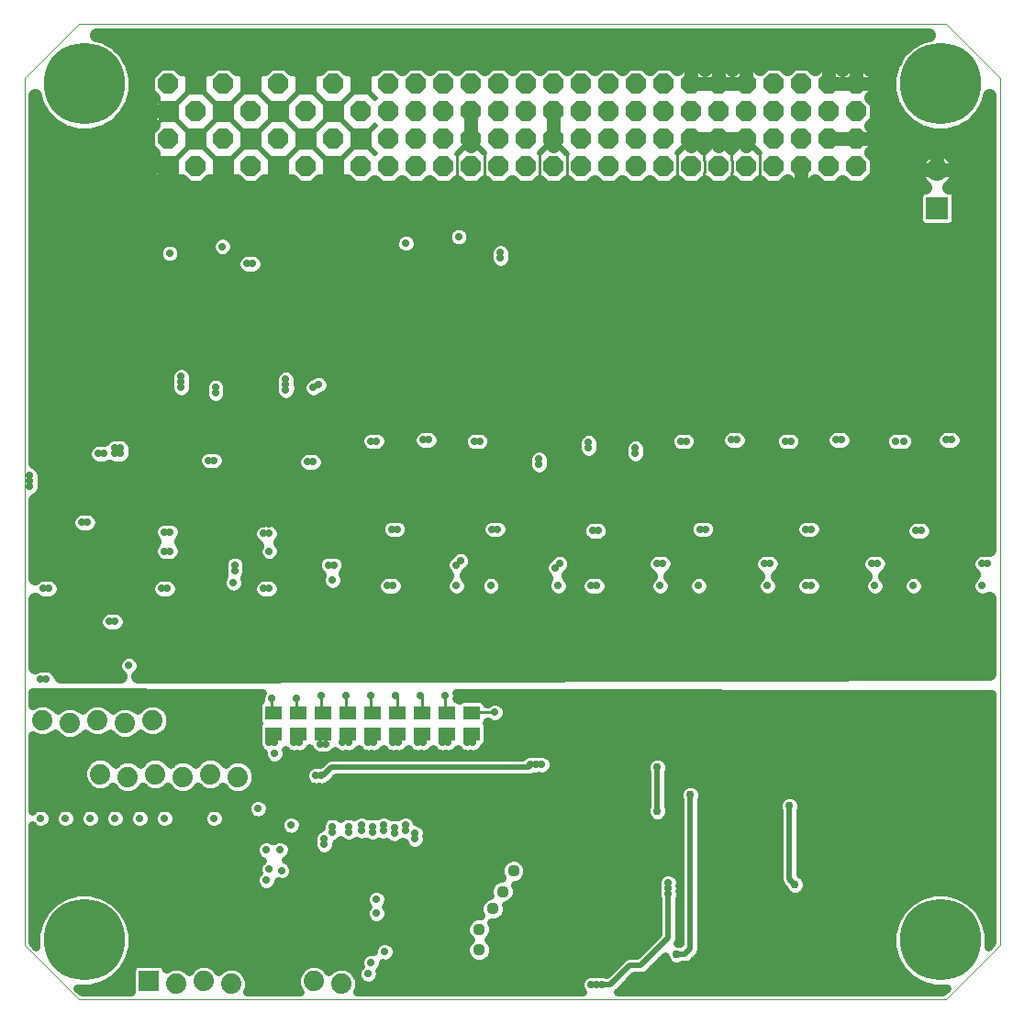
<source format=gbl>
G75*
%MOIN*%
%OFA0B0*%
%FSLAX25Y25*%
%IPPOS*%
%LPD*%
%AMOC8*
5,1,8,0,0,1.08239X$1,22.5*
%
%ADD10OC8,0.07400*%
%ADD11C,0.04400*%
%ADD12R,0.07400X0.07400*%
%ADD13C,0.07400*%
%ADD14R,0.08000X0.08000*%
%ADD15C,0.08000*%
%ADD16R,0.05906X0.05118*%
%ADD17C,0.00000*%
%ADD18C,0.29528*%
%ADD19C,0.02781*%
%ADD20C,0.01000*%
%ADD21C,0.05000*%
%ADD22C,0.00100*%
%ADD23C,0.03000*%
%ADD24C,0.02000*%
%ADD25C,0.02978*%
%ADD26C,0.01600*%
D10*
X0063100Y0314178D03*
X0073100Y0314178D03*
X0083100Y0314178D03*
X0093100Y0314178D03*
X0103100Y0314178D03*
X0113100Y0314178D03*
X0123100Y0314178D03*
X0133100Y0314178D03*
X0143100Y0314178D03*
X0153100Y0314178D03*
X0163100Y0314178D03*
X0173100Y0314178D03*
X0183100Y0314178D03*
X0193100Y0314178D03*
X0203100Y0314178D03*
X0213100Y0314178D03*
X0223100Y0314178D03*
X0233100Y0314178D03*
X0243100Y0314178D03*
X0253100Y0314178D03*
X0263100Y0314178D03*
X0273100Y0314178D03*
X0283100Y0314178D03*
X0293100Y0314178D03*
X0303100Y0314178D03*
X0313100Y0314178D03*
X0313100Y0324178D03*
X0303100Y0324178D03*
X0303100Y0334178D03*
X0313100Y0334178D03*
X0313100Y0344178D03*
X0303100Y0344178D03*
X0293100Y0344178D03*
X0293100Y0334178D03*
X0293100Y0324178D03*
X0283100Y0324178D03*
X0273100Y0324178D03*
X0273100Y0334178D03*
X0283100Y0334178D03*
X0283100Y0344178D03*
X0273100Y0344178D03*
X0263100Y0344178D03*
X0253100Y0344178D03*
X0253100Y0334178D03*
X0253100Y0324178D03*
X0263100Y0324178D03*
X0263100Y0334178D03*
X0243100Y0334178D03*
X0243100Y0324178D03*
X0233100Y0324178D03*
X0223100Y0324178D03*
X0223100Y0334178D03*
X0233100Y0334178D03*
X0233100Y0344178D03*
X0223100Y0344178D03*
X0213100Y0344178D03*
X0203100Y0344178D03*
X0203100Y0334178D03*
X0203100Y0324178D03*
X0213100Y0324178D03*
X0213100Y0334178D03*
X0193100Y0334178D03*
X0193100Y0324178D03*
X0183100Y0324178D03*
X0173100Y0324178D03*
X0173100Y0334178D03*
X0183100Y0334178D03*
X0183100Y0344178D03*
X0173100Y0344178D03*
X0163100Y0344178D03*
X0163100Y0334178D03*
X0163100Y0324178D03*
X0153100Y0324178D03*
X0143100Y0324178D03*
X0143100Y0334178D03*
X0153100Y0334178D03*
X0153100Y0344178D03*
X0143100Y0344178D03*
X0133100Y0344178D03*
X0123100Y0344178D03*
X0123100Y0334178D03*
X0123100Y0324178D03*
X0133100Y0324178D03*
X0133100Y0334178D03*
X0113100Y0334178D03*
X0113100Y0324178D03*
X0103100Y0324178D03*
X0093100Y0324178D03*
X0093100Y0334178D03*
X0103100Y0334178D03*
X0103100Y0344178D03*
X0093100Y0344178D03*
X0083100Y0344178D03*
X0073100Y0344178D03*
X0073100Y0334178D03*
X0073100Y0324178D03*
X0083100Y0324178D03*
X0083100Y0334178D03*
X0063100Y0334178D03*
X0063100Y0324178D03*
X0063100Y0344178D03*
X0113100Y0344178D03*
X0193100Y0344178D03*
X0243100Y0344178D03*
D11*
X0198108Y0091731D03*
X0187281Y0082873D03*
X0177439Y0091731D03*
X0167596Y0086810D03*
X0165628Y0074015D03*
X0165628Y0062204D03*
X0184736Y0050785D03*
X0181115Y0044537D03*
X0176100Y0037017D03*
X0176100Y0029517D03*
X0167596Y0029723D03*
X0152832Y0028739D03*
X0188650Y0058267D03*
X0204998Y0073030D03*
X0217793Y0056298D03*
X0223698Y0027755D03*
X0221238Y0023326D03*
X0232557Y0016928D03*
X0245844Y0071554D03*
X0233541Y0081397D03*
X0120352Y0087794D03*
X0104604Y0086810D03*
D12*
X0056100Y0018167D03*
D13*
X0066100Y0017167D03*
X0076100Y0018167D03*
X0086100Y0017167D03*
X0096100Y0018167D03*
X0106100Y0017167D03*
X0116100Y0018167D03*
X0126100Y0017167D03*
X0088500Y0092467D03*
X0078500Y0093467D03*
X0068500Y0092467D03*
X0058500Y0093467D03*
X0048500Y0092467D03*
X0038500Y0093467D03*
X0037500Y0112967D03*
X0027500Y0111967D03*
X0017500Y0112967D03*
X0047500Y0111967D03*
X0057500Y0112967D03*
D14*
X0342500Y0299067D03*
D15*
X0342500Y0312846D03*
D16*
X0173400Y0115607D03*
X0173400Y0108127D03*
X0164400Y0108127D03*
X0164400Y0115607D03*
X0155400Y0115607D03*
X0155400Y0108127D03*
X0146400Y0108127D03*
X0146400Y0115607D03*
X0137400Y0115607D03*
X0137400Y0108127D03*
X0128400Y0108127D03*
X0128400Y0115607D03*
X0119400Y0115607D03*
X0119400Y0108127D03*
X0110400Y0108127D03*
X0110400Y0115607D03*
X0101400Y0115607D03*
X0101400Y0108127D03*
D17*
X0010944Y0031192D02*
X0010944Y0346152D01*
X0030629Y0365837D01*
X0345590Y0365837D01*
X0365275Y0346152D01*
X0365275Y0031192D01*
X0345590Y0011507D01*
X0030629Y0011507D01*
X0010944Y0031192D01*
D18*
X0032598Y0033160D03*
X0343621Y0033160D03*
X0343621Y0344184D03*
X0032598Y0344184D03*
D19*
X0066800Y0287767D03*
X0066800Y0285567D03*
X0063700Y0282667D03*
X0063600Y0277867D03*
X0063600Y0275867D03*
X0063600Y0273867D03*
X0064300Y0269267D03*
X0066700Y0269267D03*
X0071600Y0269267D03*
X0074000Y0269267D03*
X0077900Y0269067D03*
X0078900Y0267167D03*
X0088300Y0267867D03*
X0088300Y0269867D03*
X0088300Y0271867D03*
X0088300Y0273867D03*
X0090300Y0273867D03*
X0092300Y0273867D03*
X0092300Y0271867D03*
X0090300Y0271867D03*
X0090300Y0269867D03*
X0092300Y0269867D03*
X0092300Y0267867D03*
X0090300Y0267867D03*
X0090300Y0265867D03*
X0088300Y0265867D03*
X0092300Y0265867D03*
X0104300Y0259067D03*
X0106300Y0259067D03*
X0108300Y0259067D03*
X0110300Y0259067D03*
X0112300Y0259067D03*
X0114300Y0259067D03*
X0116300Y0259067D03*
X0118300Y0259067D03*
X0120300Y0259067D03*
X0122300Y0259067D03*
X0135500Y0277467D03*
X0135500Y0279467D03*
X0135500Y0281467D03*
X0149400Y0281467D03*
X0149400Y0279467D03*
X0149400Y0277467D03*
X0150200Y0272667D03*
X0152400Y0272667D03*
X0157200Y0272567D03*
X0159500Y0272567D03*
X0164200Y0272967D03*
X0164300Y0270967D03*
X0174100Y0271467D03*
X0174100Y0273467D03*
X0174100Y0275467D03*
X0174100Y0277467D03*
X0176100Y0277467D03*
X0178100Y0277467D03*
X0178100Y0275467D03*
X0176100Y0275467D03*
X0176100Y0273467D03*
X0178100Y0273467D03*
X0178100Y0271467D03*
X0176100Y0271467D03*
X0176100Y0269467D03*
X0178100Y0269467D03*
X0174100Y0269467D03*
X0183900Y0280867D03*
X0183900Y0282867D03*
X0168700Y0288667D03*
X0152600Y0289167D03*
X0149500Y0286267D03*
X0189700Y0263867D03*
X0191700Y0263867D03*
X0193700Y0263867D03*
X0195700Y0263867D03*
X0197700Y0263867D03*
X0199700Y0263867D03*
X0201700Y0263867D03*
X0203700Y0263867D03*
X0205700Y0263867D03*
X0207700Y0263867D03*
X0215900Y0213867D03*
X0215900Y0211867D03*
X0232900Y0211867D03*
X0232900Y0209867D03*
X0249400Y0214367D03*
X0251400Y0214367D03*
X0267900Y0214867D03*
X0269900Y0214867D03*
X0287400Y0214367D03*
X0289400Y0214367D03*
X0305900Y0214867D03*
X0307900Y0214867D03*
X0327400Y0214367D03*
X0330400Y0214367D03*
X0345900Y0214867D03*
X0347900Y0214867D03*
X0336400Y0185867D03*
X0334400Y0185867D03*
X0334900Y0181867D03*
X0336900Y0181867D03*
X0344400Y0178367D03*
X0346400Y0178367D03*
X0348400Y0178367D03*
X0348400Y0176367D03*
X0346400Y0176367D03*
X0344400Y0176367D03*
X0336400Y0168367D03*
X0334400Y0168367D03*
X0333900Y0161867D03*
X0334900Y0154867D03*
X0336900Y0154867D03*
X0341900Y0154867D03*
X0343900Y0154867D03*
X0348900Y0154867D03*
X0350900Y0154867D03*
X0355900Y0154867D03*
X0357900Y0154867D03*
X0358900Y0161867D03*
X0358900Y0169867D03*
X0360900Y0169867D03*
X0320900Y0169867D03*
X0318900Y0169867D03*
X0319900Y0161867D03*
X0318900Y0154867D03*
X0316900Y0154867D03*
X0311900Y0154867D03*
X0309900Y0154867D03*
X0304900Y0154867D03*
X0302900Y0154867D03*
X0297900Y0154867D03*
X0295900Y0154867D03*
X0296900Y0161867D03*
X0294900Y0161867D03*
X0294700Y0168367D03*
X0297400Y0168367D03*
X0304400Y0176367D03*
X0304400Y0178367D03*
X0306400Y0178367D03*
X0308400Y0178367D03*
X0308400Y0176367D03*
X0306400Y0176367D03*
X0296900Y0182367D03*
X0294900Y0182367D03*
X0294200Y0186367D03*
X0296200Y0186367D03*
X0281900Y0169867D03*
X0279900Y0169867D03*
X0280900Y0161867D03*
X0279900Y0154867D03*
X0277900Y0154867D03*
X0272900Y0154867D03*
X0270900Y0154867D03*
X0265900Y0154867D03*
X0263900Y0154867D03*
X0258900Y0154867D03*
X0256900Y0154867D03*
X0255900Y0161867D03*
X0255900Y0168867D03*
X0257900Y0168867D03*
X0265400Y0176367D03*
X0265400Y0178367D03*
X0267400Y0178367D03*
X0269400Y0178367D03*
X0269400Y0176367D03*
X0267400Y0176367D03*
X0258400Y0182367D03*
X0256400Y0182367D03*
X0255900Y0185867D03*
X0257900Y0185867D03*
X0242900Y0169867D03*
X0240900Y0169867D03*
X0241900Y0161867D03*
X0240900Y0154867D03*
X0238900Y0154867D03*
X0233900Y0154867D03*
X0231900Y0154867D03*
X0226900Y0154867D03*
X0224900Y0154867D03*
X0219900Y0154867D03*
X0217900Y0154867D03*
X0216900Y0161867D03*
X0218900Y0161867D03*
X0218900Y0168367D03*
X0216900Y0168367D03*
X0205400Y0169867D03*
X0203900Y0168367D03*
X0204900Y0161867D03*
X0203900Y0154867D03*
X0201900Y0154867D03*
X0196900Y0154867D03*
X0194900Y0154867D03*
X0189900Y0154867D03*
X0187900Y0154867D03*
X0182900Y0154867D03*
X0180900Y0154867D03*
X0180400Y0161867D03*
X0180800Y0169067D03*
X0182800Y0169067D03*
X0190400Y0176367D03*
X0190400Y0178367D03*
X0192400Y0178367D03*
X0194400Y0178367D03*
X0194400Y0176367D03*
X0192400Y0176367D03*
X0182900Y0182367D03*
X0180900Y0182367D03*
X0180300Y0186067D03*
X0182300Y0186067D03*
X0169400Y0170867D03*
X0167900Y0169367D03*
X0167900Y0161867D03*
X0167900Y0154867D03*
X0165900Y0154867D03*
X0160900Y0154867D03*
X0158900Y0154867D03*
X0153900Y0154867D03*
X0151900Y0154867D03*
X0146900Y0154867D03*
X0144900Y0154867D03*
X0144900Y0161867D03*
X0142900Y0161867D03*
X0144400Y0168367D03*
X0146400Y0168367D03*
X0154400Y0176367D03*
X0154400Y0178367D03*
X0156400Y0178367D03*
X0158400Y0178367D03*
X0158400Y0176367D03*
X0156400Y0176367D03*
X0146400Y0182367D03*
X0144400Y0182367D03*
X0145400Y0185867D03*
X0143400Y0185867D03*
X0123400Y0169367D03*
X0121400Y0169367D03*
X0122900Y0163867D03*
X0120900Y0153867D03*
X0118900Y0153867D03*
X0113900Y0153867D03*
X0111900Y0153867D03*
X0106900Y0153867D03*
X0104900Y0153867D03*
X0099900Y0153867D03*
X0097900Y0153867D03*
X0097900Y0160867D03*
X0099900Y0160867D03*
X0099900Y0167367D03*
X0097900Y0167367D03*
X0099900Y0174367D03*
X0099900Y0180867D03*
X0097900Y0180867D03*
X0097900Y0184367D03*
X0099900Y0184367D03*
X0107400Y0177367D03*
X0109400Y0177367D03*
X0111400Y0177367D03*
X0111400Y0175367D03*
X0109400Y0175367D03*
X0107400Y0175367D03*
X0087400Y0169367D03*
X0087400Y0167367D03*
X0086900Y0162867D03*
X0084900Y0153867D03*
X0082900Y0153867D03*
X0077900Y0153867D03*
X0075900Y0153867D03*
X0070900Y0153867D03*
X0068900Y0153867D03*
X0063900Y0153867D03*
X0061900Y0153867D03*
X0060900Y0160867D03*
X0062900Y0160867D03*
X0062900Y0167367D03*
X0060900Y0167367D03*
X0061900Y0174367D03*
X0063900Y0174367D03*
X0063900Y0181367D03*
X0061900Y0181367D03*
X0061400Y0185367D03*
X0063400Y0185367D03*
X0071400Y0177367D03*
X0073400Y0177367D03*
X0075400Y0177367D03*
X0075400Y0175367D03*
X0073400Y0175367D03*
X0071400Y0175367D03*
X0043900Y0148867D03*
X0041900Y0148867D03*
X0031400Y0155367D03*
X0031400Y0157367D03*
X0029400Y0157367D03*
X0027400Y0157367D03*
X0027400Y0155367D03*
X0029400Y0155367D03*
X0019900Y0160867D03*
X0017900Y0160867D03*
X0017400Y0166367D03*
X0019400Y0166367D03*
X0019400Y0147367D03*
X0017400Y0147367D03*
X0017900Y0133867D03*
X0019900Y0133867D03*
X0024900Y0133867D03*
X0026900Y0133867D03*
X0031900Y0133867D03*
X0033900Y0133867D03*
X0038900Y0133867D03*
X0040900Y0133867D03*
X0048900Y0132867D03*
X0018900Y0127867D03*
X0016900Y0127867D03*
X0016900Y0077367D03*
X0025900Y0077367D03*
X0034900Y0077367D03*
X0043900Y0077367D03*
X0052900Y0077367D03*
X0061900Y0077367D03*
X0079900Y0077367D03*
X0095900Y0080867D03*
X0107900Y0074867D03*
X0103900Y0065867D03*
X0098900Y0065867D03*
X0099900Y0058867D03*
X0098900Y0054867D03*
X0104400Y0058367D03*
X0088900Y0050867D03*
X0079900Y0050867D03*
X0070900Y0050867D03*
X0061900Y0050867D03*
X0052900Y0050867D03*
X0043900Y0050867D03*
X0034900Y0050867D03*
X0025900Y0050867D03*
X0016900Y0050867D03*
X0090900Y0113867D03*
X0092900Y0113867D03*
X0094900Y0113867D03*
X0100900Y0120867D03*
X0109900Y0120867D03*
X0118900Y0121867D03*
X0127900Y0121867D03*
X0136900Y0121867D03*
X0145900Y0121867D03*
X0154900Y0121867D03*
X0163900Y0121867D03*
X0162900Y0104867D03*
X0164900Y0104867D03*
X0171900Y0104867D03*
X0173900Y0104867D03*
X0181900Y0115867D03*
X0194900Y0096867D03*
X0196900Y0096867D03*
X0198900Y0096867D03*
X0215400Y0102367D03*
X0215400Y0105367D03*
X0258878Y0068553D03*
X0261240Y0068553D03*
X0244900Y0053867D03*
X0244900Y0051867D03*
X0244900Y0049867D03*
X0220900Y0016867D03*
X0218900Y0016867D03*
X0216900Y0016867D03*
X0152900Y0069867D03*
X0152900Y0071867D03*
X0149400Y0072867D03*
X0149400Y0074867D03*
X0145400Y0073867D03*
X0145400Y0071867D03*
X0141400Y0072867D03*
X0141400Y0074867D03*
X0137400Y0074367D03*
X0137400Y0072367D03*
X0133400Y0072867D03*
X0133400Y0074867D03*
X0128900Y0074367D03*
X0128900Y0072367D03*
X0122900Y0072367D03*
X0122900Y0074367D03*
X0119900Y0069867D03*
X0119900Y0067867D03*
X0138900Y0047867D03*
X0138900Y0042867D03*
X0141900Y0028867D03*
X0136900Y0024867D03*
X0135900Y0020867D03*
X0118900Y0092867D03*
X0116900Y0092867D03*
X0118400Y0104367D03*
X0120400Y0104367D03*
X0126400Y0104867D03*
X0128900Y0104867D03*
X0135900Y0104867D03*
X0137900Y0104867D03*
X0144900Y0104867D03*
X0146900Y0104867D03*
X0153900Y0104867D03*
X0155900Y0104867D03*
X0110900Y0104867D03*
X0108900Y0104867D03*
X0101900Y0104867D03*
X0099900Y0104867D03*
X0101900Y0100867D03*
X0033900Y0184867D03*
X0031900Y0184867D03*
X0012900Y0197867D03*
X0012900Y0199867D03*
X0012900Y0201867D03*
X0037900Y0209867D03*
X0039900Y0209867D03*
X0043900Y0209867D03*
X0043900Y0211867D03*
X0045900Y0211867D03*
X0045900Y0209867D03*
X0067900Y0233867D03*
X0067900Y0235867D03*
X0067900Y0237867D03*
X0080400Y0233867D03*
X0080400Y0231867D03*
X0079900Y0207367D03*
X0077900Y0207367D03*
X0105900Y0232867D03*
X0105900Y0234867D03*
X0105900Y0236867D03*
X0115900Y0233867D03*
X0117900Y0234867D03*
X0136900Y0214367D03*
X0138900Y0214367D03*
X0155900Y0214867D03*
X0157900Y0214867D03*
X0174400Y0214367D03*
X0176400Y0214367D03*
X0197900Y0207867D03*
X0197900Y0205867D03*
X0216900Y0185767D03*
X0218900Y0185767D03*
X0219400Y0181867D03*
X0217400Y0181867D03*
X0226400Y0178367D03*
X0228400Y0178367D03*
X0230400Y0178367D03*
X0230400Y0176367D03*
X0228400Y0176367D03*
X0226400Y0176367D03*
X0301817Y0110802D03*
X0304179Y0110802D03*
X0315990Y0096629D03*
X0318352Y0096629D03*
X0302579Y0078002D03*
X0300217Y0078002D03*
X0314390Y0063829D03*
X0316752Y0063829D03*
X0262840Y0101353D03*
X0260478Y0101353D03*
X0115900Y0206867D03*
X0113900Y0206867D03*
X0051700Y0273867D03*
X0051700Y0275867D03*
X0051700Y0277867D03*
X0082900Y0285067D03*
X0091900Y0278867D03*
X0093900Y0278867D03*
D20*
X0167900Y0307867D02*
X0168100Y0308067D01*
X0168100Y0318667D01*
X0178100Y0319067D02*
X0178100Y0308067D01*
X0177900Y0307867D01*
X0198100Y0308667D02*
X0198900Y0307867D01*
X0198100Y0308667D02*
X0198100Y0319067D01*
X0208100Y0318667D02*
X0208100Y0307067D01*
X0206900Y0305867D01*
X0248100Y0309667D02*
X0248900Y0308867D01*
X0248100Y0309667D02*
X0248100Y0319067D01*
X0257900Y0318867D02*
X0257900Y0316365D01*
X0258040Y0316225D01*
X0258040Y0312132D01*
X0257900Y0311992D01*
X0257900Y0308867D01*
X0267900Y0307867D02*
X0267900Y0311992D01*
X0268040Y0312132D01*
X0268040Y0316225D01*
X0267900Y0316365D01*
X0267900Y0318867D01*
X0278100Y0319067D02*
X0278100Y0309667D01*
X0278900Y0308867D01*
X0253900Y0343867D02*
X0253100Y0344178D01*
X0163900Y0121867D02*
X0163900Y0116107D01*
X0164400Y0115607D01*
X0164400Y0108127D02*
X0161900Y0105627D01*
X0164900Y0104867D01*
X0155900Y0104867D02*
X0153900Y0104867D01*
X0152900Y0105627D01*
X0155400Y0108127D01*
X0153900Y0104867D01*
X0146400Y0108127D02*
X0144900Y0106627D01*
X0144900Y0104867D01*
X0137900Y0104867D02*
X0135900Y0106627D01*
X0137400Y0108127D01*
X0134900Y0105867D01*
X0135900Y0104867D01*
X0128900Y0104867D02*
X0128400Y0108127D01*
X0126400Y0104867D01*
X0120400Y0104367D02*
X0120400Y0107127D01*
X0119400Y0108127D01*
X0117900Y0104867D01*
X0118400Y0104367D01*
X0110900Y0104867D02*
X0110900Y0107627D01*
X0110400Y0108127D01*
X0110400Y0115607D02*
X0109900Y0116107D01*
X0109900Y0120867D01*
X0100900Y0120867D02*
X0100900Y0116107D01*
X0101400Y0115607D01*
X0101400Y0108127D02*
X0099900Y0107127D01*
X0099900Y0104867D01*
X0118900Y0116107D02*
X0119400Y0115607D01*
X0118900Y0116107D02*
X0118900Y0121867D01*
X0127900Y0121867D02*
X0127900Y0116107D01*
X0128400Y0115607D01*
X0136900Y0116867D02*
X0137400Y0115607D01*
X0136900Y0116867D02*
X0136900Y0121867D01*
X0145900Y0121867D02*
X0146400Y0121367D01*
X0146400Y0115607D01*
X0155400Y0115607D02*
X0155400Y0121367D01*
X0154900Y0121867D01*
X0173400Y0115607D02*
X0174900Y0115867D01*
X0181900Y0115867D01*
D21*
X0181413Y0156776D02*
X0179387Y0156776D01*
X0177516Y0157551D01*
X0176084Y0158983D01*
X0175309Y0160854D01*
X0175309Y0162879D01*
X0176084Y0164750D01*
X0177516Y0166182D01*
X0179387Y0166957D01*
X0181413Y0166957D01*
X0183284Y0166182D01*
X0184716Y0164750D01*
X0185491Y0162879D01*
X0185491Y0160854D01*
X0184716Y0158983D01*
X0183284Y0157551D01*
X0181413Y0156776D01*
X0183554Y0157822D02*
X0201746Y0157822D01*
X0202016Y0157551D02*
X0203887Y0156776D01*
X0205913Y0156776D01*
X0207784Y0157551D01*
X0209216Y0158983D01*
X0209991Y0160854D01*
X0209991Y0162879D01*
X0209216Y0164750D01*
X0208349Y0165617D01*
X0209716Y0166983D01*
X0210491Y0168854D01*
X0210491Y0170879D01*
X0209716Y0172750D01*
X0208284Y0174182D01*
X0206413Y0174957D01*
X0204387Y0174957D01*
X0202516Y0174182D01*
X0201084Y0172750D01*
X0201065Y0172702D01*
X0201016Y0172682D01*
X0199584Y0171250D01*
X0198809Y0169379D01*
X0198809Y0167354D01*
X0199584Y0165483D01*
X0200506Y0164561D01*
X0199809Y0162879D01*
X0199809Y0160854D01*
X0200584Y0158983D01*
X0202016Y0157551D01*
X0199809Y0162821D02*
X0185491Y0162821D01*
X0177246Y0157822D02*
X0171054Y0157822D01*
X0170784Y0157551D02*
X0172216Y0158983D01*
X0172991Y0160854D01*
X0172991Y0162879D01*
X0172216Y0164750D01*
X0171349Y0165617D01*
X0172216Y0166483D01*
X0172235Y0166531D01*
X0172284Y0166551D01*
X0173716Y0167983D01*
X0174491Y0169854D01*
X0174491Y0171879D01*
X0173716Y0173750D01*
X0172284Y0175182D01*
X0170413Y0175957D01*
X0168387Y0175957D01*
X0166516Y0175182D01*
X0165084Y0173750D01*
X0165065Y0173702D01*
X0165016Y0173682D01*
X0163584Y0172250D01*
X0162809Y0170379D01*
X0162809Y0168354D01*
X0163584Y0166483D01*
X0164451Y0165617D01*
X0163584Y0164750D01*
X0162809Y0162879D01*
X0162809Y0160854D01*
X0163584Y0158983D01*
X0165016Y0157551D01*
X0166887Y0156776D01*
X0168913Y0156776D01*
X0170784Y0157551D01*
X0172991Y0162821D02*
X0175309Y0162821D01*
X0173551Y0167819D02*
X0198809Y0167819D01*
X0201152Y0172818D02*
X0174102Y0172818D01*
X0178016Y0178051D02*
X0179887Y0177276D01*
X0183913Y0177276D01*
X0185784Y0178051D01*
X0187216Y0179483D01*
X0187991Y0181354D01*
X0187991Y0183379D01*
X0187216Y0185250D01*
X0185784Y0186682D01*
X0183913Y0187457D01*
X0179887Y0187457D01*
X0178016Y0186682D01*
X0176584Y0185250D01*
X0175809Y0183379D01*
X0175809Y0181354D01*
X0176584Y0179483D01*
X0178016Y0178051D01*
X0178584Y0177816D02*
X0148716Y0177816D01*
X0149284Y0178051D02*
X0150716Y0179483D01*
X0151491Y0181354D01*
X0151491Y0183379D01*
X0150716Y0185250D01*
X0149284Y0186682D01*
X0147413Y0187457D01*
X0143387Y0187457D01*
X0141516Y0186682D01*
X0140084Y0185250D01*
X0139309Y0183379D01*
X0139309Y0181354D01*
X0140084Y0179483D01*
X0141516Y0178051D01*
X0143387Y0177276D01*
X0147413Y0177276D01*
X0149284Y0178051D01*
X0151491Y0182815D02*
X0175809Y0182815D01*
X0185216Y0177816D02*
X0214251Y0177816D01*
X0214516Y0177551D02*
X0213084Y0178983D01*
X0212309Y0180854D01*
X0212309Y0182879D01*
X0213084Y0184750D01*
X0214516Y0186182D01*
X0216387Y0186957D01*
X0220413Y0186957D01*
X0222284Y0186182D01*
X0223716Y0184750D01*
X0224491Y0182879D01*
X0224491Y0180854D01*
X0223716Y0178983D01*
X0222284Y0177551D01*
X0220413Y0176776D01*
X0216387Y0176776D01*
X0214516Y0177551D01*
X0212309Y0182815D02*
X0187991Y0182815D01*
X0195016Y0201551D02*
X0196887Y0200776D01*
X0198913Y0200776D01*
X0200784Y0201551D01*
X0202216Y0202983D01*
X0202991Y0204854D01*
X0202991Y0208879D01*
X0202216Y0210750D01*
X0200784Y0212182D01*
X0198913Y0212957D01*
X0196887Y0212957D01*
X0195016Y0212182D01*
X0193584Y0210750D01*
X0192809Y0208879D01*
X0192809Y0204854D01*
X0193584Y0202983D01*
X0195016Y0201551D01*
X0193759Y0202809D02*
X0119041Y0202809D01*
X0118784Y0202551D02*
X0120216Y0203983D01*
X0120991Y0205854D01*
X0120991Y0207879D01*
X0120216Y0209750D01*
X0118784Y0211182D01*
X0116913Y0211957D01*
X0114887Y0211957D01*
X0112887Y0211957D01*
X0111016Y0211182D01*
X0109584Y0209750D01*
X0108809Y0207879D01*
X0108809Y0205854D01*
X0109584Y0203983D01*
X0111016Y0202551D01*
X0112887Y0201776D01*
X0116913Y0201776D01*
X0118784Y0202551D01*
X0120991Y0207807D02*
X0192809Y0207807D01*
X0196521Y0212806D02*
X0181263Y0212806D01*
X0181491Y0213354D02*
X0180716Y0211483D01*
X0179284Y0210051D01*
X0177413Y0209276D01*
X0173387Y0209276D01*
X0171516Y0210051D01*
X0170084Y0211483D01*
X0169309Y0213354D01*
X0169309Y0215379D01*
X0170084Y0217250D01*
X0171516Y0218682D01*
X0173387Y0219457D01*
X0177413Y0219457D01*
X0179284Y0218682D01*
X0180716Y0217250D01*
X0181491Y0215379D01*
X0181491Y0213354D01*
X0180162Y0217804D02*
X0212638Y0217804D01*
X0213016Y0218182D02*
X0211584Y0216750D01*
X0210809Y0214879D01*
X0210809Y0210854D01*
X0211584Y0208983D01*
X0213016Y0207551D01*
X0214887Y0206776D01*
X0216913Y0206776D01*
X0218784Y0207551D01*
X0220216Y0208983D01*
X0220991Y0210854D01*
X0220991Y0212879D01*
X0220991Y0214879D01*
X0220216Y0216750D01*
X0218784Y0218182D01*
X0216913Y0218957D01*
X0214887Y0218957D01*
X0213016Y0218182D01*
X0210809Y0212806D02*
X0199279Y0212806D01*
X0202991Y0207807D02*
X0212760Y0207807D01*
X0219040Y0207807D02*
X0228243Y0207807D01*
X0228584Y0206983D02*
X0230016Y0205551D01*
X0231887Y0204776D01*
X0233913Y0204776D01*
X0235784Y0205551D01*
X0237216Y0206983D01*
X0237991Y0208854D01*
X0237991Y0210879D01*
X0237991Y0212879D01*
X0237216Y0214750D01*
X0235784Y0216182D01*
X0233913Y0216957D01*
X0231887Y0216957D01*
X0230016Y0216182D01*
X0228584Y0214750D01*
X0227809Y0212879D01*
X0227809Y0208854D01*
X0228584Y0206983D01*
X0227809Y0212806D02*
X0220991Y0212806D01*
X0219162Y0217804D02*
X0245638Y0217804D01*
X0245084Y0217250D02*
X0246516Y0218682D01*
X0248387Y0219457D01*
X0252413Y0219457D01*
X0254284Y0218682D01*
X0255716Y0217250D01*
X0256491Y0215379D01*
X0256491Y0213354D01*
X0255716Y0211483D01*
X0254284Y0210051D01*
X0252413Y0209276D01*
X0248387Y0209276D01*
X0246516Y0210051D01*
X0245084Y0211483D01*
X0244309Y0213354D01*
X0244309Y0215379D01*
X0245084Y0217250D01*
X0244537Y0212806D02*
X0237991Y0212806D01*
X0237557Y0207807D02*
X0361575Y0207807D01*
X0361575Y0202809D02*
X0202041Y0202809D01*
X0224491Y0182815D02*
X0251309Y0182815D01*
X0251309Y0183379D02*
X0251309Y0181354D01*
X0252084Y0179483D01*
X0253516Y0178051D01*
X0255387Y0177276D01*
X0259413Y0177276D01*
X0261284Y0178051D01*
X0262716Y0179483D01*
X0263491Y0181354D01*
X0263491Y0183379D01*
X0262716Y0185250D01*
X0261284Y0186682D01*
X0259413Y0187457D01*
X0255387Y0187457D01*
X0253516Y0186682D01*
X0252084Y0185250D01*
X0251309Y0183379D01*
X0254084Y0177816D02*
X0222549Y0177816D01*
X0219913Y0166957D02*
X0217887Y0166957D01*
X0215887Y0166957D01*
X0214016Y0166182D01*
X0212584Y0164750D01*
X0211809Y0162879D01*
X0211809Y0160854D01*
X0212584Y0158983D01*
X0214016Y0157551D01*
X0215887Y0156776D01*
X0219913Y0156776D01*
X0221784Y0157551D01*
X0223216Y0158983D01*
X0223991Y0160854D01*
X0223991Y0162879D01*
X0223216Y0164750D01*
X0221784Y0166182D01*
X0219913Y0166957D01*
X0223991Y0162821D02*
X0236809Y0162821D01*
X0236809Y0162879D02*
X0236809Y0160854D01*
X0237584Y0158983D01*
X0239016Y0157551D01*
X0240887Y0156776D01*
X0242913Y0156776D01*
X0244784Y0157551D01*
X0246216Y0158983D01*
X0246991Y0160854D01*
X0246991Y0162879D01*
X0246216Y0164750D01*
X0245523Y0165443D01*
X0245784Y0165551D01*
X0247216Y0166983D01*
X0247991Y0168854D01*
X0247991Y0170879D01*
X0247216Y0172750D01*
X0245784Y0174182D01*
X0243913Y0174957D01*
X0239887Y0174957D01*
X0238016Y0174182D01*
X0236584Y0172750D01*
X0235809Y0170879D01*
X0235809Y0168854D01*
X0236584Y0166983D01*
X0238016Y0165551D01*
X0238277Y0165443D01*
X0237584Y0164750D01*
X0236809Y0162879D01*
X0238746Y0157822D02*
X0222054Y0157822D01*
X0213746Y0157822D02*
X0208054Y0157822D01*
X0209991Y0162821D02*
X0211809Y0162821D01*
X0210062Y0167819D02*
X0236238Y0167819D01*
X0236652Y0172818D02*
X0209648Y0172818D01*
X0247148Y0172818D02*
X0275652Y0172818D01*
X0275584Y0172750D02*
X0277016Y0174182D01*
X0278887Y0174957D01*
X0282913Y0174957D01*
X0284784Y0174182D01*
X0286216Y0172750D01*
X0286991Y0170879D01*
X0286991Y0168854D01*
X0286216Y0166983D01*
X0284784Y0165551D01*
X0284523Y0165443D01*
X0285216Y0164750D01*
X0285991Y0162879D01*
X0285991Y0160854D01*
X0285216Y0158983D01*
X0283784Y0157551D01*
X0281913Y0156776D01*
X0279887Y0156776D01*
X0278016Y0157551D01*
X0276584Y0158983D01*
X0275809Y0160854D01*
X0275809Y0162879D01*
X0276584Y0164750D01*
X0277277Y0165443D01*
X0277016Y0165551D01*
X0275584Y0166983D01*
X0274809Y0168854D01*
X0274809Y0170879D01*
X0275584Y0172750D01*
X0275238Y0167819D02*
X0247562Y0167819D01*
X0251584Y0164750D02*
X0250809Y0162879D01*
X0250809Y0160854D01*
X0251584Y0158983D01*
X0253016Y0157551D01*
X0254887Y0156776D01*
X0256913Y0156776D01*
X0258784Y0157551D01*
X0260216Y0158983D01*
X0260991Y0160854D01*
X0260991Y0162879D01*
X0260216Y0164750D01*
X0258784Y0166182D01*
X0256913Y0166957D01*
X0254887Y0166957D01*
X0253016Y0166182D01*
X0251584Y0164750D01*
X0250809Y0162821D02*
X0246991Y0162821D01*
X0245054Y0157822D02*
X0252746Y0157822D01*
X0259054Y0157822D02*
X0277746Y0157822D01*
X0275809Y0162821D02*
X0260991Y0162821D01*
X0260716Y0177816D02*
X0292584Y0177816D01*
X0292016Y0178051D02*
X0293887Y0177276D01*
X0297913Y0177276D01*
X0299784Y0178051D01*
X0301216Y0179483D01*
X0301991Y0181354D01*
X0301991Y0183379D01*
X0301216Y0185250D01*
X0299784Y0186682D01*
X0297913Y0187457D01*
X0293887Y0187457D01*
X0292016Y0186682D01*
X0290584Y0185250D01*
X0289809Y0183379D01*
X0289809Y0181354D01*
X0290584Y0179483D01*
X0292016Y0178051D01*
X0289809Y0182815D02*
X0263491Y0182815D01*
X0286148Y0172818D02*
X0314652Y0172818D01*
X0314584Y0172750D02*
X0313809Y0170879D01*
X0313809Y0168854D01*
X0314584Y0166983D01*
X0316016Y0165551D01*
X0316277Y0165443D01*
X0315584Y0164750D01*
X0314809Y0162879D01*
X0314809Y0160854D01*
X0315584Y0158983D01*
X0317016Y0157551D01*
X0318887Y0156776D01*
X0320913Y0156776D01*
X0322784Y0157551D01*
X0324216Y0158983D01*
X0324991Y0160854D01*
X0324991Y0162879D01*
X0324216Y0164750D01*
X0323523Y0165443D01*
X0323784Y0165551D01*
X0325216Y0166983D01*
X0325991Y0168854D01*
X0325991Y0170879D01*
X0325216Y0172750D01*
X0323784Y0174182D01*
X0321913Y0174957D01*
X0317887Y0174957D01*
X0316016Y0174182D01*
X0314584Y0172750D01*
X0314238Y0167819D02*
X0286562Y0167819D01*
X0290584Y0164750D02*
X0289809Y0162879D01*
X0289809Y0160854D01*
X0290584Y0158983D01*
X0292016Y0157551D01*
X0293887Y0156776D01*
X0297913Y0156776D01*
X0299784Y0157551D01*
X0301216Y0158983D01*
X0301991Y0160854D01*
X0301991Y0162879D01*
X0301216Y0164750D01*
X0299784Y0166182D01*
X0297913Y0166957D01*
X0295887Y0166957D01*
X0293887Y0166957D01*
X0292016Y0166182D01*
X0290584Y0164750D01*
X0289809Y0162821D02*
X0285991Y0162821D01*
X0284054Y0157822D02*
X0291746Y0157822D01*
X0300054Y0157822D02*
X0316746Y0157822D01*
X0314809Y0162821D02*
X0301991Y0162821D01*
X0299216Y0177816D02*
X0331751Y0177816D01*
X0332016Y0177551D02*
X0333887Y0176776D01*
X0337913Y0176776D01*
X0339784Y0177551D01*
X0341216Y0178983D01*
X0341991Y0180854D01*
X0341991Y0182879D01*
X0341216Y0184750D01*
X0339784Y0186182D01*
X0337913Y0186957D01*
X0333887Y0186957D01*
X0332016Y0186182D01*
X0330584Y0184750D01*
X0329809Y0182879D01*
X0329809Y0180854D01*
X0330584Y0178983D01*
X0332016Y0177551D01*
X0329809Y0182815D02*
X0301991Y0182815D01*
X0325148Y0172818D02*
X0354652Y0172818D01*
X0354584Y0172750D02*
X0353809Y0170879D01*
X0353809Y0168854D01*
X0354584Y0166983D01*
X0355701Y0165867D01*
X0354584Y0164750D01*
X0353809Y0162879D01*
X0353809Y0160854D01*
X0354584Y0158983D01*
X0356016Y0157551D01*
X0357887Y0156776D01*
X0359913Y0156776D01*
X0361575Y0157465D01*
X0361575Y0129836D01*
X0052218Y0128986D01*
X0053216Y0129983D01*
X0053991Y0131854D01*
X0053991Y0133879D01*
X0053216Y0135750D01*
X0051784Y0137182D01*
X0049913Y0137957D01*
X0047887Y0137957D01*
X0046016Y0137182D01*
X0044584Y0135750D01*
X0043809Y0133879D01*
X0043809Y0131854D01*
X0044584Y0129983D01*
X0045600Y0128967D01*
X0023979Y0128908D01*
X0023216Y0130750D01*
X0021784Y0132182D01*
X0019913Y0132957D01*
X0015887Y0132957D01*
X0014644Y0132442D01*
X0014644Y0156923D01*
X0015016Y0156551D01*
X0016887Y0155776D01*
X0020913Y0155776D01*
X0022784Y0156551D01*
X0024216Y0157983D01*
X0024991Y0159854D01*
X0024991Y0161879D01*
X0024216Y0163750D01*
X0022784Y0165182D01*
X0020913Y0165957D01*
X0016887Y0165957D01*
X0015016Y0165182D01*
X0014644Y0164810D01*
X0014644Y0193079D01*
X0015784Y0193551D01*
X0017216Y0194983D01*
X0017991Y0196854D01*
X0017991Y0202879D01*
X0017216Y0204750D01*
X0015784Y0206182D01*
X0014644Y0206654D01*
X0014644Y0339849D01*
X0015392Y0337057D01*
X0017823Y0332847D01*
X0021261Y0329409D01*
X0025471Y0326978D01*
X0030167Y0325720D01*
X0035029Y0325720D01*
X0039725Y0326978D01*
X0043935Y0329409D01*
X0047372Y0332847D01*
X0049803Y0337057D01*
X0051062Y0341753D01*
X0051062Y0346615D01*
X0049803Y0351311D01*
X0047372Y0355521D01*
X0043935Y0358958D01*
X0039725Y0361389D01*
X0036933Y0362137D01*
X0339286Y0362137D01*
X0336495Y0361389D01*
X0332284Y0358958D01*
X0328847Y0355521D01*
X0326416Y0351311D01*
X0325158Y0346615D01*
X0325158Y0341753D01*
X0326416Y0337057D01*
X0328847Y0332847D01*
X0332284Y0329409D01*
X0336495Y0326978D01*
X0341191Y0325720D01*
X0346052Y0325720D01*
X0350748Y0326978D01*
X0354958Y0329409D01*
X0358396Y0332847D01*
X0360827Y0337057D01*
X0361575Y0339849D01*
X0361575Y0174957D01*
X0357887Y0174957D01*
X0356016Y0174182D01*
X0354584Y0172750D01*
X0354238Y0167819D02*
X0325562Y0167819D01*
X0329584Y0164750D02*
X0328809Y0162879D01*
X0328809Y0160854D01*
X0329584Y0158983D01*
X0331016Y0157551D01*
X0332887Y0156776D01*
X0334913Y0156776D01*
X0336784Y0157551D01*
X0338216Y0158983D01*
X0338991Y0160854D01*
X0338991Y0162879D01*
X0338216Y0164750D01*
X0336784Y0166182D01*
X0334913Y0166957D01*
X0332887Y0166957D01*
X0331016Y0166182D01*
X0329584Y0164750D01*
X0328809Y0162821D02*
X0324991Y0162821D01*
X0323054Y0157822D02*
X0330746Y0157822D01*
X0337054Y0157822D02*
X0355746Y0157822D01*
X0353809Y0162821D02*
X0338991Y0162821D01*
X0340049Y0177816D02*
X0361575Y0177816D01*
X0361575Y0182815D02*
X0341991Y0182815D01*
X0361575Y0187813D02*
X0038153Y0187813D01*
X0038216Y0187750D02*
X0036784Y0189182D01*
X0034913Y0189957D01*
X0032887Y0189957D01*
X0030887Y0189957D01*
X0029016Y0189182D01*
X0027584Y0187750D01*
X0026809Y0185879D01*
X0026809Y0183854D01*
X0027584Y0181983D01*
X0029016Y0180551D01*
X0030887Y0179776D01*
X0034913Y0179776D01*
X0036784Y0180551D01*
X0038216Y0181983D01*
X0038991Y0183854D01*
X0038991Y0185879D01*
X0038216Y0187750D01*
X0038560Y0182815D02*
X0056990Y0182815D01*
X0056809Y0182379D02*
X0056809Y0180354D01*
X0057584Y0178483D01*
X0058201Y0177867D01*
X0057584Y0177250D01*
X0056809Y0175379D01*
X0056809Y0173354D01*
X0057584Y0171483D01*
X0059016Y0170051D01*
X0060887Y0169276D01*
X0064913Y0169276D01*
X0066784Y0170051D01*
X0068216Y0171483D01*
X0068991Y0173354D01*
X0068991Y0175379D01*
X0068216Y0177250D01*
X0067599Y0177867D01*
X0068216Y0178483D01*
X0068991Y0180354D01*
X0068991Y0182379D01*
X0068216Y0184250D01*
X0066784Y0185682D01*
X0064913Y0186457D01*
X0060887Y0186457D01*
X0059016Y0185682D01*
X0057584Y0184250D01*
X0056809Y0182379D01*
X0058150Y0177816D02*
X0014644Y0177816D01*
X0014644Y0172818D02*
X0057032Y0172818D01*
X0059887Y0165957D02*
X0061887Y0165957D01*
X0063913Y0165957D01*
X0065784Y0165182D01*
X0067216Y0163750D01*
X0067991Y0161879D01*
X0067991Y0159854D01*
X0067216Y0157983D01*
X0065784Y0156551D01*
X0063913Y0155776D01*
X0059887Y0155776D01*
X0058016Y0156551D01*
X0056584Y0157983D01*
X0055809Y0159854D01*
X0055809Y0161879D01*
X0056584Y0163750D01*
X0058016Y0165182D01*
X0059887Y0165957D01*
X0056199Y0162821D02*
X0024601Y0162821D01*
X0024054Y0157822D02*
X0056746Y0157822D01*
X0048216Y0151750D02*
X0046784Y0153182D01*
X0044913Y0153957D01*
X0040887Y0153957D01*
X0039016Y0153182D01*
X0037584Y0151750D01*
X0036809Y0149879D01*
X0036809Y0147854D01*
X0037584Y0145983D01*
X0039016Y0144551D01*
X0040887Y0143776D01*
X0044913Y0143776D01*
X0046784Y0144551D01*
X0048216Y0145983D01*
X0048991Y0147854D01*
X0048991Y0149879D01*
X0048216Y0151750D01*
X0047142Y0152823D02*
X0361575Y0152823D01*
X0361575Y0147825D02*
X0048978Y0147825D01*
X0050225Y0137828D02*
X0361575Y0137828D01*
X0361575Y0142826D02*
X0014644Y0142826D01*
X0014644Y0137828D02*
X0047575Y0137828D01*
X0043809Y0132829D02*
X0020221Y0132829D01*
X0015579Y0132829D02*
X0014644Y0132829D01*
X0014644Y0147825D02*
X0036821Y0147825D01*
X0038658Y0152823D02*
X0014644Y0152823D01*
X0014644Y0167819D02*
X0082309Y0167819D01*
X0082309Y0166354D02*
X0082309Y0170379D01*
X0083084Y0172250D01*
X0084516Y0173682D01*
X0086387Y0174457D01*
X0088413Y0174457D01*
X0090284Y0173682D01*
X0091716Y0172250D01*
X0092491Y0170379D01*
X0092491Y0166354D01*
X0091728Y0164513D01*
X0091991Y0163879D01*
X0091991Y0161854D01*
X0091216Y0159983D01*
X0089784Y0158551D01*
X0087913Y0157776D01*
X0085887Y0157776D01*
X0084016Y0158551D01*
X0082584Y0159983D01*
X0081809Y0161854D01*
X0081809Y0163879D01*
X0082572Y0165720D01*
X0082309Y0166354D01*
X0081809Y0162821D02*
X0067601Y0162821D01*
X0067054Y0157822D02*
X0085777Y0157822D01*
X0088023Y0157822D02*
X0093746Y0157822D01*
X0093584Y0157983D02*
X0095016Y0156551D01*
X0096887Y0155776D01*
X0100913Y0155776D01*
X0102784Y0156551D01*
X0104216Y0157983D01*
X0104991Y0159854D01*
X0104991Y0161879D01*
X0104216Y0163750D01*
X0102784Y0165182D01*
X0100913Y0165957D01*
X0098887Y0165957D01*
X0096887Y0165957D01*
X0095016Y0165182D01*
X0093584Y0163750D01*
X0092809Y0161879D01*
X0092809Y0159854D01*
X0093584Y0157983D01*
X0093199Y0162821D02*
X0091991Y0162821D01*
X0092491Y0167819D02*
X0116531Y0167819D01*
X0116309Y0168354D02*
X0117084Y0166483D01*
X0118067Y0165501D01*
X0117809Y0164879D01*
X0117809Y0162854D01*
X0118584Y0160983D01*
X0120016Y0159551D01*
X0121887Y0158776D01*
X0123913Y0158776D01*
X0125784Y0159551D01*
X0127216Y0160983D01*
X0127991Y0162854D01*
X0127991Y0164879D01*
X0127440Y0166208D01*
X0127716Y0166483D01*
X0128491Y0168354D01*
X0128491Y0170379D01*
X0127716Y0172250D01*
X0126284Y0173682D01*
X0124413Y0174457D01*
X0120387Y0174457D01*
X0118516Y0173682D01*
X0117084Y0172250D01*
X0116309Y0170379D01*
X0116309Y0168354D01*
X0117652Y0172818D02*
X0104768Y0172818D01*
X0104991Y0173354D02*
X0104991Y0175379D01*
X0104216Y0177250D01*
X0103849Y0177617D01*
X0104216Y0177983D01*
X0104991Y0179854D01*
X0104991Y0181879D01*
X0104216Y0183750D01*
X0102784Y0185182D01*
X0100913Y0185957D01*
X0096887Y0185957D01*
X0095016Y0185182D01*
X0093584Y0183750D01*
X0092809Y0181879D01*
X0092809Y0179854D01*
X0093584Y0177983D01*
X0095016Y0176551D01*
X0095254Y0176453D01*
X0094809Y0175379D01*
X0094809Y0173354D01*
X0095584Y0171483D01*
X0097016Y0170051D01*
X0098887Y0169276D01*
X0100913Y0169276D01*
X0102784Y0170051D01*
X0104216Y0171483D01*
X0104991Y0173354D01*
X0104048Y0177816D02*
X0142084Y0177816D01*
X0139309Y0182815D02*
X0104603Y0182815D01*
X0093197Y0182815D02*
X0068810Y0182815D01*
X0067650Y0177816D02*
X0093751Y0177816D01*
X0095032Y0172818D02*
X0091148Y0172818D01*
X0083652Y0172818D02*
X0068768Y0172818D01*
X0076887Y0202276D02*
X0075016Y0203051D01*
X0073584Y0204483D01*
X0072809Y0206354D01*
X0072809Y0208379D01*
X0073584Y0210250D01*
X0075016Y0211682D01*
X0076887Y0212457D01*
X0078887Y0212457D01*
X0080913Y0212457D01*
X0082784Y0211682D01*
X0084216Y0210250D01*
X0084991Y0208379D01*
X0084991Y0206354D01*
X0084216Y0204483D01*
X0082784Y0203051D01*
X0080913Y0202276D01*
X0076887Y0202276D01*
X0075602Y0202809D02*
X0017991Y0202809D01*
X0014644Y0207807D02*
X0033243Y0207807D01*
X0033584Y0206983D02*
X0035016Y0205551D01*
X0036887Y0204776D01*
X0040913Y0204776D01*
X0041900Y0205185D01*
X0042887Y0204776D01*
X0046913Y0204776D01*
X0048784Y0205551D01*
X0050216Y0206983D01*
X0050991Y0208854D01*
X0050991Y0212879D01*
X0050216Y0214750D01*
X0048784Y0216182D01*
X0046913Y0216957D01*
X0042887Y0216957D01*
X0041016Y0216182D01*
X0039791Y0214957D01*
X0038887Y0214957D01*
X0036887Y0214957D01*
X0035016Y0214182D01*
X0033584Y0212750D01*
X0032809Y0210879D01*
X0032809Y0208854D01*
X0033584Y0206983D01*
X0033640Y0212806D02*
X0014644Y0212806D01*
X0014644Y0217804D02*
X0133138Y0217804D01*
X0132584Y0217250D02*
X0131809Y0215379D01*
X0131809Y0213354D01*
X0132584Y0211483D01*
X0134016Y0210051D01*
X0135887Y0209276D01*
X0139913Y0209276D01*
X0141784Y0210051D01*
X0143216Y0211483D01*
X0143991Y0213354D01*
X0143991Y0215379D01*
X0143216Y0217250D01*
X0141784Y0218682D01*
X0139913Y0219457D01*
X0135887Y0219457D01*
X0134016Y0218682D01*
X0132584Y0217250D01*
X0132037Y0212806D02*
X0050991Y0212806D01*
X0050557Y0207807D02*
X0072809Y0207807D01*
X0082198Y0202809D02*
X0110759Y0202809D01*
X0108809Y0207807D02*
X0084991Y0207807D01*
X0081413Y0226776D02*
X0079387Y0226776D01*
X0077516Y0227551D01*
X0076084Y0228983D01*
X0075309Y0230854D01*
X0075309Y0234879D01*
X0076084Y0236750D01*
X0077516Y0238182D01*
X0079387Y0238957D01*
X0081413Y0238957D01*
X0083284Y0238182D01*
X0084716Y0236750D01*
X0085491Y0234879D01*
X0085491Y0230854D01*
X0084716Y0228983D01*
X0083284Y0227551D01*
X0081413Y0226776D01*
X0083534Y0227801D02*
X0104827Y0227801D01*
X0104887Y0227776D02*
X0106913Y0227776D01*
X0108784Y0228551D01*
X0110216Y0229983D01*
X0110991Y0231854D01*
X0110991Y0232417D01*
X0111584Y0230983D01*
X0113016Y0229551D01*
X0114887Y0228776D01*
X0116913Y0228776D01*
X0118784Y0229551D01*
X0119076Y0229844D01*
X0120784Y0230551D01*
X0122216Y0231983D01*
X0122991Y0233854D01*
X0122991Y0235879D01*
X0122216Y0237750D01*
X0120784Y0239182D01*
X0118913Y0239957D01*
X0116887Y0239957D01*
X0115016Y0239182D01*
X0114724Y0238889D01*
X0113016Y0238182D01*
X0111584Y0236750D01*
X0110991Y0235316D01*
X0110991Y0237879D01*
X0110216Y0239750D01*
X0108784Y0241182D01*
X0106913Y0241957D01*
X0104887Y0241957D01*
X0103016Y0241182D01*
X0101584Y0239750D01*
X0100809Y0237879D01*
X0100809Y0231854D01*
X0101584Y0229983D01*
X0103016Y0228551D01*
X0104887Y0227776D01*
X0106973Y0227801D02*
X0361575Y0227801D01*
X0361575Y0222803D02*
X0014644Y0222803D01*
X0014644Y0227801D02*
X0077266Y0227801D01*
X0075309Y0232800D02*
X0072968Y0232800D01*
X0072991Y0232854D02*
X0072216Y0230983D01*
X0070784Y0229551D01*
X0068913Y0228776D01*
X0066887Y0228776D01*
X0065016Y0229551D01*
X0063584Y0230983D01*
X0062809Y0232854D01*
X0062809Y0238879D01*
X0063584Y0240750D01*
X0065016Y0242182D01*
X0066887Y0242957D01*
X0068913Y0242957D01*
X0070784Y0242182D01*
X0072216Y0240750D01*
X0072991Y0238879D01*
X0072991Y0232854D01*
X0072991Y0237798D02*
X0077132Y0237798D01*
X0083668Y0237798D02*
X0100809Y0237798D01*
X0100809Y0232800D02*
X0085491Y0232800D01*
X0069300Y0242797D02*
X0361575Y0242797D01*
X0361575Y0247795D02*
X0014644Y0247795D01*
X0014644Y0242797D02*
X0066500Y0242797D01*
X0062809Y0237798D02*
X0014644Y0237798D01*
X0014644Y0232800D02*
X0062832Y0232800D01*
X0089016Y0274551D02*
X0090887Y0273776D01*
X0094913Y0273776D01*
X0096784Y0274551D01*
X0098216Y0275983D01*
X0098991Y0277854D01*
X0098991Y0279879D01*
X0098216Y0281750D01*
X0096784Y0283182D01*
X0094913Y0283957D01*
X0090887Y0283957D01*
X0089016Y0283182D01*
X0087584Y0281750D01*
X0086809Y0279879D01*
X0086809Y0277854D01*
X0087584Y0275983D01*
X0089016Y0274551D01*
X0086838Y0277786D02*
X0065220Y0277786D01*
X0064713Y0277576D02*
X0066584Y0278351D01*
X0068016Y0279783D01*
X0068791Y0281654D01*
X0068791Y0283679D01*
X0068016Y0285550D01*
X0066584Y0286982D01*
X0064713Y0287757D01*
X0062687Y0287757D01*
X0060816Y0286982D01*
X0059384Y0285550D01*
X0058609Y0283679D01*
X0058609Y0281654D01*
X0059384Y0279783D01*
X0060816Y0278351D01*
X0062687Y0277576D01*
X0064713Y0277576D01*
X0062180Y0277786D02*
X0014644Y0277786D01*
X0014644Y0272788D02*
X0361575Y0272788D01*
X0361575Y0277786D02*
X0188019Y0277786D01*
X0188216Y0277983D02*
X0188991Y0279854D01*
X0188991Y0283879D01*
X0188216Y0285750D01*
X0186784Y0287182D01*
X0184913Y0287957D01*
X0182887Y0287957D01*
X0181016Y0287182D01*
X0179584Y0285750D01*
X0178809Y0283879D01*
X0178809Y0279854D01*
X0179584Y0277983D01*
X0181016Y0276551D01*
X0182887Y0275776D01*
X0184913Y0275776D01*
X0186784Y0276551D01*
X0188216Y0277983D01*
X0188991Y0282785D02*
X0361575Y0282785D01*
X0361575Y0287783D02*
X0185332Y0287783D01*
X0182468Y0287783D02*
X0173791Y0287783D01*
X0173791Y0287654D02*
X0173016Y0285783D01*
X0171584Y0284351D01*
X0169713Y0283576D01*
X0167687Y0283576D01*
X0165816Y0284351D01*
X0164384Y0285783D01*
X0163609Y0287654D01*
X0163609Y0289679D01*
X0164384Y0291550D01*
X0165816Y0292982D01*
X0167687Y0293757D01*
X0169713Y0293757D01*
X0171584Y0292982D01*
X0173016Y0291550D01*
X0173791Y0289679D01*
X0173791Y0287654D01*
X0171784Y0292782D02*
X0335552Y0292782D01*
X0335363Y0292971D02*
X0336404Y0291930D01*
X0337764Y0291367D01*
X0347236Y0291367D01*
X0348596Y0291930D01*
X0349637Y0292971D01*
X0350200Y0294331D01*
X0350200Y0303803D01*
X0349637Y0305163D01*
X0348596Y0306203D01*
X0347236Y0306767D01*
X0346897Y0306767D01*
X0347456Y0307195D01*
X0348151Y0307890D01*
X0348749Y0308670D01*
X0349241Y0309522D01*
X0349617Y0310430D01*
X0349872Y0311380D01*
X0350000Y0312355D01*
X0350000Y0312846D01*
X0342500Y0312846D01*
X0342500Y0312846D01*
X0335000Y0312846D01*
X0335000Y0312355D01*
X0335128Y0311380D01*
X0335383Y0310430D01*
X0335759Y0309522D01*
X0336251Y0308670D01*
X0336849Y0307890D01*
X0337544Y0307195D01*
X0338103Y0306767D01*
X0337764Y0306767D01*
X0336404Y0306203D01*
X0335363Y0305163D01*
X0334800Y0303803D01*
X0334800Y0294331D01*
X0335363Y0292971D01*
X0334800Y0297780D02*
X0014644Y0297780D01*
X0014644Y0302779D02*
X0334800Y0302779D01*
X0336962Y0307777D02*
X0317164Y0307777D01*
X0316165Y0306778D02*
X0320500Y0311113D01*
X0320500Y0317244D01*
X0318424Y0319320D01*
X0320300Y0321196D01*
X0320300Y0324178D01*
X0313100Y0324178D01*
X0313100Y0324179D01*
X0320300Y0324179D01*
X0320300Y0327161D01*
X0318424Y0329037D01*
X0320500Y0331113D01*
X0320500Y0337244D01*
X0318424Y0339320D01*
X0320300Y0341196D01*
X0320300Y0344178D01*
X0313100Y0344178D01*
X0313100Y0344179D01*
X0313100Y0351378D01*
X0316082Y0351378D01*
X0320300Y0347161D01*
X0320300Y0344179D01*
X0313100Y0344179D01*
X0313100Y0344179D01*
X0313100Y0351378D01*
X0310118Y0351378D01*
X0308100Y0349361D01*
X0306082Y0351378D01*
X0303100Y0351378D01*
X0300118Y0351378D01*
X0298241Y0349502D01*
X0296165Y0351578D01*
X0290035Y0351578D01*
X0288100Y0349644D01*
X0286165Y0351578D01*
X0280035Y0351578D01*
X0277959Y0349502D01*
X0276082Y0351378D01*
X0273100Y0351378D01*
X0270118Y0351378D01*
X0268100Y0349361D01*
X0266082Y0351378D01*
X0263100Y0351378D01*
X0260118Y0351378D01*
X0258100Y0349361D01*
X0256082Y0351378D01*
X0253100Y0351378D01*
X0250118Y0351378D01*
X0248241Y0349502D01*
X0246165Y0351578D01*
X0240035Y0351578D01*
X0238100Y0349644D01*
X0236165Y0351578D01*
X0230035Y0351578D01*
X0228100Y0349644D01*
X0226165Y0351578D01*
X0220035Y0351578D01*
X0218100Y0349644D01*
X0216165Y0351578D01*
X0210035Y0351578D01*
X0208100Y0349644D01*
X0206165Y0351578D01*
X0200035Y0351578D01*
X0198100Y0349644D01*
X0196165Y0351578D01*
X0190035Y0351578D01*
X0188100Y0349644D01*
X0186165Y0351578D01*
X0180035Y0351578D01*
X0178100Y0349644D01*
X0176165Y0351578D01*
X0170035Y0351578D01*
X0168100Y0349644D01*
X0166165Y0351578D01*
X0160035Y0351578D01*
X0158100Y0349644D01*
X0156165Y0351578D01*
X0150035Y0351578D01*
X0148100Y0349644D01*
X0146165Y0351578D01*
X0140035Y0351578D01*
X0137959Y0349502D01*
X0136082Y0351378D01*
X0133100Y0351378D01*
X0130118Y0351378D01*
X0128241Y0349502D01*
X0126165Y0351578D01*
X0120035Y0351578D01*
X0117959Y0349502D01*
X0116082Y0351378D01*
X0113100Y0351378D01*
X0110118Y0351378D01*
X0108241Y0349502D01*
X0106165Y0351578D01*
X0100035Y0351578D01*
X0097959Y0349502D01*
X0096082Y0351378D01*
X0093100Y0351378D01*
X0090118Y0351378D01*
X0088241Y0349502D01*
X0086165Y0351578D01*
X0080035Y0351578D01*
X0077959Y0349502D01*
X0076082Y0351378D01*
X0073100Y0351378D01*
X0070118Y0351378D01*
X0068241Y0349502D01*
X0066165Y0351578D01*
X0060035Y0351578D01*
X0055700Y0347244D01*
X0055700Y0341113D01*
X0057776Y0339037D01*
X0055900Y0337161D01*
X0055900Y0334179D01*
X0063100Y0334179D01*
X0063100Y0334178D01*
X0055900Y0334178D01*
X0055900Y0331196D01*
X0057776Y0329320D01*
X0055700Y0327244D01*
X0055700Y0321113D01*
X0057776Y0319037D01*
X0055900Y0317161D01*
X0055900Y0314179D01*
X0063100Y0314179D01*
X0063100Y0314178D01*
X0063100Y0306978D01*
X0066082Y0306978D01*
X0067959Y0308855D01*
X0070035Y0306778D01*
X0076165Y0306778D01*
X0078241Y0308855D01*
X0080118Y0306978D01*
X0083100Y0306978D01*
X0086082Y0306978D01*
X0087959Y0308855D01*
X0090035Y0306778D01*
X0096165Y0306778D01*
X0098241Y0308855D01*
X0100118Y0306978D01*
X0103100Y0306978D01*
X0106082Y0306978D01*
X0107959Y0308855D01*
X0110035Y0306778D01*
X0116165Y0306778D01*
X0118241Y0308855D01*
X0120118Y0306978D01*
X0123100Y0306978D01*
X0126082Y0306978D01*
X0127959Y0308855D01*
X0130035Y0306778D01*
X0136165Y0306778D01*
X0138100Y0308713D01*
X0140035Y0306778D01*
X0146165Y0306778D01*
X0148100Y0308713D01*
X0150035Y0306778D01*
X0156165Y0306778D01*
X0158100Y0308713D01*
X0160035Y0306778D01*
X0166165Y0306778D01*
X0168100Y0308713D01*
X0170035Y0306778D01*
X0176165Y0306778D01*
X0178100Y0308713D01*
X0180035Y0306778D01*
X0186165Y0306778D01*
X0188100Y0308713D01*
X0190035Y0306778D01*
X0196165Y0306778D01*
X0198100Y0308713D01*
X0200035Y0306778D01*
X0206165Y0306778D01*
X0208100Y0308713D01*
X0210035Y0306778D01*
X0216165Y0306778D01*
X0218100Y0308713D01*
X0220035Y0306778D01*
X0226165Y0306778D01*
X0228100Y0308713D01*
X0230035Y0306778D01*
X0236165Y0306778D01*
X0238100Y0308713D01*
X0240035Y0306778D01*
X0246165Y0306778D01*
X0248100Y0308713D01*
X0250035Y0306778D01*
X0256165Y0306778D01*
X0258100Y0308713D01*
X0260035Y0306778D01*
X0266165Y0306778D01*
X0268100Y0308713D01*
X0270035Y0306778D01*
X0276165Y0306778D01*
X0278100Y0308713D01*
X0280035Y0306778D01*
X0286165Y0306778D01*
X0288241Y0308855D01*
X0290118Y0306978D01*
X0293100Y0306978D01*
X0296082Y0306978D01*
X0297959Y0308855D01*
X0300035Y0306778D01*
X0306165Y0306778D01*
X0308100Y0308713D01*
X0310035Y0306778D01*
X0316165Y0306778D01*
X0309036Y0307777D02*
X0307164Y0307777D01*
X0299036Y0307777D02*
X0296881Y0307777D01*
X0293100Y0307777D02*
X0293100Y0307777D01*
X0293100Y0306978D02*
X0293100Y0314178D01*
X0293100Y0314178D01*
X0293100Y0306978D01*
X0289319Y0307777D02*
X0287164Y0307777D01*
X0293100Y0312776D02*
X0293100Y0312776D01*
X0303100Y0324178D02*
X0303100Y0324179D01*
X0313100Y0324179D01*
X0313100Y0324178D01*
X0310300Y0324178D01*
X0303100Y0324178D01*
X0319689Y0327771D02*
X0335121Y0327771D01*
X0328924Y0332770D02*
X0320500Y0332770D01*
X0319975Y0337768D02*
X0326225Y0337768D01*
X0325158Y0342767D02*
X0320300Y0342767D01*
X0319695Y0347765D02*
X0325466Y0347765D01*
X0327255Y0352764D02*
X0048964Y0352764D01*
X0050753Y0347765D02*
X0056222Y0347765D01*
X0055700Y0342767D02*
X0051062Y0342767D01*
X0049994Y0337768D02*
X0056508Y0337768D01*
X0055900Y0332770D02*
X0047296Y0332770D01*
X0041098Y0327771D02*
X0056228Y0327771D01*
X0055700Y0322773D02*
X0014644Y0322773D01*
X0014644Y0327771D02*
X0024097Y0327771D01*
X0017900Y0332770D02*
X0014644Y0332770D01*
X0014644Y0337768D02*
X0015202Y0337768D01*
X0014644Y0317774D02*
X0056514Y0317774D01*
X0055900Y0314178D02*
X0055900Y0311196D01*
X0060118Y0306978D01*
X0063100Y0306978D01*
X0063100Y0314178D01*
X0063100Y0314178D01*
X0055900Y0314178D01*
X0055900Y0312776D02*
X0014644Y0312776D01*
X0014644Y0307777D02*
X0059319Y0307777D01*
X0063100Y0307777D02*
X0063100Y0307777D01*
X0066881Y0307777D02*
X0069036Y0307777D01*
X0063100Y0312776D02*
X0063100Y0312776D01*
X0077164Y0307777D02*
X0079319Y0307777D01*
X0083100Y0307777D02*
X0083100Y0307777D01*
X0083100Y0306978D02*
X0083100Y0314178D01*
X0083100Y0314178D01*
X0083100Y0306978D01*
X0086881Y0307777D02*
X0089036Y0307777D01*
X0083100Y0312776D02*
X0083100Y0312776D01*
X0097164Y0307777D02*
X0099319Y0307777D01*
X0103100Y0307777D02*
X0103100Y0307777D01*
X0103100Y0306978D02*
X0103100Y0314178D01*
X0103100Y0314178D01*
X0103100Y0306978D01*
X0106881Y0307777D02*
X0109036Y0307777D01*
X0103100Y0312776D02*
X0103100Y0312776D01*
X0117164Y0307777D02*
X0119319Y0307777D01*
X0123100Y0307777D02*
X0123100Y0307777D01*
X0123100Y0306978D02*
X0123100Y0314178D01*
X0123100Y0314178D01*
X0123100Y0306978D01*
X0126881Y0307777D02*
X0129036Y0307777D01*
X0123100Y0312776D02*
X0123100Y0312776D01*
X0137164Y0307777D02*
X0139036Y0307777D01*
X0147164Y0307777D02*
X0149036Y0307777D01*
X0157164Y0307777D02*
X0159036Y0307777D01*
X0167164Y0307777D02*
X0169036Y0307777D01*
X0177164Y0307777D02*
X0179036Y0307777D01*
X0187164Y0307777D02*
X0189036Y0307777D01*
X0197164Y0307777D02*
X0199036Y0307777D01*
X0207164Y0307777D02*
X0209036Y0307777D01*
X0217164Y0307777D02*
X0219036Y0307777D01*
X0227164Y0307777D02*
X0229036Y0307777D01*
X0237164Y0307777D02*
X0239036Y0307777D01*
X0247164Y0307777D02*
X0249036Y0307777D01*
X0257164Y0307777D02*
X0259036Y0307777D01*
X0267164Y0307777D02*
X0269036Y0307777D01*
X0277164Y0307777D02*
X0279036Y0307777D01*
X0273100Y0321578D02*
X0273100Y0324178D01*
X0273100Y0324178D01*
X0273100Y0321578D01*
X0273100Y0321578D01*
X0273100Y0322773D02*
X0273100Y0322773D01*
X0273100Y0324178D02*
X0270300Y0324178D01*
X0263100Y0324178D01*
X0263100Y0321578D01*
X0263100Y0324178D01*
X0263100Y0324178D01*
X0263100Y0324179D01*
X0273100Y0324179D01*
X0273100Y0324178D01*
X0263100Y0324178D02*
X0255900Y0324178D01*
X0253100Y0324178D01*
X0253100Y0321578D01*
X0253100Y0324178D01*
X0253100Y0324178D01*
X0253100Y0324179D01*
X0263100Y0324179D01*
X0263100Y0324178D01*
X0263100Y0322773D02*
X0263100Y0322773D01*
X0263100Y0321578D02*
X0263100Y0321578D01*
X0253100Y0321578D02*
X0253100Y0321578D01*
X0253100Y0322773D02*
X0253100Y0322773D01*
X0253100Y0344178D02*
X0253100Y0344179D01*
X0253100Y0351378D01*
X0253100Y0344179D01*
X0253100Y0344179D01*
X0263100Y0344179D01*
X0263100Y0351378D01*
X0263100Y0344179D01*
X0263100Y0344179D01*
X0263100Y0344178D01*
X0255900Y0344178D01*
X0253100Y0344178D01*
X0253100Y0347765D02*
X0253100Y0347765D01*
X0263100Y0347765D02*
X0263100Y0347765D01*
X0263100Y0344179D02*
X0273100Y0344179D01*
X0273100Y0351378D01*
X0273100Y0344179D01*
X0273100Y0344179D01*
X0273100Y0344178D01*
X0270300Y0344178D01*
X0263100Y0344178D01*
X0263100Y0344179D01*
X0273100Y0347765D02*
X0273100Y0347765D01*
X0303100Y0347765D02*
X0303100Y0347765D01*
X0303100Y0344179D02*
X0303100Y0351378D01*
X0303100Y0344179D01*
X0303100Y0344179D01*
X0313100Y0344179D01*
X0313100Y0344178D01*
X0310300Y0344178D01*
X0303100Y0344178D01*
X0303100Y0344179D01*
X0313100Y0347765D02*
X0313100Y0347765D01*
X0331088Y0357762D02*
X0045131Y0357762D01*
X0073100Y0351378D02*
X0073100Y0344179D01*
X0073100Y0344179D01*
X0073100Y0351378D01*
X0073100Y0347765D02*
X0073100Y0347765D01*
X0093100Y0347765D02*
X0093100Y0347765D01*
X0093100Y0344179D02*
X0093100Y0351378D01*
X0093100Y0344179D01*
X0093100Y0344179D01*
X0113100Y0344179D02*
X0113100Y0351378D01*
X0113100Y0344179D01*
X0113100Y0344179D01*
X0113100Y0347765D02*
X0113100Y0347765D01*
X0133100Y0347765D02*
X0133100Y0347765D01*
X0133100Y0344179D02*
X0133100Y0351378D01*
X0133100Y0344179D01*
X0133100Y0344179D01*
X0173100Y0334178D02*
X0173100Y0324179D01*
X0173100Y0324179D01*
X0173100Y0326978D01*
X0173100Y0334178D01*
X0173100Y0334178D01*
X0173100Y0332770D02*
X0173100Y0332770D01*
X0173100Y0327771D02*
X0173100Y0327771D01*
X0173100Y0324178D02*
X0173100Y0321578D01*
X0173100Y0324178D01*
X0173100Y0324178D01*
X0173100Y0322773D02*
X0173100Y0322773D01*
X0173100Y0321578D02*
X0173100Y0321578D01*
X0165616Y0292782D02*
X0014644Y0292782D01*
X0014644Y0287783D02*
X0078515Y0287783D01*
X0078584Y0287950D02*
X0077809Y0286079D01*
X0077809Y0284054D01*
X0078584Y0282183D01*
X0080016Y0280751D01*
X0081887Y0279976D01*
X0083913Y0279976D01*
X0085784Y0280751D01*
X0087216Y0282183D01*
X0087991Y0284054D01*
X0087991Y0286079D01*
X0087216Y0287950D01*
X0085784Y0289382D01*
X0083913Y0290157D01*
X0081887Y0290157D01*
X0080016Y0289382D01*
X0078584Y0287950D01*
X0078335Y0282785D02*
X0068791Y0282785D01*
X0058609Y0282785D02*
X0014644Y0282785D01*
X0014644Y0267789D02*
X0361575Y0267789D01*
X0361575Y0262791D02*
X0014644Y0262791D01*
X0014644Y0257792D02*
X0361575Y0257792D01*
X0361575Y0252794D02*
X0014644Y0252794D01*
X0017991Y0197810D02*
X0361575Y0197810D01*
X0361575Y0192812D02*
X0014644Y0192812D01*
X0014644Y0187813D02*
X0027647Y0187813D01*
X0027240Y0182815D02*
X0014644Y0182815D01*
X0053991Y0132829D02*
X0361575Y0132829D01*
X0331413Y0209276D02*
X0333284Y0210051D01*
X0334716Y0211483D01*
X0335491Y0213354D01*
X0335491Y0215379D01*
X0334716Y0217250D01*
X0333284Y0218682D01*
X0331413Y0219457D01*
X0329387Y0219457D01*
X0328900Y0219255D01*
X0328413Y0219457D01*
X0326387Y0219457D01*
X0324516Y0218682D01*
X0323084Y0217250D01*
X0322309Y0215379D01*
X0322309Y0213354D01*
X0323084Y0211483D01*
X0324516Y0210051D01*
X0326387Y0209276D01*
X0328413Y0209276D01*
X0328900Y0209478D01*
X0329387Y0209276D01*
X0331413Y0209276D01*
X0335263Y0212806D02*
X0341244Y0212806D01*
X0341584Y0211983D02*
X0343016Y0210551D01*
X0344887Y0209776D01*
X0348913Y0209776D01*
X0350784Y0210551D01*
X0352216Y0211983D01*
X0352991Y0213854D01*
X0352991Y0215879D01*
X0352216Y0217750D01*
X0350784Y0219182D01*
X0348913Y0219957D01*
X0344887Y0219957D01*
X0343016Y0219182D01*
X0341584Y0217750D01*
X0340809Y0215879D01*
X0340809Y0213854D01*
X0341584Y0211983D01*
X0341638Y0217804D02*
X0334162Y0217804D01*
X0323638Y0217804D02*
X0312162Y0217804D01*
X0312216Y0217750D02*
X0310784Y0219182D01*
X0308913Y0219957D01*
X0306887Y0219957D01*
X0304887Y0219957D01*
X0303016Y0219182D01*
X0301584Y0217750D01*
X0300809Y0215879D01*
X0300809Y0213854D01*
X0301584Y0211983D01*
X0303016Y0210551D01*
X0304887Y0209776D01*
X0308913Y0209776D01*
X0310784Y0210551D01*
X0312216Y0211983D01*
X0312991Y0213854D01*
X0312991Y0215879D01*
X0312216Y0217750D01*
X0312556Y0212806D02*
X0322537Y0212806D01*
X0301244Y0212806D02*
X0294263Y0212806D01*
X0294491Y0213354D02*
X0293716Y0211483D01*
X0292284Y0210051D01*
X0290413Y0209276D01*
X0286387Y0209276D01*
X0284516Y0210051D01*
X0283084Y0211483D01*
X0282309Y0213354D01*
X0282309Y0215379D01*
X0283084Y0217250D01*
X0284516Y0218682D01*
X0286387Y0219457D01*
X0290413Y0219457D01*
X0292284Y0218682D01*
X0293716Y0217250D01*
X0294491Y0215379D01*
X0294491Y0213354D01*
X0293162Y0217804D02*
X0301638Y0217804D01*
X0283638Y0217804D02*
X0274162Y0217804D01*
X0274216Y0217750D02*
X0272784Y0219182D01*
X0270913Y0219957D01*
X0268887Y0219957D01*
X0266887Y0219957D01*
X0265016Y0219182D01*
X0263584Y0217750D01*
X0262809Y0215879D01*
X0262809Y0213854D01*
X0263584Y0211983D01*
X0265016Y0210551D01*
X0266887Y0209776D01*
X0270913Y0209776D01*
X0272784Y0210551D01*
X0274216Y0211983D01*
X0274991Y0213854D01*
X0274991Y0215879D01*
X0274216Y0217750D01*
X0274556Y0212806D02*
X0282537Y0212806D01*
X0263244Y0212806D02*
X0256263Y0212806D01*
X0255162Y0217804D02*
X0263638Y0217804D01*
X0179781Y0277786D02*
X0098962Y0277786D01*
X0097181Y0282785D02*
X0145783Y0282785D01*
X0145184Y0283383D02*
X0146616Y0281951D01*
X0148487Y0281176D01*
X0150513Y0281176D01*
X0152384Y0281951D01*
X0153816Y0283383D01*
X0154591Y0285254D01*
X0154591Y0287279D01*
X0153816Y0289150D01*
X0152384Y0290582D01*
X0150513Y0291357D01*
X0148487Y0291357D01*
X0146616Y0290582D01*
X0145184Y0289150D01*
X0144409Y0287279D01*
X0144409Y0285254D01*
X0145184Y0283383D01*
X0144618Y0287783D02*
X0087285Y0287783D01*
X0087465Y0282785D02*
X0088619Y0282785D01*
X0110991Y0237798D02*
X0112632Y0237798D01*
X0122168Y0237798D02*
X0361575Y0237798D01*
X0361575Y0232800D02*
X0122554Y0232800D01*
X0142662Y0217804D02*
X0151638Y0217804D01*
X0151584Y0217750D02*
X0150809Y0215879D01*
X0150809Y0213854D01*
X0151584Y0211983D01*
X0153016Y0210551D01*
X0154887Y0209776D01*
X0158913Y0209776D01*
X0160784Y0210551D01*
X0162216Y0211983D01*
X0162991Y0213854D01*
X0162991Y0215879D01*
X0162216Y0217750D01*
X0160784Y0219182D01*
X0158913Y0219957D01*
X0154887Y0219957D01*
X0153016Y0219182D01*
X0151584Y0217750D01*
X0151244Y0212806D02*
X0143763Y0212806D01*
X0162556Y0212806D02*
X0169537Y0212806D01*
X0170638Y0217804D02*
X0162162Y0217804D01*
X0164152Y0172818D02*
X0127148Y0172818D01*
X0128269Y0167819D02*
X0163031Y0167819D01*
X0162809Y0162821D02*
X0149991Y0162821D01*
X0149991Y0162879D02*
X0149216Y0164750D01*
X0147784Y0166182D01*
X0145913Y0166957D01*
X0143887Y0166957D01*
X0141887Y0166957D01*
X0140016Y0166182D01*
X0138584Y0164750D01*
X0137809Y0162879D01*
X0137809Y0160854D01*
X0138584Y0158983D01*
X0140016Y0157551D01*
X0141887Y0156776D01*
X0145913Y0156776D01*
X0147784Y0157551D01*
X0149216Y0158983D01*
X0149991Y0160854D01*
X0149991Y0162879D01*
X0148054Y0157822D02*
X0164746Y0157822D01*
X0139746Y0157822D02*
X0104054Y0157822D01*
X0104601Y0162821D02*
X0117823Y0162821D01*
X0127977Y0162821D02*
X0137809Y0162821D01*
X0153217Y0282785D02*
X0178809Y0282785D01*
X0163609Y0287783D02*
X0154382Y0287783D01*
X0203100Y0321578D02*
X0203100Y0324178D01*
X0203100Y0321578D01*
X0203100Y0321578D01*
X0203100Y0322773D02*
X0203100Y0322773D01*
X0203100Y0324178D02*
X0203100Y0324178D01*
X0203100Y0324179D02*
X0203100Y0334178D01*
X0203100Y0326978D01*
X0203100Y0324179D01*
X0203100Y0324179D01*
X0203100Y0327771D02*
X0203100Y0327771D01*
X0203100Y0332770D02*
X0203100Y0332770D01*
X0203100Y0334178D02*
X0203100Y0334178D01*
X0320300Y0322773D02*
X0361575Y0322773D01*
X0361575Y0327771D02*
X0352122Y0327771D01*
X0358319Y0332770D02*
X0361575Y0332770D01*
X0361575Y0337768D02*
X0361017Y0337768D01*
X0361575Y0317774D02*
X0348172Y0317774D01*
X0348151Y0317802D02*
X0347456Y0318497D01*
X0346676Y0319096D01*
X0345824Y0319587D01*
X0344916Y0319963D01*
X0343966Y0320218D01*
X0342992Y0320346D01*
X0342500Y0320346D01*
X0342500Y0312846D01*
X0342500Y0312846D01*
X0350000Y0312846D01*
X0350000Y0313338D01*
X0349872Y0314313D01*
X0349617Y0315262D01*
X0349241Y0316170D01*
X0348749Y0317022D01*
X0348151Y0317802D01*
X0350000Y0312776D02*
X0361575Y0312776D01*
X0361575Y0307777D02*
X0348038Y0307777D01*
X0350200Y0302779D02*
X0361575Y0302779D01*
X0361575Y0297780D02*
X0350200Y0297780D01*
X0349448Y0292782D02*
X0361575Y0292782D01*
X0342500Y0312846D02*
X0342500Y0312846D01*
X0335000Y0312846D01*
X0335000Y0313338D01*
X0335128Y0314313D01*
X0335383Y0315262D01*
X0335759Y0316170D01*
X0336251Y0317022D01*
X0336849Y0317802D01*
X0337544Y0318497D01*
X0338324Y0319096D01*
X0339176Y0319587D01*
X0340084Y0319963D01*
X0341034Y0320218D01*
X0342008Y0320346D01*
X0342500Y0320346D01*
X0342500Y0312846D01*
X0342500Y0317774D02*
X0342500Y0317774D01*
X0336828Y0317774D02*
X0319969Y0317774D01*
X0320500Y0312776D02*
X0335000Y0312776D01*
X0352162Y0217804D02*
X0361575Y0217804D01*
X0361575Y0212806D02*
X0352556Y0212806D01*
D22*
X0139120Y0319178D02*
X0138100Y0318159D01*
X0135730Y0320528D01*
X0130470Y0320528D01*
X0126750Y0316809D01*
X0126750Y0311548D01*
X0128832Y0309467D01*
X0117368Y0309467D01*
X0119450Y0311548D01*
X0119450Y0316809D01*
X0115730Y0320528D01*
X0110470Y0320528D01*
X0106750Y0316809D01*
X0106750Y0311548D01*
X0108832Y0309467D01*
X0097368Y0309467D01*
X0099450Y0311548D01*
X0099450Y0316809D01*
X0095730Y0320528D01*
X0090470Y0320528D01*
X0086750Y0316809D01*
X0086750Y0311548D01*
X0088832Y0309467D01*
X0077368Y0309467D01*
X0079450Y0311548D01*
X0079450Y0316809D01*
X0075730Y0320528D01*
X0070470Y0320528D01*
X0066750Y0316809D01*
X0066750Y0311548D01*
X0068832Y0309467D01*
X0059300Y0309467D01*
X0059491Y0318808D01*
X0060470Y0317828D01*
X0065730Y0317828D01*
X0069450Y0321548D01*
X0069450Y0326809D01*
X0065730Y0330528D01*
X0060470Y0330528D01*
X0059714Y0329773D01*
X0059891Y0338408D01*
X0060470Y0337828D01*
X0065730Y0337828D01*
X0069450Y0341548D01*
X0069450Y0346809D01*
X0067556Y0348703D01*
X0078699Y0348757D01*
X0076750Y0346809D01*
X0076750Y0341548D01*
X0080470Y0337828D01*
X0085730Y0337828D01*
X0089450Y0341548D01*
X0089450Y0346809D01*
X0087459Y0348800D01*
X0098797Y0348855D01*
X0096750Y0346809D01*
X0096750Y0341548D01*
X0100470Y0337828D01*
X0105730Y0337828D01*
X0109450Y0341548D01*
X0109450Y0346809D01*
X0107361Y0348897D01*
X0118895Y0348953D01*
X0116750Y0346809D01*
X0116750Y0341548D01*
X0120470Y0337828D01*
X0125730Y0337828D01*
X0129450Y0341548D01*
X0129450Y0346809D01*
X0127264Y0348994D01*
X0138993Y0349052D01*
X0136750Y0346809D01*
X0136750Y0341548D01*
X0139120Y0339178D01*
X0138100Y0338159D01*
X0135730Y0340528D01*
X0130470Y0340528D01*
X0126750Y0336809D01*
X0126750Y0331548D01*
X0130470Y0327828D01*
X0135730Y0327828D01*
X0138100Y0330198D01*
X0139120Y0329178D01*
X0136750Y0326809D01*
X0136750Y0321548D01*
X0139120Y0319178D01*
X0139104Y0319162D02*
X0137096Y0319162D01*
X0137195Y0319064D02*
X0139005Y0319064D01*
X0138907Y0318965D02*
X0137293Y0318965D01*
X0137392Y0318867D02*
X0138808Y0318867D01*
X0138710Y0318768D02*
X0137490Y0318768D01*
X0137589Y0318670D02*
X0138611Y0318670D01*
X0138513Y0318571D02*
X0137687Y0318571D01*
X0137786Y0318473D02*
X0138414Y0318473D01*
X0138316Y0318374D02*
X0137884Y0318374D01*
X0137983Y0318276D02*
X0138217Y0318276D01*
X0138119Y0318177D02*
X0138081Y0318177D01*
X0139037Y0319261D02*
X0136998Y0319261D01*
X0136899Y0319359D02*
X0138939Y0319359D01*
X0138840Y0319458D02*
X0136801Y0319458D01*
X0136702Y0319556D02*
X0138742Y0319556D01*
X0138643Y0319655D02*
X0136604Y0319655D01*
X0136505Y0319753D02*
X0138545Y0319753D01*
X0138446Y0319852D02*
X0136407Y0319852D01*
X0136308Y0319951D02*
X0138348Y0319951D01*
X0138249Y0320049D02*
X0136210Y0320049D01*
X0136111Y0320148D02*
X0138151Y0320148D01*
X0138052Y0320246D02*
X0136013Y0320246D01*
X0135914Y0320345D02*
X0137954Y0320345D01*
X0137855Y0320443D02*
X0135816Y0320443D01*
X0136870Y0321428D02*
X0129330Y0321428D01*
X0129231Y0321330D02*
X0136969Y0321330D01*
X0137067Y0321231D02*
X0129133Y0321231D01*
X0129034Y0321133D02*
X0137166Y0321133D01*
X0137264Y0321034D02*
X0128936Y0321034D01*
X0128837Y0320936D02*
X0137363Y0320936D01*
X0137461Y0320837D02*
X0128739Y0320837D01*
X0128640Y0320739D02*
X0137560Y0320739D01*
X0137658Y0320640D02*
X0128542Y0320640D01*
X0128443Y0320542D02*
X0137757Y0320542D01*
X0136772Y0321527D02*
X0129428Y0321527D01*
X0129450Y0321548D02*
X0125730Y0317828D01*
X0120470Y0317828D01*
X0116750Y0321548D01*
X0116750Y0326809D01*
X0120470Y0330528D01*
X0125730Y0330528D01*
X0129450Y0326809D01*
X0129450Y0321548D01*
X0129450Y0321625D02*
X0136750Y0321625D01*
X0136750Y0321724D02*
X0129450Y0321724D01*
X0129450Y0321822D02*
X0136750Y0321822D01*
X0136750Y0321921D02*
X0129450Y0321921D01*
X0129450Y0322019D02*
X0136750Y0322019D01*
X0136750Y0322118D02*
X0129450Y0322118D01*
X0129450Y0322216D02*
X0136750Y0322216D01*
X0136750Y0322315D02*
X0129450Y0322315D01*
X0129450Y0322413D02*
X0136750Y0322413D01*
X0136750Y0322512D02*
X0129450Y0322512D01*
X0129450Y0322610D02*
X0136750Y0322610D01*
X0136750Y0322709D02*
X0129450Y0322709D01*
X0129450Y0322807D02*
X0136750Y0322807D01*
X0136750Y0322906D02*
X0129450Y0322906D01*
X0129450Y0323004D02*
X0136750Y0323004D01*
X0136750Y0323103D02*
X0129450Y0323103D01*
X0129450Y0323201D02*
X0136750Y0323201D01*
X0136750Y0323300D02*
X0129450Y0323300D01*
X0129450Y0323398D02*
X0136750Y0323398D01*
X0136750Y0323497D02*
X0129450Y0323497D01*
X0129450Y0323595D02*
X0136750Y0323595D01*
X0136750Y0323694D02*
X0129450Y0323694D01*
X0129450Y0323792D02*
X0136750Y0323792D01*
X0136750Y0323891D02*
X0129450Y0323891D01*
X0129450Y0323989D02*
X0136750Y0323989D01*
X0136750Y0324088D02*
X0129450Y0324088D01*
X0129450Y0324187D02*
X0136750Y0324187D01*
X0136750Y0324285D02*
X0129450Y0324285D01*
X0129450Y0324384D02*
X0136750Y0324384D01*
X0136750Y0324482D02*
X0129450Y0324482D01*
X0129450Y0324581D02*
X0136750Y0324581D01*
X0136750Y0324679D02*
X0129450Y0324679D01*
X0129450Y0324778D02*
X0136750Y0324778D01*
X0136750Y0324876D02*
X0129450Y0324876D01*
X0129450Y0324975D02*
X0136750Y0324975D01*
X0136750Y0325073D02*
X0129450Y0325073D01*
X0129450Y0325172D02*
X0136750Y0325172D01*
X0136750Y0325270D02*
X0129450Y0325270D01*
X0129450Y0325369D02*
X0136750Y0325369D01*
X0136750Y0325467D02*
X0129450Y0325467D01*
X0129450Y0325566D02*
X0136750Y0325566D01*
X0136750Y0325664D02*
X0129450Y0325664D01*
X0129450Y0325763D02*
X0136750Y0325763D01*
X0136750Y0325861D02*
X0129450Y0325861D01*
X0129450Y0325960D02*
X0136750Y0325960D01*
X0136750Y0326058D02*
X0129450Y0326058D01*
X0129450Y0326157D02*
X0136750Y0326157D01*
X0136750Y0326255D02*
X0129450Y0326255D01*
X0129450Y0326354D02*
X0136750Y0326354D01*
X0136750Y0326452D02*
X0129450Y0326452D01*
X0129450Y0326551D02*
X0136750Y0326551D01*
X0136750Y0326649D02*
X0129450Y0326649D01*
X0129450Y0326748D02*
X0136750Y0326748D01*
X0136788Y0326846D02*
X0129412Y0326846D01*
X0129314Y0326945D02*
X0136886Y0326945D01*
X0136985Y0327043D02*
X0129215Y0327043D01*
X0129117Y0327142D02*
X0137083Y0327142D01*
X0137182Y0327240D02*
X0129018Y0327240D01*
X0128920Y0327339D02*
X0137280Y0327339D01*
X0137379Y0327437D02*
X0128821Y0327437D01*
X0128723Y0327536D02*
X0137477Y0327536D01*
X0137576Y0327634D02*
X0128624Y0327634D01*
X0128526Y0327733D02*
X0137674Y0327733D01*
X0137773Y0327831D02*
X0135733Y0327831D01*
X0135832Y0327930D02*
X0137871Y0327930D01*
X0137970Y0328028D02*
X0135930Y0328028D01*
X0136029Y0328127D02*
X0138068Y0328127D01*
X0138167Y0328225D02*
X0136127Y0328225D01*
X0136226Y0328324D02*
X0138265Y0328324D01*
X0138364Y0328422D02*
X0136324Y0328422D01*
X0136423Y0328521D02*
X0138462Y0328521D01*
X0138561Y0328620D02*
X0136521Y0328620D01*
X0136620Y0328718D02*
X0138659Y0328718D01*
X0138758Y0328817D02*
X0136718Y0328817D01*
X0136817Y0328915D02*
X0138856Y0328915D01*
X0138955Y0329014D02*
X0136915Y0329014D01*
X0137014Y0329112D02*
X0139053Y0329112D01*
X0139088Y0329211D02*
X0137112Y0329211D01*
X0137211Y0329309D02*
X0138989Y0329309D01*
X0138891Y0329408D02*
X0137309Y0329408D01*
X0137408Y0329506D02*
X0138792Y0329506D01*
X0138694Y0329605D02*
X0137506Y0329605D01*
X0137605Y0329703D02*
X0138595Y0329703D01*
X0138497Y0329802D02*
X0137703Y0329802D01*
X0137802Y0329900D02*
X0138398Y0329900D01*
X0138300Y0329999D02*
X0137900Y0329999D01*
X0137999Y0330097D02*
X0138201Y0330097D01*
X0138103Y0330196D02*
X0138097Y0330196D01*
X0138084Y0338175D02*
X0138116Y0338175D01*
X0138215Y0338274D02*
X0137985Y0338274D01*
X0137887Y0338372D02*
X0138313Y0338372D01*
X0138412Y0338471D02*
X0137788Y0338471D01*
X0137690Y0338569D02*
X0138510Y0338569D01*
X0138609Y0338668D02*
X0137591Y0338668D01*
X0137493Y0338766D02*
X0138707Y0338766D01*
X0138806Y0338865D02*
X0137394Y0338865D01*
X0137295Y0338963D02*
X0138905Y0338963D01*
X0139003Y0339062D02*
X0137197Y0339062D01*
X0137098Y0339160D02*
X0139102Y0339160D01*
X0139039Y0339259D02*
X0137000Y0339259D01*
X0136901Y0339357D02*
X0138941Y0339357D01*
X0138842Y0339456D02*
X0136803Y0339456D01*
X0136704Y0339554D02*
X0138744Y0339554D01*
X0138645Y0339653D02*
X0136606Y0339653D01*
X0136507Y0339751D02*
X0138547Y0339751D01*
X0138448Y0339850D02*
X0136409Y0339850D01*
X0136310Y0339948D02*
X0138350Y0339948D01*
X0138251Y0340047D02*
X0136212Y0340047D01*
X0136113Y0340145D02*
X0138153Y0340145D01*
X0138054Y0340244D02*
X0136015Y0340244D01*
X0135916Y0340342D02*
X0137956Y0340342D01*
X0137857Y0340441D02*
X0135818Y0340441D01*
X0136872Y0341426D02*
X0129328Y0341426D01*
X0129426Y0341524D02*
X0136774Y0341524D01*
X0136750Y0341623D02*
X0129450Y0341623D01*
X0129450Y0341722D02*
X0136750Y0341722D01*
X0136750Y0341820D02*
X0129450Y0341820D01*
X0129450Y0341919D02*
X0136750Y0341919D01*
X0136750Y0342017D02*
X0129450Y0342017D01*
X0129450Y0342116D02*
X0136750Y0342116D01*
X0136750Y0342214D02*
X0129450Y0342214D01*
X0129450Y0342313D02*
X0136750Y0342313D01*
X0136750Y0342411D02*
X0129450Y0342411D01*
X0129450Y0342510D02*
X0136750Y0342510D01*
X0136750Y0342608D02*
X0129450Y0342608D01*
X0129450Y0342707D02*
X0136750Y0342707D01*
X0136750Y0342805D02*
X0129450Y0342805D01*
X0129450Y0342904D02*
X0136750Y0342904D01*
X0136750Y0343002D02*
X0129450Y0343002D01*
X0129450Y0343101D02*
X0136750Y0343101D01*
X0136750Y0343199D02*
X0129450Y0343199D01*
X0129450Y0343298D02*
X0136750Y0343298D01*
X0136750Y0343396D02*
X0129450Y0343396D01*
X0129450Y0343495D02*
X0136750Y0343495D01*
X0136750Y0343593D02*
X0129450Y0343593D01*
X0129450Y0343692D02*
X0136750Y0343692D01*
X0136750Y0343790D02*
X0129450Y0343790D01*
X0129450Y0343889D02*
X0136750Y0343889D01*
X0136750Y0343987D02*
X0129450Y0343987D01*
X0129450Y0344086D02*
X0136750Y0344086D01*
X0136750Y0344184D02*
X0129450Y0344184D01*
X0129450Y0344283D02*
X0136750Y0344283D01*
X0136750Y0344381D02*
X0129450Y0344381D01*
X0129450Y0344480D02*
X0136750Y0344480D01*
X0136750Y0344578D02*
X0129450Y0344578D01*
X0129450Y0344677D02*
X0136750Y0344677D01*
X0136750Y0344775D02*
X0129450Y0344775D01*
X0129450Y0344874D02*
X0136750Y0344874D01*
X0136750Y0344972D02*
X0129450Y0344972D01*
X0129450Y0345071D02*
X0136750Y0345071D01*
X0136750Y0345169D02*
X0129450Y0345169D01*
X0129450Y0345268D02*
X0136750Y0345268D01*
X0136750Y0345366D02*
X0129450Y0345366D01*
X0129450Y0345465D02*
X0136750Y0345465D01*
X0136750Y0345563D02*
X0129450Y0345563D01*
X0129450Y0345662D02*
X0136750Y0345662D01*
X0136750Y0345760D02*
X0129450Y0345760D01*
X0129450Y0345859D02*
X0136750Y0345859D01*
X0136750Y0345958D02*
X0129450Y0345958D01*
X0129450Y0346056D02*
X0136750Y0346056D01*
X0136750Y0346155D02*
X0129450Y0346155D01*
X0129450Y0346253D02*
X0136750Y0346253D01*
X0136750Y0346352D02*
X0129450Y0346352D01*
X0129450Y0346450D02*
X0136750Y0346450D01*
X0136750Y0346549D02*
X0129450Y0346549D01*
X0129450Y0346647D02*
X0136750Y0346647D01*
X0136750Y0346746D02*
X0129450Y0346746D01*
X0129415Y0346844D02*
X0136785Y0346844D01*
X0136884Y0346943D02*
X0129316Y0346943D01*
X0129218Y0347041D02*
X0136982Y0347041D01*
X0137081Y0347140D02*
X0129119Y0347140D01*
X0129021Y0347238D02*
X0137179Y0347238D01*
X0137278Y0347337D02*
X0128922Y0347337D01*
X0128824Y0347435D02*
X0137376Y0347435D01*
X0137475Y0347534D02*
X0128725Y0347534D01*
X0128627Y0347632D02*
X0137573Y0347632D01*
X0137672Y0347731D02*
X0128528Y0347731D01*
X0128429Y0347829D02*
X0137771Y0347829D01*
X0137869Y0347928D02*
X0128331Y0347928D01*
X0128232Y0348026D02*
X0137968Y0348026D01*
X0138066Y0348125D02*
X0128134Y0348125D01*
X0128035Y0348223D02*
X0138165Y0348223D01*
X0138263Y0348322D02*
X0127937Y0348322D01*
X0127838Y0348420D02*
X0138362Y0348420D01*
X0138460Y0348519D02*
X0127740Y0348519D01*
X0127641Y0348617D02*
X0138559Y0348617D01*
X0138657Y0348716D02*
X0127543Y0348716D01*
X0127444Y0348814D02*
X0138756Y0348814D01*
X0138854Y0348913D02*
X0127346Y0348913D01*
X0130765Y0349011D02*
X0138953Y0349011D01*
X0136971Y0341327D02*
X0129229Y0341327D01*
X0129131Y0341229D02*
X0137069Y0341229D01*
X0137168Y0341130D02*
X0129032Y0341130D01*
X0128934Y0341032D02*
X0137266Y0341032D01*
X0137365Y0340933D02*
X0128835Y0340933D01*
X0128737Y0340835D02*
X0137463Y0340835D01*
X0137562Y0340736D02*
X0128638Y0340736D01*
X0128540Y0340638D02*
X0137660Y0340638D01*
X0137759Y0340539D02*
X0128441Y0340539D01*
X0128343Y0340441D02*
X0130382Y0340441D01*
X0130284Y0340342D02*
X0128244Y0340342D01*
X0128146Y0340244D02*
X0130185Y0340244D01*
X0130087Y0340145D02*
X0128047Y0340145D01*
X0127949Y0340047D02*
X0129988Y0340047D01*
X0129890Y0339948D02*
X0127850Y0339948D01*
X0127752Y0339850D02*
X0129791Y0339850D01*
X0129693Y0339751D02*
X0127653Y0339751D01*
X0127555Y0339653D02*
X0129594Y0339653D01*
X0129496Y0339554D02*
X0127456Y0339554D01*
X0127358Y0339456D02*
X0129397Y0339456D01*
X0129299Y0339357D02*
X0127259Y0339357D01*
X0127161Y0339259D02*
X0129200Y0339259D01*
X0129102Y0339160D02*
X0127062Y0339160D01*
X0126963Y0339062D02*
X0129003Y0339062D01*
X0128904Y0338963D02*
X0126865Y0338963D01*
X0126766Y0338865D02*
X0128806Y0338865D01*
X0128707Y0338766D02*
X0126668Y0338766D01*
X0126569Y0338668D02*
X0128609Y0338668D01*
X0128510Y0338569D02*
X0126471Y0338569D01*
X0126372Y0338471D02*
X0128412Y0338471D01*
X0128313Y0338372D02*
X0126274Y0338372D01*
X0126175Y0338274D02*
X0128215Y0338274D01*
X0128116Y0338175D02*
X0126077Y0338175D01*
X0125978Y0338077D02*
X0128018Y0338077D01*
X0127919Y0337978D02*
X0125880Y0337978D01*
X0125781Y0337880D02*
X0127821Y0337880D01*
X0127722Y0337781D02*
X0118478Y0337781D01*
X0118576Y0337683D02*
X0127624Y0337683D01*
X0127525Y0337584D02*
X0118675Y0337584D01*
X0118773Y0337486D02*
X0127427Y0337486D01*
X0127328Y0337387D02*
X0118872Y0337387D01*
X0118970Y0337289D02*
X0127230Y0337289D01*
X0127131Y0337190D02*
X0119069Y0337190D01*
X0119167Y0337091D02*
X0127033Y0337091D01*
X0126934Y0336993D02*
X0119266Y0336993D01*
X0119364Y0336894D02*
X0126836Y0336894D01*
X0126750Y0336796D02*
X0119450Y0336796D01*
X0119450Y0336809D02*
X0115730Y0340528D01*
X0110470Y0340528D01*
X0106750Y0336809D01*
X0106750Y0331548D01*
X0110470Y0327828D01*
X0115730Y0327828D01*
X0119450Y0331548D01*
X0119450Y0336809D01*
X0119450Y0336697D02*
X0126750Y0336697D01*
X0126750Y0336599D02*
X0119450Y0336599D01*
X0119450Y0336500D02*
X0126750Y0336500D01*
X0126750Y0336402D02*
X0119450Y0336402D01*
X0119450Y0336303D02*
X0126750Y0336303D01*
X0126750Y0336205D02*
X0119450Y0336205D01*
X0119450Y0336106D02*
X0126750Y0336106D01*
X0126750Y0336008D02*
X0119450Y0336008D01*
X0119450Y0335909D02*
X0126750Y0335909D01*
X0126750Y0335811D02*
X0119450Y0335811D01*
X0119450Y0335712D02*
X0126750Y0335712D01*
X0126750Y0335614D02*
X0119450Y0335614D01*
X0119450Y0335515D02*
X0126750Y0335515D01*
X0126750Y0335417D02*
X0119450Y0335417D01*
X0119450Y0335318D02*
X0126750Y0335318D01*
X0126750Y0335220D02*
X0119450Y0335220D01*
X0119450Y0335121D02*
X0126750Y0335121D01*
X0126750Y0335023D02*
X0119450Y0335023D01*
X0119450Y0334924D02*
X0126750Y0334924D01*
X0126750Y0334826D02*
X0119450Y0334826D01*
X0119450Y0334727D02*
X0126750Y0334727D01*
X0126750Y0334629D02*
X0119450Y0334629D01*
X0119450Y0334530D02*
X0126750Y0334530D01*
X0126750Y0334432D02*
X0119450Y0334432D01*
X0119450Y0334333D02*
X0126750Y0334333D01*
X0126750Y0334235D02*
X0119450Y0334235D01*
X0119450Y0334136D02*
X0126750Y0334136D01*
X0126750Y0334038D02*
X0119450Y0334038D01*
X0119450Y0333939D02*
X0126750Y0333939D01*
X0126750Y0333841D02*
X0119450Y0333841D01*
X0119450Y0333742D02*
X0126750Y0333742D01*
X0126750Y0333644D02*
X0119450Y0333644D01*
X0119450Y0333545D02*
X0126750Y0333545D01*
X0126750Y0333447D02*
X0119450Y0333447D01*
X0119450Y0333348D02*
X0126750Y0333348D01*
X0126750Y0333250D02*
X0119450Y0333250D01*
X0119450Y0333151D02*
X0126750Y0333151D01*
X0126750Y0333053D02*
X0119450Y0333053D01*
X0119450Y0332954D02*
X0126750Y0332954D01*
X0126750Y0332855D02*
X0119450Y0332855D01*
X0119450Y0332757D02*
X0126750Y0332757D01*
X0126750Y0332658D02*
X0119450Y0332658D01*
X0119450Y0332560D02*
X0126750Y0332560D01*
X0126750Y0332461D02*
X0119450Y0332461D01*
X0119450Y0332363D02*
X0126750Y0332363D01*
X0126750Y0332264D02*
X0119450Y0332264D01*
X0119450Y0332166D02*
X0126750Y0332166D01*
X0126750Y0332067D02*
X0119450Y0332067D01*
X0119450Y0331969D02*
X0126750Y0331969D01*
X0126750Y0331870D02*
X0119450Y0331870D01*
X0119450Y0331772D02*
X0126750Y0331772D01*
X0126750Y0331673D02*
X0119450Y0331673D01*
X0119450Y0331575D02*
X0126750Y0331575D01*
X0126822Y0331476D02*
X0119378Y0331476D01*
X0119280Y0331378D02*
X0126920Y0331378D01*
X0127019Y0331279D02*
X0119181Y0331279D01*
X0119083Y0331181D02*
X0127117Y0331181D01*
X0127216Y0331082D02*
X0118984Y0331082D01*
X0118886Y0330984D02*
X0127314Y0330984D01*
X0127413Y0330885D02*
X0118787Y0330885D01*
X0118689Y0330787D02*
X0127511Y0330787D01*
X0127610Y0330688D02*
X0118590Y0330688D01*
X0118492Y0330590D02*
X0127708Y0330590D01*
X0127807Y0330491D02*
X0125767Y0330491D01*
X0125866Y0330393D02*
X0127905Y0330393D01*
X0128004Y0330294D02*
X0125964Y0330294D01*
X0126063Y0330196D02*
X0128103Y0330196D01*
X0128201Y0330097D02*
X0126162Y0330097D01*
X0126260Y0329999D02*
X0128300Y0329999D01*
X0128398Y0329900D02*
X0126359Y0329900D01*
X0126457Y0329802D02*
X0128497Y0329802D01*
X0128595Y0329703D02*
X0126556Y0329703D01*
X0126654Y0329605D02*
X0128694Y0329605D01*
X0128792Y0329506D02*
X0126753Y0329506D01*
X0126851Y0329408D02*
X0128891Y0329408D01*
X0128989Y0329309D02*
X0126950Y0329309D01*
X0127048Y0329211D02*
X0129088Y0329211D01*
X0129186Y0329112D02*
X0127147Y0329112D01*
X0127245Y0329014D02*
X0129285Y0329014D01*
X0129383Y0328915D02*
X0127344Y0328915D01*
X0127442Y0328817D02*
X0129482Y0328817D01*
X0129580Y0328718D02*
X0127541Y0328718D01*
X0127639Y0328620D02*
X0129679Y0328620D01*
X0129777Y0328521D02*
X0127738Y0328521D01*
X0127836Y0328422D02*
X0129876Y0328422D01*
X0129974Y0328324D02*
X0127935Y0328324D01*
X0128033Y0328225D02*
X0130073Y0328225D01*
X0130171Y0328127D02*
X0128132Y0328127D01*
X0128230Y0328028D02*
X0130270Y0328028D01*
X0130368Y0327930D02*
X0128329Y0327930D01*
X0128427Y0327831D02*
X0130467Y0327831D01*
X0130384Y0320443D02*
X0128345Y0320443D01*
X0128246Y0320345D02*
X0130286Y0320345D01*
X0130187Y0320246D02*
X0128148Y0320246D01*
X0128049Y0320148D02*
X0130089Y0320148D01*
X0129990Y0320049D02*
X0127951Y0320049D01*
X0127852Y0319951D02*
X0129892Y0319951D01*
X0129793Y0319852D02*
X0127754Y0319852D01*
X0127655Y0319753D02*
X0129695Y0319753D01*
X0129596Y0319655D02*
X0127557Y0319655D01*
X0127458Y0319556D02*
X0129498Y0319556D01*
X0129399Y0319458D02*
X0127360Y0319458D01*
X0127261Y0319359D02*
X0129301Y0319359D01*
X0129202Y0319261D02*
X0127163Y0319261D01*
X0127064Y0319162D02*
X0129104Y0319162D01*
X0129005Y0319064D02*
X0126966Y0319064D01*
X0126867Y0318965D02*
X0128907Y0318965D01*
X0128808Y0318867D02*
X0126769Y0318867D01*
X0126670Y0318768D02*
X0128710Y0318768D01*
X0128611Y0318670D02*
X0126572Y0318670D01*
X0126473Y0318571D02*
X0128513Y0318571D01*
X0128414Y0318473D02*
X0126375Y0318473D01*
X0126276Y0318374D02*
X0128316Y0318374D01*
X0128217Y0318276D02*
X0126178Y0318276D01*
X0126079Y0318177D02*
X0128119Y0318177D01*
X0128020Y0318079D02*
X0125981Y0318079D01*
X0125882Y0317980D02*
X0127922Y0317980D01*
X0127823Y0317882D02*
X0125784Y0317882D01*
X0126838Y0316897D02*
X0119362Y0316897D01*
X0119450Y0316798D02*
X0126750Y0316798D01*
X0126750Y0316700D02*
X0119450Y0316700D01*
X0119450Y0316601D02*
X0126750Y0316601D01*
X0126750Y0316503D02*
X0119450Y0316503D01*
X0119450Y0316404D02*
X0126750Y0316404D01*
X0126750Y0316306D02*
X0119450Y0316306D01*
X0119450Y0316207D02*
X0126750Y0316207D01*
X0126750Y0316109D02*
X0119450Y0316109D01*
X0119450Y0316010D02*
X0126750Y0316010D01*
X0126750Y0315912D02*
X0119450Y0315912D01*
X0119450Y0315813D02*
X0126750Y0315813D01*
X0126750Y0315715D02*
X0119450Y0315715D01*
X0119450Y0315616D02*
X0126750Y0315616D01*
X0126750Y0315518D02*
X0119450Y0315518D01*
X0119450Y0315419D02*
X0126750Y0315419D01*
X0126750Y0315320D02*
X0119450Y0315320D01*
X0119450Y0315222D02*
X0126750Y0315222D01*
X0126750Y0315123D02*
X0119450Y0315123D01*
X0119450Y0315025D02*
X0126750Y0315025D01*
X0126750Y0314926D02*
X0119450Y0314926D01*
X0119450Y0314828D02*
X0126750Y0314828D01*
X0126750Y0314729D02*
X0119450Y0314729D01*
X0119450Y0314631D02*
X0126750Y0314631D01*
X0126750Y0314532D02*
X0119450Y0314532D01*
X0119450Y0314434D02*
X0126750Y0314434D01*
X0126750Y0314335D02*
X0119450Y0314335D01*
X0119450Y0314237D02*
X0126750Y0314237D01*
X0126750Y0314138D02*
X0119450Y0314138D01*
X0119450Y0314040D02*
X0126750Y0314040D01*
X0126750Y0313941D02*
X0119450Y0313941D01*
X0119450Y0313843D02*
X0126750Y0313843D01*
X0126750Y0313744D02*
X0119450Y0313744D01*
X0119450Y0313646D02*
X0126750Y0313646D01*
X0126750Y0313547D02*
X0119450Y0313547D01*
X0119450Y0313449D02*
X0126750Y0313449D01*
X0126750Y0313350D02*
X0119450Y0313350D01*
X0119450Y0313252D02*
X0126750Y0313252D01*
X0126750Y0313153D02*
X0119450Y0313153D01*
X0119450Y0313055D02*
X0126750Y0313055D01*
X0126750Y0312956D02*
X0119450Y0312956D01*
X0119450Y0312858D02*
X0126750Y0312858D01*
X0126750Y0312759D02*
X0119450Y0312759D01*
X0119450Y0312661D02*
X0126750Y0312661D01*
X0126750Y0312562D02*
X0119450Y0312562D01*
X0119450Y0312464D02*
X0126750Y0312464D01*
X0126750Y0312365D02*
X0119450Y0312365D01*
X0119450Y0312267D02*
X0126750Y0312267D01*
X0126750Y0312168D02*
X0119450Y0312168D01*
X0119450Y0312070D02*
X0126750Y0312070D01*
X0126750Y0311971D02*
X0119450Y0311971D01*
X0119450Y0311873D02*
X0126750Y0311873D01*
X0126750Y0311774D02*
X0119450Y0311774D01*
X0119450Y0311676D02*
X0126750Y0311676D01*
X0126750Y0311577D02*
X0119450Y0311577D01*
X0119380Y0311479D02*
X0126820Y0311479D01*
X0126918Y0311380D02*
X0119282Y0311380D01*
X0119183Y0311282D02*
X0127017Y0311282D01*
X0127115Y0311183D02*
X0119085Y0311183D01*
X0118986Y0311084D02*
X0127214Y0311084D01*
X0127312Y0310986D02*
X0118888Y0310986D01*
X0118789Y0310887D02*
X0127411Y0310887D01*
X0127509Y0310789D02*
X0118691Y0310789D01*
X0118592Y0310690D02*
X0127608Y0310690D01*
X0127706Y0310592D02*
X0118494Y0310592D01*
X0118395Y0310493D02*
X0127805Y0310493D01*
X0127903Y0310395D02*
X0118297Y0310395D01*
X0118198Y0310296D02*
X0128002Y0310296D01*
X0128100Y0310198D02*
X0118100Y0310198D01*
X0118001Y0310099D02*
X0128199Y0310099D01*
X0128297Y0310001D02*
X0117903Y0310001D01*
X0117804Y0309902D02*
X0128396Y0309902D01*
X0128494Y0309804D02*
X0117706Y0309804D01*
X0117607Y0309705D02*
X0128593Y0309705D01*
X0128691Y0309607D02*
X0117509Y0309607D01*
X0117410Y0309508D02*
X0128790Y0309508D01*
X0126936Y0316995D02*
X0119264Y0316995D01*
X0119165Y0317094D02*
X0127035Y0317094D01*
X0127133Y0317192D02*
X0119066Y0317192D01*
X0118968Y0317291D02*
X0127232Y0317291D01*
X0127331Y0317389D02*
X0118869Y0317389D01*
X0118771Y0317488D02*
X0127429Y0317488D01*
X0127528Y0317586D02*
X0118672Y0317586D01*
X0118574Y0317685D02*
X0127626Y0317685D01*
X0127725Y0317783D02*
X0118475Y0317783D01*
X0118377Y0317882D02*
X0120416Y0317882D01*
X0120318Y0317980D02*
X0118278Y0317980D01*
X0118180Y0318079D02*
X0120219Y0318079D01*
X0120121Y0318177D02*
X0118081Y0318177D01*
X0117983Y0318276D02*
X0120022Y0318276D01*
X0119924Y0318374D02*
X0117884Y0318374D01*
X0117786Y0318473D02*
X0119825Y0318473D01*
X0119727Y0318571D02*
X0117687Y0318571D01*
X0117589Y0318670D02*
X0119628Y0318670D01*
X0119530Y0318768D02*
X0117490Y0318768D01*
X0117392Y0318867D02*
X0119431Y0318867D01*
X0119333Y0318965D02*
X0117293Y0318965D01*
X0117195Y0319064D02*
X0119234Y0319064D01*
X0119136Y0319162D02*
X0117096Y0319162D01*
X0116998Y0319261D02*
X0119037Y0319261D01*
X0118939Y0319359D02*
X0116899Y0319359D01*
X0116801Y0319458D02*
X0118840Y0319458D01*
X0118742Y0319556D02*
X0116702Y0319556D01*
X0116604Y0319655D02*
X0118643Y0319655D01*
X0118545Y0319753D02*
X0116505Y0319753D01*
X0116407Y0319852D02*
X0118446Y0319852D01*
X0118348Y0319951D02*
X0116308Y0319951D01*
X0116210Y0320049D02*
X0118249Y0320049D01*
X0118151Y0320148D02*
X0116111Y0320148D01*
X0116013Y0320246D02*
X0118052Y0320246D01*
X0117954Y0320345D02*
X0115914Y0320345D01*
X0115816Y0320443D02*
X0117855Y0320443D01*
X0117757Y0320542D02*
X0108443Y0320542D01*
X0108542Y0320640D02*
X0117658Y0320640D01*
X0117560Y0320739D02*
X0108640Y0320739D01*
X0108739Y0320837D02*
X0117461Y0320837D01*
X0117363Y0320936D02*
X0108837Y0320936D01*
X0108936Y0321034D02*
X0117264Y0321034D01*
X0117166Y0321133D02*
X0109034Y0321133D01*
X0109133Y0321231D02*
X0117067Y0321231D01*
X0116969Y0321330D02*
X0109231Y0321330D01*
X0109330Y0321428D02*
X0116870Y0321428D01*
X0116772Y0321527D02*
X0109428Y0321527D01*
X0109450Y0321548D02*
X0105730Y0317828D01*
X0100470Y0317828D01*
X0096750Y0321548D01*
X0096750Y0326809D01*
X0100470Y0330528D01*
X0105730Y0330528D01*
X0109450Y0326809D01*
X0109450Y0321548D01*
X0109450Y0321625D02*
X0116750Y0321625D01*
X0116750Y0321724D02*
X0109450Y0321724D01*
X0109450Y0321822D02*
X0116750Y0321822D01*
X0116750Y0321921D02*
X0109450Y0321921D01*
X0109450Y0322019D02*
X0116750Y0322019D01*
X0116750Y0322118D02*
X0109450Y0322118D01*
X0109450Y0322216D02*
X0116750Y0322216D01*
X0116750Y0322315D02*
X0109450Y0322315D01*
X0109450Y0322413D02*
X0116750Y0322413D01*
X0116750Y0322512D02*
X0109450Y0322512D01*
X0109450Y0322610D02*
X0116750Y0322610D01*
X0116750Y0322709D02*
X0109450Y0322709D01*
X0109450Y0322807D02*
X0116750Y0322807D01*
X0116750Y0322906D02*
X0109450Y0322906D01*
X0109450Y0323004D02*
X0116750Y0323004D01*
X0116750Y0323103D02*
X0109450Y0323103D01*
X0109450Y0323201D02*
X0116750Y0323201D01*
X0116750Y0323300D02*
X0109450Y0323300D01*
X0109450Y0323398D02*
X0116750Y0323398D01*
X0116750Y0323497D02*
X0109450Y0323497D01*
X0109450Y0323595D02*
X0116750Y0323595D01*
X0116750Y0323694D02*
X0109450Y0323694D01*
X0109450Y0323792D02*
X0116750Y0323792D01*
X0116750Y0323891D02*
X0109450Y0323891D01*
X0109450Y0323989D02*
X0116750Y0323989D01*
X0116750Y0324088D02*
X0109450Y0324088D01*
X0109450Y0324187D02*
X0116750Y0324187D01*
X0116750Y0324285D02*
X0109450Y0324285D01*
X0109450Y0324384D02*
X0116750Y0324384D01*
X0116750Y0324482D02*
X0109450Y0324482D01*
X0109450Y0324581D02*
X0116750Y0324581D01*
X0116750Y0324679D02*
X0109450Y0324679D01*
X0109450Y0324778D02*
X0116750Y0324778D01*
X0116750Y0324876D02*
X0109450Y0324876D01*
X0109450Y0324975D02*
X0116750Y0324975D01*
X0116750Y0325073D02*
X0109450Y0325073D01*
X0109450Y0325172D02*
X0116750Y0325172D01*
X0116750Y0325270D02*
X0109450Y0325270D01*
X0109450Y0325369D02*
X0116750Y0325369D01*
X0116750Y0325467D02*
X0109450Y0325467D01*
X0109450Y0325566D02*
X0116750Y0325566D01*
X0116750Y0325664D02*
X0109450Y0325664D01*
X0109450Y0325763D02*
X0116750Y0325763D01*
X0116750Y0325861D02*
X0109450Y0325861D01*
X0109450Y0325960D02*
X0116750Y0325960D01*
X0116750Y0326058D02*
X0109450Y0326058D01*
X0109450Y0326157D02*
X0116750Y0326157D01*
X0116750Y0326255D02*
X0109450Y0326255D01*
X0109450Y0326354D02*
X0116750Y0326354D01*
X0116750Y0326452D02*
X0109450Y0326452D01*
X0109450Y0326551D02*
X0116750Y0326551D01*
X0116750Y0326649D02*
X0109450Y0326649D01*
X0109450Y0326748D02*
X0116750Y0326748D01*
X0116788Y0326846D02*
X0109412Y0326846D01*
X0109314Y0326945D02*
X0116886Y0326945D01*
X0116985Y0327043D02*
X0109215Y0327043D01*
X0109117Y0327142D02*
X0117083Y0327142D01*
X0117182Y0327240D02*
X0109018Y0327240D01*
X0108920Y0327339D02*
X0117280Y0327339D01*
X0117379Y0327437D02*
X0108821Y0327437D01*
X0108723Y0327536D02*
X0117477Y0327536D01*
X0117576Y0327634D02*
X0108624Y0327634D01*
X0108526Y0327733D02*
X0117674Y0327733D01*
X0117773Y0327831D02*
X0115733Y0327831D01*
X0115832Y0327930D02*
X0117871Y0327930D01*
X0117970Y0328028D02*
X0115930Y0328028D01*
X0116029Y0328127D02*
X0118068Y0328127D01*
X0118167Y0328225D02*
X0116127Y0328225D01*
X0116226Y0328324D02*
X0118265Y0328324D01*
X0118364Y0328422D02*
X0116324Y0328422D01*
X0116423Y0328521D02*
X0118462Y0328521D01*
X0118561Y0328620D02*
X0116521Y0328620D01*
X0116620Y0328718D02*
X0118659Y0328718D01*
X0118758Y0328817D02*
X0116718Y0328817D01*
X0116817Y0328915D02*
X0118856Y0328915D01*
X0118955Y0329014D02*
X0116915Y0329014D01*
X0117014Y0329112D02*
X0119053Y0329112D01*
X0119152Y0329211D02*
X0117112Y0329211D01*
X0117211Y0329309D02*
X0119250Y0329309D01*
X0119349Y0329408D02*
X0117309Y0329408D01*
X0117408Y0329506D02*
X0119447Y0329506D01*
X0119546Y0329605D02*
X0117506Y0329605D01*
X0117605Y0329703D02*
X0119644Y0329703D01*
X0119743Y0329802D02*
X0117703Y0329802D01*
X0117802Y0329900D02*
X0119841Y0329900D01*
X0119940Y0329999D02*
X0117900Y0329999D01*
X0117999Y0330097D02*
X0120038Y0330097D01*
X0120137Y0330196D02*
X0118097Y0330196D01*
X0118196Y0330294D02*
X0120235Y0330294D01*
X0120334Y0330393D02*
X0118294Y0330393D01*
X0118393Y0330491D02*
X0120433Y0330491D01*
X0120419Y0337880D02*
X0118379Y0337880D01*
X0118281Y0337978D02*
X0120320Y0337978D01*
X0120222Y0338077D02*
X0118182Y0338077D01*
X0118084Y0338175D02*
X0120123Y0338175D01*
X0120025Y0338274D02*
X0117985Y0338274D01*
X0117887Y0338372D02*
X0119926Y0338372D01*
X0119828Y0338471D02*
X0117788Y0338471D01*
X0117690Y0338569D02*
X0119729Y0338569D01*
X0119631Y0338668D02*
X0117591Y0338668D01*
X0117493Y0338766D02*
X0119532Y0338766D01*
X0119434Y0338865D02*
X0117394Y0338865D01*
X0117295Y0338963D02*
X0119335Y0338963D01*
X0119237Y0339062D02*
X0117197Y0339062D01*
X0117098Y0339160D02*
X0119138Y0339160D01*
X0119039Y0339259D02*
X0117000Y0339259D01*
X0116901Y0339357D02*
X0118941Y0339357D01*
X0118842Y0339456D02*
X0116803Y0339456D01*
X0116704Y0339554D02*
X0118744Y0339554D01*
X0118645Y0339653D02*
X0116606Y0339653D01*
X0116507Y0339751D02*
X0118547Y0339751D01*
X0118448Y0339850D02*
X0116409Y0339850D01*
X0116310Y0339948D02*
X0118350Y0339948D01*
X0118251Y0340047D02*
X0116212Y0340047D01*
X0116113Y0340145D02*
X0118153Y0340145D01*
X0118054Y0340244D02*
X0116015Y0340244D01*
X0115916Y0340342D02*
X0117956Y0340342D01*
X0117857Y0340441D02*
X0115818Y0340441D01*
X0116872Y0341426D02*
X0109328Y0341426D01*
X0109426Y0341524D02*
X0116774Y0341524D01*
X0116750Y0341623D02*
X0109450Y0341623D01*
X0109450Y0341722D02*
X0116750Y0341722D01*
X0116750Y0341820D02*
X0109450Y0341820D01*
X0109450Y0341919D02*
X0116750Y0341919D01*
X0116750Y0342017D02*
X0109450Y0342017D01*
X0109450Y0342116D02*
X0116750Y0342116D01*
X0116750Y0342214D02*
X0109450Y0342214D01*
X0109450Y0342313D02*
X0116750Y0342313D01*
X0116750Y0342411D02*
X0109450Y0342411D01*
X0109450Y0342510D02*
X0116750Y0342510D01*
X0116750Y0342608D02*
X0109450Y0342608D01*
X0109450Y0342707D02*
X0116750Y0342707D01*
X0116750Y0342805D02*
X0109450Y0342805D01*
X0109450Y0342904D02*
X0116750Y0342904D01*
X0116750Y0343002D02*
X0109450Y0343002D01*
X0109450Y0343101D02*
X0116750Y0343101D01*
X0116750Y0343199D02*
X0109450Y0343199D01*
X0109450Y0343298D02*
X0116750Y0343298D01*
X0116750Y0343396D02*
X0109450Y0343396D01*
X0109450Y0343495D02*
X0116750Y0343495D01*
X0116750Y0343593D02*
X0109450Y0343593D01*
X0109450Y0343692D02*
X0116750Y0343692D01*
X0116750Y0343790D02*
X0109450Y0343790D01*
X0109450Y0343889D02*
X0116750Y0343889D01*
X0116750Y0343987D02*
X0109450Y0343987D01*
X0109450Y0344086D02*
X0116750Y0344086D01*
X0116750Y0344184D02*
X0109450Y0344184D01*
X0109450Y0344283D02*
X0116750Y0344283D01*
X0116750Y0344381D02*
X0109450Y0344381D01*
X0109450Y0344480D02*
X0116750Y0344480D01*
X0116750Y0344578D02*
X0109450Y0344578D01*
X0109450Y0344677D02*
X0116750Y0344677D01*
X0116750Y0344775D02*
X0109450Y0344775D01*
X0109450Y0344874D02*
X0116750Y0344874D01*
X0116750Y0344972D02*
X0109450Y0344972D01*
X0109450Y0345071D02*
X0116750Y0345071D01*
X0116750Y0345169D02*
X0109450Y0345169D01*
X0109450Y0345268D02*
X0116750Y0345268D01*
X0116750Y0345366D02*
X0109450Y0345366D01*
X0109450Y0345465D02*
X0116750Y0345465D01*
X0116750Y0345563D02*
X0109450Y0345563D01*
X0109450Y0345662D02*
X0116750Y0345662D01*
X0116750Y0345760D02*
X0109450Y0345760D01*
X0109450Y0345859D02*
X0116750Y0345859D01*
X0116750Y0345958D02*
X0109450Y0345958D01*
X0109450Y0346056D02*
X0116750Y0346056D01*
X0116750Y0346155D02*
X0109450Y0346155D01*
X0109450Y0346253D02*
X0116750Y0346253D01*
X0116750Y0346352D02*
X0109450Y0346352D01*
X0109450Y0346450D02*
X0116750Y0346450D01*
X0116750Y0346549D02*
X0109450Y0346549D01*
X0109450Y0346647D02*
X0116750Y0346647D01*
X0116750Y0346746D02*
X0109450Y0346746D01*
X0109415Y0346844D02*
X0116785Y0346844D01*
X0116884Y0346943D02*
X0109316Y0346943D01*
X0109218Y0347041D02*
X0116982Y0347041D01*
X0117081Y0347140D02*
X0109119Y0347140D01*
X0109021Y0347238D02*
X0117179Y0347238D01*
X0117278Y0347337D02*
X0108922Y0347337D01*
X0108824Y0347435D02*
X0117376Y0347435D01*
X0117475Y0347534D02*
X0108725Y0347534D01*
X0108627Y0347632D02*
X0117573Y0347632D01*
X0117672Y0347731D02*
X0108528Y0347731D01*
X0108429Y0347829D02*
X0117771Y0347829D01*
X0117869Y0347928D02*
X0108331Y0347928D01*
X0108232Y0348026D02*
X0117968Y0348026D01*
X0118066Y0348125D02*
X0108134Y0348125D01*
X0108035Y0348223D02*
X0118165Y0348223D01*
X0118263Y0348322D02*
X0107937Y0348322D01*
X0107838Y0348420D02*
X0118362Y0348420D01*
X0118460Y0348519D02*
X0107740Y0348519D01*
X0107641Y0348617D02*
X0118559Y0348617D01*
X0118657Y0348716D02*
X0107543Y0348716D01*
X0107444Y0348814D02*
X0118756Y0348814D01*
X0118854Y0348913D02*
X0110570Y0348913D01*
X0109229Y0341327D02*
X0116971Y0341327D01*
X0117069Y0341229D02*
X0109131Y0341229D01*
X0109032Y0341130D02*
X0117168Y0341130D01*
X0117266Y0341032D02*
X0108934Y0341032D01*
X0108835Y0340933D02*
X0117365Y0340933D01*
X0117463Y0340835D02*
X0108737Y0340835D01*
X0108638Y0340736D02*
X0117562Y0340736D01*
X0117660Y0340638D02*
X0108540Y0340638D01*
X0108441Y0340539D02*
X0117759Y0340539D01*
X0110382Y0340441D02*
X0108343Y0340441D01*
X0108244Y0340342D02*
X0110284Y0340342D01*
X0110185Y0340244D02*
X0108146Y0340244D01*
X0108047Y0340145D02*
X0110087Y0340145D01*
X0109988Y0340047D02*
X0107949Y0340047D01*
X0107850Y0339948D02*
X0109890Y0339948D01*
X0109791Y0339850D02*
X0107752Y0339850D01*
X0107653Y0339751D02*
X0109693Y0339751D01*
X0109594Y0339653D02*
X0107555Y0339653D01*
X0107456Y0339554D02*
X0109496Y0339554D01*
X0109397Y0339456D02*
X0107358Y0339456D01*
X0107259Y0339357D02*
X0109299Y0339357D01*
X0109200Y0339259D02*
X0107161Y0339259D01*
X0107062Y0339160D02*
X0109102Y0339160D01*
X0109003Y0339062D02*
X0106963Y0339062D01*
X0106865Y0338963D02*
X0108904Y0338963D01*
X0108806Y0338865D02*
X0106766Y0338865D01*
X0106668Y0338766D02*
X0108707Y0338766D01*
X0108609Y0338668D02*
X0106569Y0338668D01*
X0106471Y0338569D02*
X0108510Y0338569D01*
X0108412Y0338471D02*
X0106372Y0338471D01*
X0106274Y0338372D02*
X0108313Y0338372D01*
X0108215Y0338274D02*
X0106175Y0338274D01*
X0106077Y0338175D02*
X0108116Y0338175D01*
X0108018Y0338077D02*
X0105978Y0338077D01*
X0105880Y0337978D02*
X0107919Y0337978D01*
X0107821Y0337880D02*
X0105781Y0337880D01*
X0106836Y0336894D02*
X0099364Y0336894D01*
X0099450Y0336809D02*
X0095730Y0340528D01*
X0090470Y0340528D01*
X0086750Y0336809D01*
X0086750Y0331548D01*
X0090470Y0327828D01*
X0095730Y0327828D01*
X0099450Y0331548D01*
X0099450Y0336809D01*
X0099450Y0336796D02*
X0106750Y0336796D01*
X0106750Y0336697D02*
X0099450Y0336697D01*
X0099450Y0336599D02*
X0106750Y0336599D01*
X0106750Y0336500D02*
X0099450Y0336500D01*
X0099450Y0336402D02*
X0106750Y0336402D01*
X0106750Y0336303D02*
X0099450Y0336303D01*
X0099450Y0336205D02*
X0106750Y0336205D01*
X0106750Y0336106D02*
X0099450Y0336106D01*
X0099450Y0336008D02*
X0106750Y0336008D01*
X0106750Y0335909D02*
X0099450Y0335909D01*
X0099450Y0335811D02*
X0106750Y0335811D01*
X0106750Y0335712D02*
X0099450Y0335712D01*
X0099450Y0335614D02*
X0106750Y0335614D01*
X0106750Y0335515D02*
X0099450Y0335515D01*
X0099450Y0335417D02*
X0106750Y0335417D01*
X0106750Y0335318D02*
X0099450Y0335318D01*
X0099450Y0335220D02*
X0106750Y0335220D01*
X0106750Y0335121D02*
X0099450Y0335121D01*
X0099450Y0335023D02*
X0106750Y0335023D01*
X0106750Y0334924D02*
X0099450Y0334924D01*
X0099450Y0334826D02*
X0106750Y0334826D01*
X0106750Y0334727D02*
X0099450Y0334727D01*
X0099450Y0334629D02*
X0106750Y0334629D01*
X0106750Y0334530D02*
X0099450Y0334530D01*
X0099450Y0334432D02*
X0106750Y0334432D01*
X0106750Y0334333D02*
X0099450Y0334333D01*
X0099450Y0334235D02*
X0106750Y0334235D01*
X0106750Y0334136D02*
X0099450Y0334136D01*
X0099450Y0334038D02*
X0106750Y0334038D01*
X0106750Y0333939D02*
X0099450Y0333939D01*
X0099450Y0333841D02*
X0106750Y0333841D01*
X0106750Y0333742D02*
X0099450Y0333742D01*
X0099450Y0333644D02*
X0106750Y0333644D01*
X0106750Y0333545D02*
X0099450Y0333545D01*
X0099450Y0333447D02*
X0106750Y0333447D01*
X0106750Y0333348D02*
X0099450Y0333348D01*
X0099450Y0333250D02*
X0106750Y0333250D01*
X0106750Y0333151D02*
X0099450Y0333151D01*
X0099450Y0333053D02*
X0106750Y0333053D01*
X0106750Y0332954D02*
X0099450Y0332954D01*
X0099450Y0332855D02*
X0106750Y0332855D01*
X0106750Y0332757D02*
X0099450Y0332757D01*
X0099450Y0332658D02*
X0106750Y0332658D01*
X0106750Y0332560D02*
X0099450Y0332560D01*
X0099450Y0332461D02*
X0106750Y0332461D01*
X0106750Y0332363D02*
X0099450Y0332363D01*
X0099450Y0332264D02*
X0106750Y0332264D01*
X0106750Y0332166D02*
X0099450Y0332166D01*
X0099450Y0332067D02*
X0106750Y0332067D01*
X0106750Y0331969D02*
X0099450Y0331969D01*
X0099450Y0331870D02*
X0106750Y0331870D01*
X0106750Y0331772D02*
X0099450Y0331772D01*
X0099450Y0331673D02*
X0106750Y0331673D01*
X0106750Y0331575D02*
X0099450Y0331575D01*
X0099378Y0331476D02*
X0106822Y0331476D01*
X0106920Y0331378D02*
X0099280Y0331378D01*
X0099181Y0331279D02*
X0107019Y0331279D01*
X0107117Y0331181D02*
X0099083Y0331181D01*
X0098984Y0331082D02*
X0107216Y0331082D01*
X0107314Y0330984D02*
X0098886Y0330984D01*
X0098787Y0330885D02*
X0107413Y0330885D01*
X0107511Y0330787D02*
X0098689Y0330787D01*
X0098590Y0330688D02*
X0107610Y0330688D01*
X0107708Y0330590D02*
X0098492Y0330590D01*
X0098393Y0330491D02*
X0100433Y0330491D01*
X0100334Y0330393D02*
X0098294Y0330393D01*
X0098196Y0330294D02*
X0100235Y0330294D01*
X0100137Y0330196D02*
X0098097Y0330196D01*
X0097999Y0330097D02*
X0100038Y0330097D01*
X0099940Y0329999D02*
X0097900Y0329999D01*
X0097802Y0329900D02*
X0099841Y0329900D01*
X0099743Y0329802D02*
X0097703Y0329802D01*
X0097605Y0329703D02*
X0099644Y0329703D01*
X0099546Y0329605D02*
X0097506Y0329605D01*
X0097408Y0329506D02*
X0099447Y0329506D01*
X0099349Y0329408D02*
X0097309Y0329408D01*
X0097211Y0329309D02*
X0099250Y0329309D01*
X0099152Y0329211D02*
X0097112Y0329211D01*
X0097014Y0329112D02*
X0099053Y0329112D01*
X0098955Y0329014D02*
X0096915Y0329014D01*
X0096817Y0328915D02*
X0098856Y0328915D01*
X0098758Y0328817D02*
X0096718Y0328817D01*
X0096620Y0328718D02*
X0098659Y0328718D01*
X0098561Y0328620D02*
X0096521Y0328620D01*
X0096423Y0328521D02*
X0098462Y0328521D01*
X0098364Y0328422D02*
X0096324Y0328422D01*
X0096226Y0328324D02*
X0098265Y0328324D01*
X0098167Y0328225D02*
X0096127Y0328225D01*
X0096029Y0328127D02*
X0098068Y0328127D01*
X0097970Y0328028D02*
X0095930Y0328028D01*
X0095832Y0327930D02*
X0097871Y0327930D01*
X0097773Y0327831D02*
X0095733Y0327831D01*
X0096788Y0326846D02*
X0089412Y0326846D01*
X0089450Y0326809D02*
X0085730Y0330528D01*
X0080470Y0330528D01*
X0076750Y0326809D01*
X0076750Y0321548D01*
X0080470Y0317828D01*
X0085730Y0317828D01*
X0089450Y0321548D01*
X0089450Y0326809D01*
X0089450Y0326748D02*
X0096750Y0326748D01*
X0096750Y0326649D02*
X0089450Y0326649D01*
X0089450Y0326551D02*
X0096750Y0326551D01*
X0096750Y0326452D02*
X0089450Y0326452D01*
X0089450Y0326354D02*
X0096750Y0326354D01*
X0096750Y0326255D02*
X0089450Y0326255D01*
X0089450Y0326157D02*
X0096750Y0326157D01*
X0096750Y0326058D02*
X0089450Y0326058D01*
X0089450Y0325960D02*
X0096750Y0325960D01*
X0096750Y0325861D02*
X0089450Y0325861D01*
X0089450Y0325763D02*
X0096750Y0325763D01*
X0096750Y0325664D02*
X0089450Y0325664D01*
X0089450Y0325566D02*
X0096750Y0325566D01*
X0096750Y0325467D02*
X0089450Y0325467D01*
X0089450Y0325369D02*
X0096750Y0325369D01*
X0096750Y0325270D02*
X0089450Y0325270D01*
X0089450Y0325172D02*
X0096750Y0325172D01*
X0096750Y0325073D02*
X0089450Y0325073D01*
X0089450Y0324975D02*
X0096750Y0324975D01*
X0096750Y0324876D02*
X0089450Y0324876D01*
X0089450Y0324778D02*
X0096750Y0324778D01*
X0096750Y0324679D02*
X0089450Y0324679D01*
X0089450Y0324581D02*
X0096750Y0324581D01*
X0096750Y0324482D02*
X0089450Y0324482D01*
X0089450Y0324384D02*
X0096750Y0324384D01*
X0096750Y0324285D02*
X0089450Y0324285D01*
X0089450Y0324187D02*
X0096750Y0324187D01*
X0096750Y0324088D02*
X0089450Y0324088D01*
X0089450Y0323989D02*
X0096750Y0323989D01*
X0096750Y0323891D02*
X0089450Y0323891D01*
X0089450Y0323792D02*
X0096750Y0323792D01*
X0096750Y0323694D02*
X0089450Y0323694D01*
X0089450Y0323595D02*
X0096750Y0323595D01*
X0096750Y0323497D02*
X0089450Y0323497D01*
X0089450Y0323398D02*
X0096750Y0323398D01*
X0096750Y0323300D02*
X0089450Y0323300D01*
X0089450Y0323201D02*
X0096750Y0323201D01*
X0096750Y0323103D02*
X0089450Y0323103D01*
X0089450Y0323004D02*
X0096750Y0323004D01*
X0096750Y0322906D02*
X0089450Y0322906D01*
X0089450Y0322807D02*
X0096750Y0322807D01*
X0096750Y0322709D02*
X0089450Y0322709D01*
X0089450Y0322610D02*
X0096750Y0322610D01*
X0096750Y0322512D02*
X0089450Y0322512D01*
X0089450Y0322413D02*
X0096750Y0322413D01*
X0096750Y0322315D02*
X0089450Y0322315D01*
X0089450Y0322216D02*
X0096750Y0322216D01*
X0096750Y0322118D02*
X0089450Y0322118D01*
X0089450Y0322019D02*
X0096750Y0322019D01*
X0096750Y0321921D02*
X0089450Y0321921D01*
X0089450Y0321822D02*
X0096750Y0321822D01*
X0096750Y0321724D02*
X0089450Y0321724D01*
X0089450Y0321625D02*
X0096750Y0321625D01*
X0096772Y0321527D02*
X0089428Y0321527D01*
X0089330Y0321428D02*
X0096870Y0321428D01*
X0096969Y0321330D02*
X0089231Y0321330D01*
X0089133Y0321231D02*
X0097067Y0321231D01*
X0097166Y0321133D02*
X0089034Y0321133D01*
X0088936Y0321034D02*
X0097264Y0321034D01*
X0097363Y0320936D02*
X0088837Y0320936D01*
X0088739Y0320837D02*
X0097461Y0320837D01*
X0097560Y0320739D02*
X0088640Y0320739D01*
X0088542Y0320640D02*
X0097658Y0320640D01*
X0097757Y0320542D02*
X0088443Y0320542D01*
X0088345Y0320443D02*
X0090384Y0320443D01*
X0090286Y0320345D02*
X0088246Y0320345D01*
X0088148Y0320246D02*
X0090187Y0320246D01*
X0090089Y0320148D02*
X0088049Y0320148D01*
X0087951Y0320049D02*
X0089990Y0320049D01*
X0089892Y0319951D02*
X0087852Y0319951D01*
X0087754Y0319852D02*
X0089793Y0319852D01*
X0089695Y0319753D02*
X0087655Y0319753D01*
X0087557Y0319655D02*
X0089596Y0319655D01*
X0089498Y0319556D02*
X0087458Y0319556D01*
X0087360Y0319458D02*
X0089399Y0319458D01*
X0089301Y0319359D02*
X0087261Y0319359D01*
X0087163Y0319261D02*
X0089202Y0319261D01*
X0089104Y0319162D02*
X0087064Y0319162D01*
X0086966Y0319064D02*
X0089005Y0319064D01*
X0088907Y0318965D02*
X0086867Y0318965D01*
X0086769Y0318867D02*
X0088808Y0318867D01*
X0088710Y0318768D02*
X0086670Y0318768D01*
X0086572Y0318670D02*
X0088611Y0318670D01*
X0088513Y0318571D02*
X0086473Y0318571D01*
X0086375Y0318473D02*
X0088414Y0318473D01*
X0088316Y0318374D02*
X0086276Y0318374D01*
X0086178Y0318276D02*
X0088217Y0318276D01*
X0088119Y0318177D02*
X0086079Y0318177D01*
X0085981Y0318079D02*
X0088020Y0318079D01*
X0087922Y0317980D02*
X0085882Y0317980D01*
X0085784Y0317882D02*
X0087823Y0317882D01*
X0087725Y0317783D02*
X0078475Y0317783D01*
X0078377Y0317882D02*
X0080416Y0317882D01*
X0080318Y0317980D02*
X0078278Y0317980D01*
X0078180Y0318079D02*
X0080219Y0318079D01*
X0080121Y0318177D02*
X0078081Y0318177D01*
X0077983Y0318276D02*
X0080022Y0318276D01*
X0079924Y0318374D02*
X0077884Y0318374D01*
X0077786Y0318473D02*
X0079825Y0318473D01*
X0079727Y0318571D02*
X0077687Y0318571D01*
X0077589Y0318670D02*
X0079628Y0318670D01*
X0079530Y0318768D02*
X0077490Y0318768D01*
X0077392Y0318867D02*
X0079431Y0318867D01*
X0079333Y0318965D02*
X0077293Y0318965D01*
X0077195Y0319064D02*
X0079234Y0319064D01*
X0079136Y0319162D02*
X0077096Y0319162D01*
X0076998Y0319261D02*
X0079037Y0319261D01*
X0078939Y0319359D02*
X0076899Y0319359D01*
X0076801Y0319458D02*
X0078840Y0319458D01*
X0078742Y0319556D02*
X0076702Y0319556D01*
X0076604Y0319655D02*
X0078643Y0319655D01*
X0078545Y0319753D02*
X0076505Y0319753D01*
X0076407Y0319852D02*
X0078446Y0319852D01*
X0078348Y0319951D02*
X0076308Y0319951D01*
X0076210Y0320049D02*
X0078249Y0320049D01*
X0078151Y0320148D02*
X0076111Y0320148D01*
X0076013Y0320246D02*
X0078052Y0320246D01*
X0077954Y0320345D02*
X0075914Y0320345D01*
X0075816Y0320443D02*
X0077855Y0320443D01*
X0077757Y0320542D02*
X0068443Y0320542D01*
X0068542Y0320640D02*
X0077658Y0320640D01*
X0077560Y0320739D02*
X0068640Y0320739D01*
X0068739Y0320837D02*
X0077461Y0320837D01*
X0077363Y0320936D02*
X0068837Y0320936D01*
X0068936Y0321034D02*
X0077264Y0321034D01*
X0077166Y0321133D02*
X0069034Y0321133D01*
X0069133Y0321231D02*
X0077067Y0321231D01*
X0076969Y0321330D02*
X0069231Y0321330D01*
X0069330Y0321428D02*
X0076870Y0321428D01*
X0076772Y0321527D02*
X0069428Y0321527D01*
X0069450Y0321625D02*
X0076750Y0321625D01*
X0076750Y0321724D02*
X0069450Y0321724D01*
X0069450Y0321822D02*
X0076750Y0321822D01*
X0076750Y0321921D02*
X0069450Y0321921D01*
X0069450Y0322019D02*
X0076750Y0322019D01*
X0076750Y0322118D02*
X0069450Y0322118D01*
X0069450Y0322216D02*
X0076750Y0322216D01*
X0076750Y0322315D02*
X0069450Y0322315D01*
X0069450Y0322413D02*
X0076750Y0322413D01*
X0076750Y0322512D02*
X0069450Y0322512D01*
X0069450Y0322610D02*
X0076750Y0322610D01*
X0076750Y0322709D02*
X0069450Y0322709D01*
X0069450Y0322807D02*
X0076750Y0322807D01*
X0076750Y0322906D02*
X0069450Y0322906D01*
X0069450Y0323004D02*
X0076750Y0323004D01*
X0076750Y0323103D02*
X0069450Y0323103D01*
X0069450Y0323201D02*
X0076750Y0323201D01*
X0076750Y0323300D02*
X0069450Y0323300D01*
X0069450Y0323398D02*
X0076750Y0323398D01*
X0076750Y0323497D02*
X0069450Y0323497D01*
X0069450Y0323595D02*
X0076750Y0323595D01*
X0076750Y0323694D02*
X0069450Y0323694D01*
X0069450Y0323792D02*
X0076750Y0323792D01*
X0076750Y0323891D02*
X0069450Y0323891D01*
X0069450Y0323989D02*
X0076750Y0323989D01*
X0076750Y0324088D02*
X0069450Y0324088D01*
X0069450Y0324187D02*
X0076750Y0324187D01*
X0076750Y0324285D02*
X0069450Y0324285D01*
X0069450Y0324384D02*
X0076750Y0324384D01*
X0076750Y0324482D02*
X0069450Y0324482D01*
X0069450Y0324581D02*
X0076750Y0324581D01*
X0076750Y0324679D02*
X0069450Y0324679D01*
X0069450Y0324778D02*
X0076750Y0324778D01*
X0076750Y0324876D02*
X0069450Y0324876D01*
X0069450Y0324975D02*
X0076750Y0324975D01*
X0076750Y0325073D02*
X0069450Y0325073D01*
X0069450Y0325172D02*
X0076750Y0325172D01*
X0076750Y0325270D02*
X0069450Y0325270D01*
X0069450Y0325369D02*
X0076750Y0325369D01*
X0076750Y0325467D02*
X0069450Y0325467D01*
X0069450Y0325566D02*
X0076750Y0325566D01*
X0076750Y0325664D02*
X0069450Y0325664D01*
X0069450Y0325763D02*
X0076750Y0325763D01*
X0076750Y0325861D02*
X0069450Y0325861D01*
X0069450Y0325960D02*
X0076750Y0325960D01*
X0076750Y0326058D02*
X0069450Y0326058D01*
X0069450Y0326157D02*
X0076750Y0326157D01*
X0076750Y0326255D02*
X0069450Y0326255D01*
X0069450Y0326354D02*
X0076750Y0326354D01*
X0076750Y0326452D02*
X0069450Y0326452D01*
X0069450Y0326551D02*
X0076750Y0326551D01*
X0076750Y0326649D02*
X0069450Y0326649D01*
X0069450Y0326748D02*
X0076750Y0326748D01*
X0076788Y0326846D02*
X0069412Y0326846D01*
X0069314Y0326945D02*
X0076886Y0326945D01*
X0076985Y0327043D02*
X0069215Y0327043D01*
X0069117Y0327142D02*
X0077083Y0327142D01*
X0077182Y0327240D02*
X0069018Y0327240D01*
X0068920Y0327339D02*
X0077280Y0327339D01*
X0077379Y0327437D02*
X0068821Y0327437D01*
X0068723Y0327536D02*
X0077477Y0327536D01*
X0077576Y0327634D02*
X0068624Y0327634D01*
X0068526Y0327733D02*
X0077674Y0327733D01*
X0077773Y0327831D02*
X0075733Y0327831D01*
X0075730Y0327828D02*
X0079450Y0331548D01*
X0079450Y0336809D01*
X0075730Y0340528D01*
X0070470Y0340528D01*
X0066750Y0336809D01*
X0066750Y0331548D01*
X0070470Y0327828D01*
X0075730Y0327828D01*
X0075832Y0327930D02*
X0077871Y0327930D01*
X0077970Y0328028D02*
X0075930Y0328028D01*
X0076029Y0328127D02*
X0078068Y0328127D01*
X0078167Y0328225D02*
X0076127Y0328225D01*
X0076226Y0328324D02*
X0078265Y0328324D01*
X0078364Y0328422D02*
X0076324Y0328422D01*
X0076423Y0328521D02*
X0078462Y0328521D01*
X0078561Y0328620D02*
X0076521Y0328620D01*
X0076620Y0328718D02*
X0078659Y0328718D01*
X0078758Y0328817D02*
X0076718Y0328817D01*
X0076817Y0328915D02*
X0078856Y0328915D01*
X0078955Y0329014D02*
X0076915Y0329014D01*
X0077014Y0329112D02*
X0079053Y0329112D01*
X0079152Y0329211D02*
X0077112Y0329211D01*
X0077211Y0329309D02*
X0079250Y0329309D01*
X0079349Y0329408D02*
X0077309Y0329408D01*
X0077408Y0329506D02*
X0079447Y0329506D01*
X0079546Y0329605D02*
X0077506Y0329605D01*
X0077605Y0329703D02*
X0079644Y0329703D01*
X0079743Y0329802D02*
X0077703Y0329802D01*
X0077802Y0329900D02*
X0079841Y0329900D01*
X0079940Y0329999D02*
X0077900Y0329999D01*
X0077999Y0330097D02*
X0080038Y0330097D01*
X0080137Y0330196D02*
X0078097Y0330196D01*
X0078196Y0330294D02*
X0080235Y0330294D01*
X0080334Y0330393D02*
X0078294Y0330393D01*
X0078393Y0330491D02*
X0080433Y0330491D01*
X0079378Y0331476D02*
X0086822Y0331476D01*
X0086750Y0331575D02*
X0079450Y0331575D01*
X0079450Y0331673D02*
X0086750Y0331673D01*
X0086750Y0331772D02*
X0079450Y0331772D01*
X0079450Y0331870D02*
X0086750Y0331870D01*
X0086750Y0331969D02*
X0079450Y0331969D01*
X0079450Y0332067D02*
X0086750Y0332067D01*
X0086750Y0332166D02*
X0079450Y0332166D01*
X0079450Y0332264D02*
X0086750Y0332264D01*
X0086750Y0332363D02*
X0079450Y0332363D01*
X0079450Y0332461D02*
X0086750Y0332461D01*
X0086750Y0332560D02*
X0079450Y0332560D01*
X0079450Y0332658D02*
X0086750Y0332658D01*
X0086750Y0332757D02*
X0079450Y0332757D01*
X0079450Y0332855D02*
X0086750Y0332855D01*
X0086750Y0332954D02*
X0079450Y0332954D01*
X0079450Y0333053D02*
X0086750Y0333053D01*
X0086750Y0333151D02*
X0079450Y0333151D01*
X0079450Y0333250D02*
X0086750Y0333250D01*
X0086750Y0333348D02*
X0079450Y0333348D01*
X0079450Y0333447D02*
X0086750Y0333447D01*
X0086750Y0333545D02*
X0079450Y0333545D01*
X0079450Y0333644D02*
X0086750Y0333644D01*
X0086750Y0333742D02*
X0079450Y0333742D01*
X0079450Y0333841D02*
X0086750Y0333841D01*
X0086750Y0333939D02*
X0079450Y0333939D01*
X0079450Y0334038D02*
X0086750Y0334038D01*
X0086750Y0334136D02*
X0079450Y0334136D01*
X0079450Y0334235D02*
X0086750Y0334235D01*
X0086750Y0334333D02*
X0079450Y0334333D01*
X0079450Y0334432D02*
X0086750Y0334432D01*
X0086750Y0334530D02*
X0079450Y0334530D01*
X0079450Y0334629D02*
X0086750Y0334629D01*
X0086750Y0334727D02*
X0079450Y0334727D01*
X0079450Y0334826D02*
X0086750Y0334826D01*
X0086750Y0334924D02*
X0079450Y0334924D01*
X0079450Y0335023D02*
X0086750Y0335023D01*
X0086750Y0335121D02*
X0079450Y0335121D01*
X0079450Y0335220D02*
X0086750Y0335220D01*
X0086750Y0335318D02*
X0079450Y0335318D01*
X0079450Y0335417D02*
X0086750Y0335417D01*
X0086750Y0335515D02*
X0079450Y0335515D01*
X0079450Y0335614D02*
X0086750Y0335614D01*
X0086750Y0335712D02*
X0079450Y0335712D01*
X0079450Y0335811D02*
X0086750Y0335811D01*
X0086750Y0335909D02*
X0079450Y0335909D01*
X0079450Y0336008D02*
X0086750Y0336008D01*
X0086750Y0336106D02*
X0079450Y0336106D01*
X0079450Y0336205D02*
X0086750Y0336205D01*
X0086750Y0336303D02*
X0079450Y0336303D01*
X0079450Y0336402D02*
X0086750Y0336402D01*
X0086750Y0336500D02*
X0079450Y0336500D01*
X0079450Y0336599D02*
X0086750Y0336599D01*
X0086750Y0336697D02*
X0079450Y0336697D01*
X0079450Y0336796D02*
X0086750Y0336796D01*
X0086836Y0336894D02*
X0079364Y0336894D01*
X0079266Y0336993D02*
X0086934Y0336993D01*
X0087033Y0337091D02*
X0079167Y0337091D01*
X0079069Y0337190D02*
X0087131Y0337190D01*
X0087230Y0337289D02*
X0078970Y0337289D01*
X0078872Y0337387D02*
X0087328Y0337387D01*
X0087427Y0337486D02*
X0078773Y0337486D01*
X0078675Y0337584D02*
X0087525Y0337584D01*
X0087624Y0337683D02*
X0078576Y0337683D01*
X0078478Y0337781D02*
X0087722Y0337781D01*
X0087821Y0337880D02*
X0085781Y0337880D01*
X0085880Y0337978D02*
X0087919Y0337978D01*
X0088018Y0338077D02*
X0085978Y0338077D01*
X0086077Y0338175D02*
X0088116Y0338175D01*
X0088215Y0338274D02*
X0086175Y0338274D01*
X0086274Y0338372D02*
X0088313Y0338372D01*
X0088412Y0338471D02*
X0086372Y0338471D01*
X0086471Y0338569D02*
X0088510Y0338569D01*
X0088609Y0338668D02*
X0086569Y0338668D01*
X0086668Y0338766D02*
X0088707Y0338766D01*
X0088806Y0338865D02*
X0086766Y0338865D01*
X0086865Y0338963D02*
X0088904Y0338963D01*
X0089003Y0339062D02*
X0086963Y0339062D01*
X0087062Y0339160D02*
X0089102Y0339160D01*
X0089200Y0339259D02*
X0087161Y0339259D01*
X0087259Y0339357D02*
X0089299Y0339357D01*
X0089397Y0339456D02*
X0087358Y0339456D01*
X0087456Y0339554D02*
X0089496Y0339554D01*
X0089594Y0339653D02*
X0087555Y0339653D01*
X0087653Y0339751D02*
X0089693Y0339751D01*
X0089791Y0339850D02*
X0087752Y0339850D01*
X0087850Y0339948D02*
X0089890Y0339948D01*
X0089988Y0340047D02*
X0087949Y0340047D01*
X0088047Y0340145D02*
X0090087Y0340145D01*
X0090185Y0340244D02*
X0088146Y0340244D01*
X0088244Y0340342D02*
X0090284Y0340342D01*
X0090382Y0340441D02*
X0088343Y0340441D01*
X0088441Y0340539D02*
X0097759Y0340539D01*
X0097857Y0340441D02*
X0095818Y0340441D01*
X0095916Y0340342D02*
X0097956Y0340342D01*
X0098054Y0340244D02*
X0096015Y0340244D01*
X0096113Y0340145D02*
X0098153Y0340145D01*
X0098251Y0340047D02*
X0096212Y0340047D01*
X0096310Y0339948D02*
X0098350Y0339948D01*
X0098448Y0339850D02*
X0096409Y0339850D01*
X0096507Y0339751D02*
X0098547Y0339751D01*
X0098645Y0339653D02*
X0096606Y0339653D01*
X0096704Y0339554D02*
X0098744Y0339554D01*
X0098842Y0339456D02*
X0096803Y0339456D01*
X0096901Y0339357D02*
X0098941Y0339357D01*
X0099039Y0339259D02*
X0097000Y0339259D01*
X0097098Y0339160D02*
X0099138Y0339160D01*
X0099237Y0339062D02*
X0097197Y0339062D01*
X0097295Y0338963D02*
X0099335Y0338963D01*
X0099434Y0338865D02*
X0097394Y0338865D01*
X0097493Y0338766D02*
X0099532Y0338766D01*
X0099631Y0338668D02*
X0097591Y0338668D01*
X0097690Y0338569D02*
X0099729Y0338569D01*
X0099828Y0338471D02*
X0097788Y0338471D01*
X0097887Y0338372D02*
X0099926Y0338372D01*
X0100025Y0338274D02*
X0097985Y0338274D01*
X0098084Y0338175D02*
X0100123Y0338175D01*
X0100222Y0338077D02*
X0098182Y0338077D01*
X0098281Y0337978D02*
X0100320Y0337978D01*
X0100419Y0337880D02*
X0098379Y0337880D01*
X0098478Y0337781D02*
X0107722Y0337781D01*
X0107624Y0337683D02*
X0098576Y0337683D01*
X0098675Y0337584D02*
X0107525Y0337584D01*
X0107427Y0337486D02*
X0098773Y0337486D01*
X0098872Y0337387D02*
X0107328Y0337387D01*
X0107230Y0337289D02*
X0098970Y0337289D01*
X0099069Y0337190D02*
X0107131Y0337190D01*
X0107033Y0337091D02*
X0099167Y0337091D01*
X0099266Y0336993D02*
X0106934Y0336993D01*
X0107807Y0330491D02*
X0105767Y0330491D01*
X0105866Y0330393D02*
X0107905Y0330393D01*
X0108004Y0330294D02*
X0105964Y0330294D01*
X0106063Y0330196D02*
X0108103Y0330196D01*
X0108201Y0330097D02*
X0106162Y0330097D01*
X0106260Y0329999D02*
X0108300Y0329999D01*
X0108398Y0329900D02*
X0106359Y0329900D01*
X0106457Y0329802D02*
X0108497Y0329802D01*
X0108595Y0329703D02*
X0106556Y0329703D01*
X0106654Y0329605D02*
X0108694Y0329605D01*
X0108792Y0329506D02*
X0106753Y0329506D01*
X0106851Y0329408D02*
X0108891Y0329408D01*
X0108989Y0329309D02*
X0106950Y0329309D01*
X0107048Y0329211D02*
X0109088Y0329211D01*
X0109186Y0329112D02*
X0107147Y0329112D01*
X0107245Y0329014D02*
X0109285Y0329014D01*
X0109383Y0328915D02*
X0107344Y0328915D01*
X0107442Y0328817D02*
X0109482Y0328817D01*
X0109580Y0328718D02*
X0107541Y0328718D01*
X0107639Y0328620D02*
X0109679Y0328620D01*
X0109777Y0328521D02*
X0107738Y0328521D01*
X0107836Y0328422D02*
X0109876Y0328422D01*
X0109974Y0328324D02*
X0107935Y0328324D01*
X0108033Y0328225D02*
X0110073Y0328225D01*
X0110171Y0328127D02*
X0108132Y0328127D01*
X0108230Y0328028D02*
X0110270Y0328028D01*
X0110368Y0327930D02*
X0108329Y0327930D01*
X0108427Y0327831D02*
X0110467Y0327831D01*
X0110384Y0320443D02*
X0108345Y0320443D01*
X0108246Y0320345D02*
X0110286Y0320345D01*
X0110187Y0320246D02*
X0108148Y0320246D01*
X0108049Y0320148D02*
X0110089Y0320148D01*
X0109990Y0320049D02*
X0107951Y0320049D01*
X0107852Y0319951D02*
X0109892Y0319951D01*
X0109793Y0319852D02*
X0107754Y0319852D01*
X0107655Y0319753D02*
X0109695Y0319753D01*
X0109596Y0319655D02*
X0107557Y0319655D01*
X0107458Y0319556D02*
X0109498Y0319556D01*
X0109399Y0319458D02*
X0107360Y0319458D01*
X0107261Y0319359D02*
X0109301Y0319359D01*
X0109202Y0319261D02*
X0107163Y0319261D01*
X0107064Y0319162D02*
X0109104Y0319162D01*
X0109005Y0319064D02*
X0106966Y0319064D01*
X0106867Y0318965D02*
X0108907Y0318965D01*
X0108808Y0318867D02*
X0106769Y0318867D01*
X0106670Y0318768D02*
X0108710Y0318768D01*
X0108611Y0318670D02*
X0106572Y0318670D01*
X0106473Y0318571D02*
X0108513Y0318571D01*
X0108414Y0318473D02*
X0106375Y0318473D01*
X0106276Y0318374D02*
X0108316Y0318374D01*
X0108217Y0318276D02*
X0106178Y0318276D01*
X0106079Y0318177D02*
X0108119Y0318177D01*
X0108020Y0318079D02*
X0105981Y0318079D01*
X0105882Y0317980D02*
X0107922Y0317980D01*
X0107823Y0317882D02*
X0105784Y0317882D01*
X0106838Y0316897D02*
X0099362Y0316897D01*
X0099450Y0316798D02*
X0106750Y0316798D01*
X0106750Y0316700D02*
X0099450Y0316700D01*
X0099450Y0316601D02*
X0106750Y0316601D01*
X0106750Y0316503D02*
X0099450Y0316503D01*
X0099450Y0316404D02*
X0106750Y0316404D01*
X0106750Y0316306D02*
X0099450Y0316306D01*
X0099450Y0316207D02*
X0106750Y0316207D01*
X0106750Y0316109D02*
X0099450Y0316109D01*
X0099450Y0316010D02*
X0106750Y0316010D01*
X0106750Y0315912D02*
X0099450Y0315912D01*
X0099450Y0315813D02*
X0106750Y0315813D01*
X0106750Y0315715D02*
X0099450Y0315715D01*
X0099450Y0315616D02*
X0106750Y0315616D01*
X0106750Y0315518D02*
X0099450Y0315518D01*
X0099450Y0315419D02*
X0106750Y0315419D01*
X0106750Y0315320D02*
X0099450Y0315320D01*
X0099450Y0315222D02*
X0106750Y0315222D01*
X0106750Y0315123D02*
X0099450Y0315123D01*
X0099450Y0315025D02*
X0106750Y0315025D01*
X0106750Y0314926D02*
X0099450Y0314926D01*
X0099450Y0314828D02*
X0106750Y0314828D01*
X0106750Y0314729D02*
X0099450Y0314729D01*
X0099450Y0314631D02*
X0106750Y0314631D01*
X0106750Y0314532D02*
X0099450Y0314532D01*
X0099450Y0314434D02*
X0106750Y0314434D01*
X0106750Y0314335D02*
X0099450Y0314335D01*
X0099450Y0314237D02*
X0106750Y0314237D01*
X0106750Y0314138D02*
X0099450Y0314138D01*
X0099450Y0314040D02*
X0106750Y0314040D01*
X0106750Y0313941D02*
X0099450Y0313941D01*
X0099450Y0313843D02*
X0106750Y0313843D01*
X0106750Y0313744D02*
X0099450Y0313744D01*
X0099450Y0313646D02*
X0106750Y0313646D01*
X0106750Y0313547D02*
X0099450Y0313547D01*
X0099450Y0313449D02*
X0106750Y0313449D01*
X0106750Y0313350D02*
X0099450Y0313350D01*
X0099450Y0313252D02*
X0106750Y0313252D01*
X0106750Y0313153D02*
X0099450Y0313153D01*
X0099450Y0313055D02*
X0106750Y0313055D01*
X0106750Y0312956D02*
X0099450Y0312956D01*
X0099450Y0312858D02*
X0106750Y0312858D01*
X0106750Y0312759D02*
X0099450Y0312759D01*
X0099450Y0312661D02*
X0106750Y0312661D01*
X0106750Y0312562D02*
X0099450Y0312562D01*
X0099450Y0312464D02*
X0106750Y0312464D01*
X0106750Y0312365D02*
X0099450Y0312365D01*
X0099450Y0312267D02*
X0106750Y0312267D01*
X0106750Y0312168D02*
X0099450Y0312168D01*
X0099450Y0312070D02*
X0106750Y0312070D01*
X0106750Y0311971D02*
X0099450Y0311971D01*
X0099450Y0311873D02*
X0106750Y0311873D01*
X0106750Y0311774D02*
X0099450Y0311774D01*
X0099450Y0311676D02*
X0106750Y0311676D01*
X0106750Y0311577D02*
X0099450Y0311577D01*
X0099380Y0311479D02*
X0106820Y0311479D01*
X0106918Y0311380D02*
X0099282Y0311380D01*
X0099183Y0311282D02*
X0107017Y0311282D01*
X0107115Y0311183D02*
X0099085Y0311183D01*
X0098986Y0311084D02*
X0107214Y0311084D01*
X0107312Y0310986D02*
X0098888Y0310986D01*
X0098789Y0310887D02*
X0107411Y0310887D01*
X0107509Y0310789D02*
X0098691Y0310789D01*
X0098592Y0310690D02*
X0107608Y0310690D01*
X0107706Y0310592D02*
X0098494Y0310592D01*
X0098395Y0310493D02*
X0107805Y0310493D01*
X0107903Y0310395D02*
X0098297Y0310395D01*
X0098198Y0310296D02*
X0108002Y0310296D01*
X0108100Y0310198D02*
X0098100Y0310198D01*
X0098001Y0310099D02*
X0108199Y0310099D01*
X0108297Y0310001D02*
X0097903Y0310001D01*
X0097804Y0309902D02*
X0108396Y0309902D01*
X0108494Y0309804D02*
X0097706Y0309804D01*
X0097607Y0309705D02*
X0108593Y0309705D01*
X0108691Y0309607D02*
X0097509Y0309607D01*
X0097410Y0309508D02*
X0108790Y0309508D01*
X0106936Y0316995D02*
X0099264Y0316995D01*
X0099165Y0317094D02*
X0107035Y0317094D01*
X0107133Y0317192D02*
X0099066Y0317192D01*
X0098968Y0317291D02*
X0107232Y0317291D01*
X0107331Y0317389D02*
X0098869Y0317389D01*
X0098771Y0317488D02*
X0107429Y0317488D01*
X0107528Y0317586D02*
X0098672Y0317586D01*
X0098574Y0317685D02*
X0107626Y0317685D01*
X0107725Y0317783D02*
X0098475Y0317783D01*
X0098377Y0317882D02*
X0100416Y0317882D01*
X0100318Y0317980D02*
X0098278Y0317980D01*
X0098180Y0318079D02*
X0100219Y0318079D01*
X0100121Y0318177D02*
X0098081Y0318177D01*
X0097983Y0318276D02*
X0100022Y0318276D01*
X0099924Y0318374D02*
X0097884Y0318374D01*
X0097786Y0318473D02*
X0099825Y0318473D01*
X0099727Y0318571D02*
X0097687Y0318571D01*
X0097589Y0318670D02*
X0099628Y0318670D01*
X0099530Y0318768D02*
X0097490Y0318768D01*
X0097392Y0318867D02*
X0099431Y0318867D01*
X0099333Y0318965D02*
X0097293Y0318965D01*
X0097195Y0319064D02*
X0099234Y0319064D01*
X0099136Y0319162D02*
X0097096Y0319162D01*
X0096998Y0319261D02*
X0099037Y0319261D01*
X0098939Y0319359D02*
X0096899Y0319359D01*
X0096801Y0319458D02*
X0098840Y0319458D01*
X0098742Y0319556D02*
X0096702Y0319556D01*
X0096604Y0319655D02*
X0098643Y0319655D01*
X0098545Y0319753D02*
X0096505Y0319753D01*
X0096407Y0319852D02*
X0098446Y0319852D01*
X0098348Y0319951D02*
X0096308Y0319951D01*
X0096210Y0320049D02*
X0098249Y0320049D01*
X0098151Y0320148D02*
X0096111Y0320148D01*
X0096013Y0320246D02*
X0098052Y0320246D01*
X0097954Y0320345D02*
X0095914Y0320345D01*
X0095816Y0320443D02*
X0097855Y0320443D01*
X0096886Y0326945D02*
X0089314Y0326945D01*
X0089215Y0327043D02*
X0096985Y0327043D01*
X0097083Y0327142D02*
X0089117Y0327142D01*
X0089018Y0327240D02*
X0097182Y0327240D01*
X0097280Y0327339D02*
X0088920Y0327339D01*
X0088821Y0327437D02*
X0097379Y0327437D01*
X0097477Y0327536D02*
X0088723Y0327536D01*
X0088624Y0327634D02*
X0097576Y0327634D01*
X0097674Y0327733D02*
X0088526Y0327733D01*
X0088427Y0327831D02*
X0090467Y0327831D01*
X0090368Y0327930D02*
X0088329Y0327930D01*
X0088230Y0328028D02*
X0090270Y0328028D01*
X0090171Y0328127D02*
X0088132Y0328127D01*
X0088033Y0328225D02*
X0090073Y0328225D01*
X0089974Y0328324D02*
X0087935Y0328324D01*
X0087836Y0328422D02*
X0089876Y0328422D01*
X0089777Y0328521D02*
X0087738Y0328521D01*
X0087639Y0328620D02*
X0089679Y0328620D01*
X0089580Y0328718D02*
X0087541Y0328718D01*
X0087442Y0328817D02*
X0089482Y0328817D01*
X0089383Y0328915D02*
X0087344Y0328915D01*
X0087245Y0329014D02*
X0089285Y0329014D01*
X0089186Y0329112D02*
X0087147Y0329112D01*
X0087048Y0329211D02*
X0089088Y0329211D01*
X0088989Y0329309D02*
X0086950Y0329309D01*
X0086851Y0329408D02*
X0088891Y0329408D01*
X0088792Y0329506D02*
X0086753Y0329506D01*
X0086654Y0329605D02*
X0088694Y0329605D01*
X0088595Y0329703D02*
X0086556Y0329703D01*
X0086457Y0329802D02*
X0088497Y0329802D01*
X0088398Y0329900D02*
X0086359Y0329900D01*
X0086260Y0329999D02*
X0088300Y0329999D01*
X0088201Y0330097D02*
X0086162Y0330097D01*
X0086063Y0330196D02*
X0088103Y0330196D01*
X0088004Y0330294D02*
X0085964Y0330294D01*
X0085866Y0330393D02*
X0087905Y0330393D01*
X0087807Y0330491D02*
X0085767Y0330491D01*
X0086920Y0331378D02*
X0079280Y0331378D01*
X0079181Y0331279D02*
X0087019Y0331279D01*
X0087117Y0331181D02*
X0079083Y0331181D01*
X0078984Y0331082D02*
X0087216Y0331082D01*
X0087314Y0330984D02*
X0078886Y0330984D01*
X0078787Y0330885D02*
X0087413Y0330885D01*
X0087511Y0330787D02*
X0078689Y0330787D01*
X0078590Y0330688D02*
X0087610Y0330688D01*
X0087708Y0330590D02*
X0078492Y0330590D01*
X0078379Y0337880D02*
X0080419Y0337880D01*
X0080320Y0337978D02*
X0078281Y0337978D01*
X0078182Y0338077D02*
X0080222Y0338077D01*
X0080123Y0338175D02*
X0078084Y0338175D01*
X0077985Y0338274D02*
X0080025Y0338274D01*
X0079926Y0338372D02*
X0077887Y0338372D01*
X0077788Y0338471D02*
X0079828Y0338471D01*
X0079729Y0338569D02*
X0077690Y0338569D01*
X0077591Y0338668D02*
X0079631Y0338668D01*
X0079532Y0338766D02*
X0077493Y0338766D01*
X0077394Y0338865D02*
X0079434Y0338865D01*
X0079335Y0338963D02*
X0077295Y0338963D01*
X0077197Y0339062D02*
X0079237Y0339062D01*
X0079138Y0339160D02*
X0077098Y0339160D01*
X0077000Y0339259D02*
X0079039Y0339259D01*
X0078941Y0339357D02*
X0076901Y0339357D01*
X0076803Y0339456D02*
X0078842Y0339456D01*
X0078744Y0339554D02*
X0076704Y0339554D01*
X0076606Y0339653D02*
X0078645Y0339653D01*
X0078547Y0339751D02*
X0076507Y0339751D01*
X0076409Y0339850D02*
X0078448Y0339850D01*
X0078350Y0339948D02*
X0076310Y0339948D01*
X0076212Y0340047D02*
X0078251Y0340047D01*
X0078153Y0340145D02*
X0076113Y0340145D01*
X0076015Y0340244D02*
X0078054Y0340244D01*
X0077956Y0340342D02*
X0075916Y0340342D01*
X0075818Y0340441D02*
X0077857Y0340441D01*
X0077759Y0340539D02*
X0068441Y0340539D01*
X0068343Y0340441D02*
X0070382Y0340441D01*
X0070284Y0340342D02*
X0068244Y0340342D01*
X0068146Y0340244D02*
X0070185Y0340244D01*
X0070087Y0340145D02*
X0068047Y0340145D01*
X0067949Y0340047D02*
X0069988Y0340047D01*
X0069890Y0339948D02*
X0067850Y0339948D01*
X0067752Y0339850D02*
X0069791Y0339850D01*
X0069693Y0339751D02*
X0067653Y0339751D01*
X0067555Y0339653D02*
X0069594Y0339653D01*
X0069496Y0339554D02*
X0067456Y0339554D01*
X0067358Y0339456D02*
X0069397Y0339456D01*
X0069299Y0339357D02*
X0067259Y0339357D01*
X0067161Y0339259D02*
X0069200Y0339259D01*
X0069102Y0339160D02*
X0067062Y0339160D01*
X0066963Y0339062D02*
X0069003Y0339062D01*
X0068904Y0338963D02*
X0066865Y0338963D01*
X0066766Y0338865D02*
X0068806Y0338865D01*
X0068707Y0338766D02*
X0066668Y0338766D01*
X0066569Y0338668D02*
X0068609Y0338668D01*
X0068510Y0338569D02*
X0066471Y0338569D01*
X0066372Y0338471D02*
X0068412Y0338471D01*
X0068313Y0338372D02*
X0066274Y0338372D01*
X0066175Y0338274D02*
X0068215Y0338274D01*
X0068116Y0338175D02*
X0066077Y0338175D01*
X0065978Y0338077D02*
X0068018Y0338077D01*
X0067919Y0337978D02*
X0065880Y0337978D01*
X0065781Y0337880D02*
X0067821Y0337880D01*
X0067722Y0337781D02*
X0059878Y0337781D01*
X0059876Y0337683D02*
X0067624Y0337683D01*
X0067525Y0337584D02*
X0059874Y0337584D01*
X0059872Y0337486D02*
X0067427Y0337486D01*
X0067328Y0337387D02*
X0059870Y0337387D01*
X0059868Y0337289D02*
X0067230Y0337289D01*
X0067131Y0337190D02*
X0059866Y0337190D01*
X0059864Y0337091D02*
X0067033Y0337091D01*
X0066934Y0336993D02*
X0059862Y0336993D01*
X0059860Y0336894D02*
X0066836Y0336894D01*
X0066750Y0336796D02*
X0059858Y0336796D01*
X0059856Y0336697D02*
X0066750Y0336697D01*
X0066750Y0336599D02*
X0059854Y0336599D01*
X0059852Y0336500D02*
X0066750Y0336500D01*
X0066750Y0336402D02*
X0059850Y0336402D01*
X0059848Y0336303D02*
X0066750Y0336303D01*
X0066750Y0336205D02*
X0059846Y0336205D01*
X0059844Y0336106D02*
X0066750Y0336106D01*
X0066750Y0336008D02*
X0059842Y0336008D01*
X0059840Y0335909D02*
X0066750Y0335909D01*
X0066750Y0335811D02*
X0059838Y0335811D01*
X0059836Y0335712D02*
X0066750Y0335712D01*
X0066750Y0335614D02*
X0059834Y0335614D01*
X0059832Y0335515D02*
X0066750Y0335515D01*
X0066750Y0335417D02*
X0059830Y0335417D01*
X0059828Y0335318D02*
X0066750Y0335318D01*
X0066750Y0335220D02*
X0059826Y0335220D01*
X0059824Y0335121D02*
X0066750Y0335121D01*
X0066750Y0335023D02*
X0059822Y0335023D01*
X0059820Y0334924D02*
X0066750Y0334924D01*
X0066750Y0334826D02*
X0059818Y0334826D01*
X0059816Y0334727D02*
X0066750Y0334727D01*
X0066750Y0334629D02*
X0059813Y0334629D01*
X0059811Y0334530D02*
X0066750Y0334530D01*
X0066750Y0334432D02*
X0059809Y0334432D01*
X0059807Y0334333D02*
X0066750Y0334333D01*
X0066750Y0334235D02*
X0059805Y0334235D01*
X0059803Y0334136D02*
X0066750Y0334136D01*
X0066750Y0334038D02*
X0059801Y0334038D01*
X0059799Y0333939D02*
X0066750Y0333939D01*
X0066750Y0333841D02*
X0059797Y0333841D01*
X0059795Y0333742D02*
X0066750Y0333742D01*
X0066750Y0333644D02*
X0059793Y0333644D01*
X0059791Y0333545D02*
X0066750Y0333545D01*
X0066750Y0333447D02*
X0059789Y0333447D01*
X0059787Y0333348D02*
X0066750Y0333348D01*
X0066750Y0333250D02*
X0059785Y0333250D01*
X0059783Y0333151D02*
X0066750Y0333151D01*
X0066750Y0333053D02*
X0059781Y0333053D01*
X0059779Y0332954D02*
X0066750Y0332954D01*
X0066750Y0332855D02*
X0059777Y0332855D01*
X0059775Y0332757D02*
X0066750Y0332757D01*
X0066750Y0332658D02*
X0059773Y0332658D01*
X0059771Y0332560D02*
X0066750Y0332560D01*
X0066750Y0332461D02*
X0059769Y0332461D01*
X0059767Y0332363D02*
X0066750Y0332363D01*
X0066750Y0332264D02*
X0059765Y0332264D01*
X0059763Y0332166D02*
X0066750Y0332166D01*
X0066750Y0332067D02*
X0059761Y0332067D01*
X0059759Y0331969D02*
X0066750Y0331969D01*
X0066750Y0331870D02*
X0059757Y0331870D01*
X0059755Y0331772D02*
X0066750Y0331772D01*
X0066750Y0331673D02*
X0059753Y0331673D01*
X0059751Y0331575D02*
X0066750Y0331575D01*
X0066822Y0331476D02*
X0059749Y0331476D01*
X0059747Y0331378D02*
X0066920Y0331378D01*
X0067019Y0331279D02*
X0059745Y0331279D01*
X0059743Y0331181D02*
X0067117Y0331181D01*
X0067216Y0331082D02*
X0059741Y0331082D01*
X0059739Y0330984D02*
X0067314Y0330984D01*
X0067413Y0330885D02*
X0059737Y0330885D01*
X0059735Y0330787D02*
X0067511Y0330787D01*
X0067610Y0330688D02*
X0059733Y0330688D01*
X0059731Y0330590D02*
X0067708Y0330590D01*
X0067807Y0330491D02*
X0065767Y0330491D01*
X0065866Y0330393D02*
X0067905Y0330393D01*
X0068004Y0330294D02*
X0065964Y0330294D01*
X0066063Y0330196D02*
X0068103Y0330196D01*
X0068201Y0330097D02*
X0066162Y0330097D01*
X0066260Y0329999D02*
X0068300Y0329999D01*
X0068398Y0329900D02*
X0066359Y0329900D01*
X0066457Y0329802D02*
X0068497Y0329802D01*
X0068595Y0329703D02*
X0066556Y0329703D01*
X0066654Y0329605D02*
X0068694Y0329605D01*
X0068792Y0329506D02*
X0066753Y0329506D01*
X0066851Y0329408D02*
X0068891Y0329408D01*
X0068989Y0329309D02*
X0066950Y0329309D01*
X0067048Y0329211D02*
X0069088Y0329211D01*
X0069186Y0329112D02*
X0067147Y0329112D01*
X0067245Y0329014D02*
X0069285Y0329014D01*
X0069383Y0328915D02*
X0067344Y0328915D01*
X0067442Y0328817D02*
X0069482Y0328817D01*
X0069580Y0328718D02*
X0067541Y0328718D01*
X0067639Y0328620D02*
X0069679Y0328620D01*
X0069777Y0328521D02*
X0067738Y0328521D01*
X0067836Y0328422D02*
X0069876Y0328422D01*
X0069974Y0328324D02*
X0067935Y0328324D01*
X0068033Y0328225D02*
X0070073Y0328225D01*
X0070171Y0328127D02*
X0068132Y0328127D01*
X0068230Y0328028D02*
X0070270Y0328028D01*
X0070368Y0327930D02*
X0068329Y0327930D01*
X0068427Y0327831D02*
X0070467Y0327831D01*
X0070384Y0320443D02*
X0068345Y0320443D01*
X0068246Y0320345D02*
X0070286Y0320345D01*
X0070187Y0320246D02*
X0068148Y0320246D01*
X0068049Y0320148D02*
X0070089Y0320148D01*
X0069990Y0320049D02*
X0067951Y0320049D01*
X0067852Y0319951D02*
X0069892Y0319951D01*
X0069793Y0319852D02*
X0067754Y0319852D01*
X0067655Y0319753D02*
X0069695Y0319753D01*
X0069596Y0319655D02*
X0067557Y0319655D01*
X0067458Y0319556D02*
X0069498Y0319556D01*
X0069399Y0319458D02*
X0067360Y0319458D01*
X0067261Y0319359D02*
X0069301Y0319359D01*
X0069202Y0319261D02*
X0067163Y0319261D01*
X0067064Y0319162D02*
X0069104Y0319162D01*
X0069005Y0319064D02*
X0066966Y0319064D01*
X0066867Y0318965D02*
X0068907Y0318965D01*
X0068808Y0318867D02*
X0066769Y0318867D01*
X0066670Y0318768D02*
X0068710Y0318768D01*
X0068611Y0318670D02*
X0066572Y0318670D01*
X0066473Y0318571D02*
X0068513Y0318571D01*
X0068414Y0318473D02*
X0066375Y0318473D01*
X0066276Y0318374D02*
X0068316Y0318374D01*
X0068217Y0318276D02*
X0066178Y0318276D01*
X0066079Y0318177D02*
X0068119Y0318177D01*
X0068020Y0318079D02*
X0065981Y0318079D01*
X0065882Y0317980D02*
X0067922Y0317980D01*
X0067823Y0317882D02*
X0065784Y0317882D01*
X0066838Y0316897D02*
X0059452Y0316897D01*
X0059454Y0316995D02*
X0066936Y0316995D01*
X0067035Y0317094D02*
X0059456Y0317094D01*
X0059458Y0317192D02*
X0067133Y0317192D01*
X0067232Y0317291D02*
X0059460Y0317291D01*
X0059462Y0317389D02*
X0067331Y0317389D01*
X0067429Y0317488D02*
X0059464Y0317488D01*
X0059466Y0317586D02*
X0067528Y0317586D01*
X0067626Y0317685D02*
X0059468Y0317685D01*
X0059470Y0317783D02*
X0067725Y0317783D01*
X0066750Y0316798D02*
X0059450Y0316798D01*
X0059448Y0316700D02*
X0066750Y0316700D01*
X0066750Y0316601D02*
X0059446Y0316601D01*
X0059444Y0316503D02*
X0066750Y0316503D01*
X0066750Y0316404D02*
X0059442Y0316404D01*
X0059440Y0316306D02*
X0066750Y0316306D01*
X0066750Y0316207D02*
X0059438Y0316207D01*
X0059436Y0316109D02*
X0066750Y0316109D01*
X0066750Y0316010D02*
X0059434Y0316010D01*
X0059432Y0315912D02*
X0066750Y0315912D01*
X0066750Y0315813D02*
X0059430Y0315813D01*
X0059427Y0315715D02*
X0066750Y0315715D01*
X0066750Y0315616D02*
X0059425Y0315616D01*
X0059423Y0315518D02*
X0066750Y0315518D01*
X0066750Y0315419D02*
X0059421Y0315419D01*
X0059419Y0315320D02*
X0066750Y0315320D01*
X0066750Y0315222D02*
X0059417Y0315222D01*
X0059415Y0315123D02*
X0066750Y0315123D01*
X0066750Y0315025D02*
X0059413Y0315025D01*
X0059411Y0314926D02*
X0066750Y0314926D01*
X0066750Y0314828D02*
X0059409Y0314828D01*
X0059407Y0314729D02*
X0066750Y0314729D01*
X0066750Y0314631D02*
X0059405Y0314631D01*
X0059403Y0314532D02*
X0066750Y0314532D01*
X0066750Y0314434D02*
X0059401Y0314434D01*
X0059399Y0314335D02*
X0066750Y0314335D01*
X0066750Y0314237D02*
X0059397Y0314237D01*
X0059395Y0314138D02*
X0066750Y0314138D01*
X0066750Y0314040D02*
X0059393Y0314040D01*
X0059391Y0313941D02*
X0066750Y0313941D01*
X0066750Y0313843D02*
X0059389Y0313843D01*
X0059387Y0313744D02*
X0066750Y0313744D01*
X0066750Y0313646D02*
X0059385Y0313646D01*
X0059383Y0313547D02*
X0066750Y0313547D01*
X0066750Y0313449D02*
X0059381Y0313449D01*
X0059379Y0313350D02*
X0066750Y0313350D01*
X0066750Y0313252D02*
X0059377Y0313252D01*
X0059375Y0313153D02*
X0066750Y0313153D01*
X0066750Y0313055D02*
X0059373Y0313055D01*
X0059371Y0312956D02*
X0066750Y0312956D01*
X0066750Y0312858D02*
X0059369Y0312858D01*
X0059367Y0312759D02*
X0066750Y0312759D01*
X0066750Y0312661D02*
X0059365Y0312661D01*
X0059363Y0312562D02*
X0066750Y0312562D01*
X0066750Y0312464D02*
X0059361Y0312464D01*
X0059359Y0312365D02*
X0066750Y0312365D01*
X0066750Y0312267D02*
X0059357Y0312267D01*
X0059355Y0312168D02*
X0066750Y0312168D01*
X0066750Y0312070D02*
X0059353Y0312070D01*
X0059351Y0311971D02*
X0066750Y0311971D01*
X0066750Y0311873D02*
X0059349Y0311873D01*
X0059347Y0311774D02*
X0066750Y0311774D01*
X0066750Y0311676D02*
X0059345Y0311676D01*
X0059343Y0311577D02*
X0066750Y0311577D01*
X0066820Y0311479D02*
X0059341Y0311479D01*
X0059339Y0311380D02*
X0066918Y0311380D01*
X0067017Y0311282D02*
X0059337Y0311282D01*
X0059335Y0311183D02*
X0067115Y0311183D01*
X0067214Y0311084D02*
X0059333Y0311084D01*
X0059331Y0310986D02*
X0067312Y0310986D01*
X0067411Y0310887D02*
X0059329Y0310887D01*
X0059327Y0310789D02*
X0067509Y0310789D01*
X0067608Y0310690D02*
X0059325Y0310690D01*
X0059323Y0310592D02*
X0067706Y0310592D01*
X0067805Y0310493D02*
X0059321Y0310493D01*
X0059319Y0310395D02*
X0067903Y0310395D01*
X0068002Y0310296D02*
X0059317Y0310296D01*
X0059315Y0310198D02*
X0068100Y0310198D01*
X0068199Y0310099D02*
X0059313Y0310099D01*
X0059311Y0310001D02*
X0068297Y0310001D01*
X0068396Y0309902D02*
X0059309Y0309902D01*
X0059307Y0309804D02*
X0068494Y0309804D01*
X0068593Y0309705D02*
X0059305Y0309705D01*
X0059303Y0309607D02*
X0068691Y0309607D01*
X0068790Y0309508D02*
X0059301Y0309508D01*
X0059472Y0317882D02*
X0060416Y0317882D01*
X0060318Y0317980D02*
X0059474Y0317980D01*
X0059476Y0318079D02*
X0060219Y0318079D01*
X0060121Y0318177D02*
X0059478Y0318177D01*
X0059480Y0318276D02*
X0060022Y0318276D01*
X0059924Y0318374D02*
X0059482Y0318374D01*
X0059484Y0318473D02*
X0059825Y0318473D01*
X0059727Y0318571D02*
X0059486Y0318571D01*
X0059488Y0318670D02*
X0059628Y0318670D01*
X0059530Y0318768D02*
X0059490Y0318768D01*
X0059715Y0329802D02*
X0059743Y0329802D01*
X0059717Y0329900D02*
X0059841Y0329900D01*
X0059940Y0329999D02*
X0059719Y0329999D01*
X0059721Y0330097D02*
X0060038Y0330097D01*
X0060137Y0330196D02*
X0059723Y0330196D01*
X0059725Y0330294D02*
X0060236Y0330294D01*
X0060334Y0330393D02*
X0059727Y0330393D01*
X0059729Y0330491D02*
X0060433Y0330491D01*
X0060419Y0337880D02*
X0059880Y0337880D01*
X0059882Y0337978D02*
X0060320Y0337978D01*
X0060222Y0338077D02*
X0059884Y0338077D01*
X0059886Y0338175D02*
X0060123Y0338175D01*
X0060025Y0338274D02*
X0059888Y0338274D01*
X0059890Y0338372D02*
X0059926Y0338372D01*
X0068540Y0340638D02*
X0077660Y0340638D01*
X0077562Y0340736D02*
X0068638Y0340736D01*
X0068737Y0340835D02*
X0077463Y0340835D01*
X0077365Y0340933D02*
X0068835Y0340933D01*
X0068934Y0341032D02*
X0077266Y0341032D01*
X0077168Y0341130D02*
X0069032Y0341130D01*
X0069131Y0341229D02*
X0077069Y0341229D01*
X0076971Y0341327D02*
X0069229Y0341327D01*
X0069328Y0341426D02*
X0076872Y0341426D01*
X0076774Y0341524D02*
X0069426Y0341524D01*
X0069450Y0341623D02*
X0076750Y0341623D01*
X0076750Y0341722D02*
X0069450Y0341722D01*
X0069450Y0341820D02*
X0076750Y0341820D01*
X0076750Y0341919D02*
X0069450Y0341919D01*
X0069450Y0342017D02*
X0076750Y0342017D01*
X0076750Y0342116D02*
X0069450Y0342116D01*
X0069450Y0342214D02*
X0076750Y0342214D01*
X0076750Y0342313D02*
X0069450Y0342313D01*
X0069450Y0342411D02*
X0076750Y0342411D01*
X0076750Y0342510D02*
X0069450Y0342510D01*
X0069450Y0342608D02*
X0076750Y0342608D01*
X0076750Y0342707D02*
X0069450Y0342707D01*
X0069450Y0342805D02*
X0076750Y0342805D01*
X0076750Y0342904D02*
X0069450Y0342904D01*
X0069450Y0343002D02*
X0076750Y0343002D01*
X0076750Y0343101D02*
X0069450Y0343101D01*
X0069450Y0343199D02*
X0076750Y0343199D01*
X0076750Y0343298D02*
X0069450Y0343298D01*
X0069450Y0343396D02*
X0076750Y0343396D01*
X0076750Y0343495D02*
X0069450Y0343495D01*
X0069450Y0343593D02*
X0076750Y0343593D01*
X0076750Y0343692D02*
X0069450Y0343692D01*
X0069450Y0343790D02*
X0076750Y0343790D01*
X0076750Y0343889D02*
X0069450Y0343889D01*
X0069450Y0343987D02*
X0076750Y0343987D01*
X0076750Y0344086D02*
X0069450Y0344086D01*
X0069450Y0344184D02*
X0076750Y0344184D01*
X0076750Y0344283D02*
X0069450Y0344283D01*
X0069450Y0344381D02*
X0076750Y0344381D01*
X0076750Y0344480D02*
X0069450Y0344480D01*
X0069450Y0344578D02*
X0076750Y0344578D01*
X0076750Y0344677D02*
X0069450Y0344677D01*
X0069450Y0344775D02*
X0076750Y0344775D01*
X0076750Y0344874D02*
X0069450Y0344874D01*
X0069450Y0344972D02*
X0076750Y0344972D01*
X0076750Y0345071D02*
X0069450Y0345071D01*
X0069450Y0345169D02*
X0076750Y0345169D01*
X0076750Y0345268D02*
X0069450Y0345268D01*
X0069450Y0345366D02*
X0076750Y0345366D01*
X0076750Y0345465D02*
X0069450Y0345465D01*
X0069450Y0345563D02*
X0076750Y0345563D01*
X0076750Y0345662D02*
X0069450Y0345662D01*
X0069450Y0345760D02*
X0076750Y0345760D01*
X0076750Y0345859D02*
X0069450Y0345859D01*
X0069450Y0345958D02*
X0076750Y0345958D01*
X0076750Y0346056D02*
X0069450Y0346056D01*
X0069450Y0346155D02*
X0076750Y0346155D01*
X0076750Y0346253D02*
X0069450Y0346253D01*
X0069450Y0346352D02*
X0076750Y0346352D01*
X0076750Y0346450D02*
X0069450Y0346450D01*
X0069450Y0346549D02*
X0076750Y0346549D01*
X0076750Y0346647D02*
X0069450Y0346647D01*
X0069450Y0346746D02*
X0076750Y0346746D01*
X0076785Y0346844D02*
X0069415Y0346844D01*
X0069316Y0346943D02*
X0076884Y0346943D01*
X0076982Y0347041D02*
X0069218Y0347041D01*
X0069119Y0347140D02*
X0077081Y0347140D01*
X0077179Y0347238D02*
X0069021Y0347238D01*
X0068922Y0347337D02*
X0077278Y0347337D01*
X0077376Y0347435D02*
X0068824Y0347435D01*
X0068725Y0347534D02*
X0077475Y0347534D01*
X0077573Y0347632D02*
X0068627Y0347632D01*
X0068528Y0347731D02*
X0077672Y0347731D01*
X0077771Y0347829D02*
X0068429Y0347829D01*
X0068331Y0347928D02*
X0077869Y0347928D01*
X0077968Y0348026D02*
X0068232Y0348026D01*
X0068134Y0348125D02*
X0078066Y0348125D01*
X0078165Y0348223D02*
X0068035Y0348223D01*
X0067937Y0348322D02*
X0078263Y0348322D01*
X0078362Y0348420D02*
X0067838Y0348420D01*
X0067740Y0348519D02*
X0078460Y0348519D01*
X0078559Y0348617D02*
X0067641Y0348617D01*
X0070179Y0348716D02*
X0078657Y0348716D01*
X0087543Y0348716D02*
X0098657Y0348716D01*
X0098756Y0348814D02*
X0090374Y0348814D01*
X0088922Y0347337D02*
X0097278Y0347337D01*
X0097376Y0347435D02*
X0088824Y0347435D01*
X0088725Y0347534D02*
X0097475Y0347534D01*
X0097573Y0347632D02*
X0088627Y0347632D01*
X0088528Y0347731D02*
X0097672Y0347731D01*
X0097771Y0347829D02*
X0088429Y0347829D01*
X0088331Y0347928D02*
X0097869Y0347928D01*
X0097968Y0348026D02*
X0088232Y0348026D01*
X0088134Y0348125D02*
X0098066Y0348125D01*
X0098165Y0348223D02*
X0088035Y0348223D01*
X0087937Y0348322D02*
X0098263Y0348322D01*
X0098362Y0348420D02*
X0087838Y0348420D01*
X0087740Y0348519D02*
X0098460Y0348519D01*
X0098559Y0348617D02*
X0087641Y0348617D01*
X0089021Y0347238D02*
X0097179Y0347238D01*
X0097081Y0347140D02*
X0089119Y0347140D01*
X0089218Y0347041D02*
X0096982Y0347041D01*
X0096884Y0346943D02*
X0089316Y0346943D01*
X0089415Y0346844D02*
X0096785Y0346844D01*
X0096750Y0346746D02*
X0089450Y0346746D01*
X0089450Y0346647D02*
X0096750Y0346647D01*
X0096750Y0346549D02*
X0089450Y0346549D01*
X0089450Y0346450D02*
X0096750Y0346450D01*
X0096750Y0346352D02*
X0089450Y0346352D01*
X0089450Y0346253D02*
X0096750Y0346253D01*
X0096750Y0346155D02*
X0089450Y0346155D01*
X0089450Y0346056D02*
X0096750Y0346056D01*
X0096750Y0345958D02*
X0089450Y0345958D01*
X0089450Y0345859D02*
X0096750Y0345859D01*
X0096750Y0345760D02*
X0089450Y0345760D01*
X0089450Y0345662D02*
X0096750Y0345662D01*
X0096750Y0345563D02*
X0089450Y0345563D01*
X0089450Y0345465D02*
X0096750Y0345465D01*
X0096750Y0345366D02*
X0089450Y0345366D01*
X0089450Y0345268D02*
X0096750Y0345268D01*
X0096750Y0345169D02*
X0089450Y0345169D01*
X0089450Y0345071D02*
X0096750Y0345071D01*
X0096750Y0344972D02*
X0089450Y0344972D01*
X0089450Y0344874D02*
X0096750Y0344874D01*
X0096750Y0344775D02*
X0089450Y0344775D01*
X0089450Y0344677D02*
X0096750Y0344677D01*
X0096750Y0344578D02*
X0089450Y0344578D01*
X0089450Y0344480D02*
X0096750Y0344480D01*
X0096750Y0344381D02*
X0089450Y0344381D01*
X0089450Y0344283D02*
X0096750Y0344283D01*
X0096750Y0344184D02*
X0089450Y0344184D01*
X0089450Y0344086D02*
X0096750Y0344086D01*
X0096750Y0343987D02*
X0089450Y0343987D01*
X0089450Y0343889D02*
X0096750Y0343889D01*
X0096750Y0343790D02*
X0089450Y0343790D01*
X0089450Y0343692D02*
X0096750Y0343692D01*
X0096750Y0343593D02*
X0089450Y0343593D01*
X0089450Y0343495D02*
X0096750Y0343495D01*
X0096750Y0343396D02*
X0089450Y0343396D01*
X0089450Y0343298D02*
X0096750Y0343298D01*
X0096750Y0343199D02*
X0089450Y0343199D01*
X0089450Y0343101D02*
X0096750Y0343101D01*
X0096750Y0343002D02*
X0089450Y0343002D01*
X0089450Y0342904D02*
X0096750Y0342904D01*
X0096750Y0342805D02*
X0089450Y0342805D01*
X0089450Y0342707D02*
X0096750Y0342707D01*
X0096750Y0342608D02*
X0089450Y0342608D01*
X0089450Y0342510D02*
X0096750Y0342510D01*
X0096750Y0342411D02*
X0089450Y0342411D01*
X0089450Y0342313D02*
X0096750Y0342313D01*
X0096750Y0342214D02*
X0089450Y0342214D01*
X0089450Y0342116D02*
X0096750Y0342116D01*
X0096750Y0342017D02*
X0089450Y0342017D01*
X0089450Y0341919D02*
X0096750Y0341919D01*
X0096750Y0341820D02*
X0089450Y0341820D01*
X0089450Y0341722D02*
X0096750Y0341722D01*
X0096750Y0341623D02*
X0089450Y0341623D01*
X0089426Y0341524D02*
X0096774Y0341524D01*
X0096872Y0341426D02*
X0089328Y0341426D01*
X0089229Y0341327D02*
X0096971Y0341327D01*
X0097069Y0341229D02*
X0089131Y0341229D01*
X0089032Y0341130D02*
X0097168Y0341130D01*
X0097266Y0341032D02*
X0088934Y0341032D01*
X0088835Y0340933D02*
X0097365Y0340933D01*
X0097463Y0340835D02*
X0088737Y0340835D01*
X0088638Y0340736D02*
X0097562Y0340736D01*
X0097660Y0340638D02*
X0088540Y0340638D01*
X0087626Y0317685D02*
X0078574Y0317685D01*
X0078672Y0317586D02*
X0087528Y0317586D01*
X0087429Y0317488D02*
X0078771Y0317488D01*
X0078869Y0317389D02*
X0087331Y0317389D01*
X0087232Y0317291D02*
X0078968Y0317291D01*
X0079066Y0317192D02*
X0087133Y0317192D01*
X0087035Y0317094D02*
X0079165Y0317094D01*
X0079264Y0316995D02*
X0086936Y0316995D01*
X0086838Y0316897D02*
X0079362Y0316897D01*
X0079450Y0316798D02*
X0086750Y0316798D01*
X0086750Y0316700D02*
X0079450Y0316700D01*
X0079450Y0316601D02*
X0086750Y0316601D01*
X0086750Y0316503D02*
X0079450Y0316503D01*
X0079450Y0316404D02*
X0086750Y0316404D01*
X0086750Y0316306D02*
X0079450Y0316306D01*
X0079450Y0316207D02*
X0086750Y0316207D01*
X0086750Y0316109D02*
X0079450Y0316109D01*
X0079450Y0316010D02*
X0086750Y0316010D01*
X0086750Y0315912D02*
X0079450Y0315912D01*
X0079450Y0315813D02*
X0086750Y0315813D01*
X0086750Y0315715D02*
X0079450Y0315715D01*
X0079450Y0315616D02*
X0086750Y0315616D01*
X0086750Y0315518D02*
X0079450Y0315518D01*
X0079450Y0315419D02*
X0086750Y0315419D01*
X0086750Y0315320D02*
X0079450Y0315320D01*
X0079450Y0315222D02*
X0086750Y0315222D01*
X0086750Y0315123D02*
X0079450Y0315123D01*
X0079450Y0315025D02*
X0086750Y0315025D01*
X0086750Y0314926D02*
X0079450Y0314926D01*
X0079450Y0314828D02*
X0086750Y0314828D01*
X0086750Y0314729D02*
X0079450Y0314729D01*
X0079450Y0314631D02*
X0086750Y0314631D01*
X0086750Y0314532D02*
X0079450Y0314532D01*
X0079450Y0314434D02*
X0086750Y0314434D01*
X0086750Y0314335D02*
X0079450Y0314335D01*
X0079450Y0314237D02*
X0086750Y0314237D01*
X0086750Y0314138D02*
X0079450Y0314138D01*
X0079450Y0314040D02*
X0086750Y0314040D01*
X0086750Y0313941D02*
X0079450Y0313941D01*
X0079450Y0313843D02*
X0086750Y0313843D01*
X0086750Y0313744D02*
X0079450Y0313744D01*
X0079450Y0313646D02*
X0086750Y0313646D01*
X0086750Y0313547D02*
X0079450Y0313547D01*
X0079450Y0313449D02*
X0086750Y0313449D01*
X0086750Y0313350D02*
X0079450Y0313350D01*
X0079450Y0313252D02*
X0086750Y0313252D01*
X0086750Y0313153D02*
X0079450Y0313153D01*
X0079450Y0313055D02*
X0086750Y0313055D01*
X0086750Y0312956D02*
X0079450Y0312956D01*
X0079450Y0312858D02*
X0086750Y0312858D01*
X0086750Y0312759D02*
X0079450Y0312759D01*
X0079450Y0312661D02*
X0086750Y0312661D01*
X0086750Y0312562D02*
X0079450Y0312562D01*
X0079450Y0312464D02*
X0086750Y0312464D01*
X0086750Y0312365D02*
X0079450Y0312365D01*
X0079450Y0312267D02*
X0086750Y0312267D01*
X0086750Y0312168D02*
X0079450Y0312168D01*
X0079450Y0312070D02*
X0086750Y0312070D01*
X0086750Y0311971D02*
X0079450Y0311971D01*
X0079450Y0311873D02*
X0086750Y0311873D01*
X0086750Y0311774D02*
X0079450Y0311774D01*
X0079450Y0311676D02*
X0086750Y0311676D01*
X0086750Y0311577D02*
X0079450Y0311577D01*
X0079380Y0311479D02*
X0086820Y0311479D01*
X0086918Y0311380D02*
X0079282Y0311380D01*
X0079183Y0311282D02*
X0087017Y0311282D01*
X0087115Y0311183D02*
X0079085Y0311183D01*
X0078986Y0311084D02*
X0087214Y0311084D01*
X0087312Y0310986D02*
X0078888Y0310986D01*
X0078789Y0310887D02*
X0087411Y0310887D01*
X0087509Y0310789D02*
X0078691Y0310789D01*
X0078592Y0310690D02*
X0087608Y0310690D01*
X0087706Y0310592D02*
X0078494Y0310592D01*
X0078395Y0310493D02*
X0087805Y0310493D01*
X0087903Y0310395D02*
X0078297Y0310395D01*
X0078198Y0310296D02*
X0088002Y0310296D01*
X0088100Y0310198D02*
X0078100Y0310198D01*
X0078001Y0310099D02*
X0088199Y0310099D01*
X0088297Y0310001D02*
X0077903Y0310001D01*
X0077804Y0309902D02*
X0088396Y0309902D01*
X0088494Y0309804D02*
X0077706Y0309804D01*
X0077607Y0309705D02*
X0088593Y0309705D01*
X0088691Y0309607D02*
X0077509Y0309607D01*
X0077410Y0309508D02*
X0088790Y0309508D01*
D23*
X0030243Y0015711D02*
X0030299Y0015696D01*
X0034897Y0015696D01*
X0039339Y0016887D01*
X0043321Y0019186D01*
X0046572Y0022437D01*
X0048871Y0026419D01*
X0050062Y0030861D01*
X0050062Y0035459D01*
X0048871Y0039901D01*
X0046572Y0043883D01*
X0043321Y0047135D01*
X0039339Y0049434D01*
X0034897Y0050624D01*
X0030299Y0050624D01*
X0025857Y0049434D01*
X0021875Y0047135D01*
X0018623Y0043883D01*
X0016324Y0039901D01*
X0015134Y0035459D01*
X0015134Y0030861D01*
X0015149Y0030805D01*
X0013644Y0032310D01*
X0013644Y0074838D01*
X0014583Y0073899D01*
X0016086Y0073276D01*
X0017714Y0073276D01*
X0019217Y0073899D01*
X0020368Y0075050D01*
X0020991Y0076553D01*
X0020991Y0078180D01*
X0020368Y0079684D01*
X0019217Y0080834D01*
X0017714Y0081457D01*
X0016086Y0081457D01*
X0014583Y0080834D01*
X0013644Y0079896D01*
X0013644Y0107771D01*
X0013875Y0107541D01*
X0016227Y0106567D01*
X0018773Y0106567D01*
X0021125Y0107541D01*
X0022031Y0108446D01*
X0022074Y0108341D01*
X0023875Y0106541D01*
X0026227Y0105567D01*
X0028773Y0105567D01*
X0031125Y0106541D01*
X0032926Y0108341D01*
X0032969Y0108446D01*
X0033875Y0107541D01*
X0036227Y0106567D01*
X0038773Y0106567D01*
X0041125Y0107541D01*
X0042031Y0108446D01*
X0042074Y0108341D01*
X0043875Y0106541D01*
X0046227Y0105567D01*
X0048773Y0105567D01*
X0051125Y0106541D01*
X0052926Y0108341D01*
X0052969Y0108446D01*
X0053875Y0107541D01*
X0056227Y0106567D01*
X0058773Y0106567D01*
X0061125Y0107541D01*
X0062926Y0109341D01*
X0063900Y0111694D01*
X0063900Y0114240D01*
X0062926Y0116592D01*
X0061125Y0118392D01*
X0058773Y0119367D01*
X0056227Y0119367D01*
X0053875Y0118392D01*
X0052074Y0116592D01*
X0052031Y0116487D01*
X0051125Y0117392D01*
X0048773Y0118367D01*
X0046227Y0118367D01*
X0043875Y0117392D01*
X0042969Y0116487D01*
X0042926Y0116592D01*
X0041125Y0118392D01*
X0038773Y0119367D01*
X0036227Y0119367D01*
X0033875Y0118392D01*
X0032074Y0116592D01*
X0032031Y0116487D01*
X0031125Y0117392D01*
X0028773Y0118367D01*
X0026227Y0118367D01*
X0023875Y0117392D01*
X0022969Y0116487D01*
X0022926Y0116592D01*
X0021125Y0118392D01*
X0018773Y0119367D01*
X0016227Y0119367D01*
X0013875Y0118392D01*
X0013644Y0118162D01*
X0013644Y0123260D01*
X0097406Y0123122D01*
X0096809Y0121680D01*
X0096809Y0120346D01*
X0096158Y0119695D01*
X0095747Y0118703D01*
X0095747Y0112511D01*
X0096014Y0111867D01*
X0095747Y0111223D01*
X0095747Y0105030D01*
X0095809Y0104880D01*
X0095809Y0104053D01*
X0096432Y0102550D01*
X0097583Y0101399D01*
X0097809Y0101305D01*
X0097809Y0100053D01*
X0098432Y0098550D01*
X0099583Y0097399D01*
X0101086Y0096776D01*
X0102714Y0096776D01*
X0104217Y0097399D01*
X0105368Y0098550D01*
X0105991Y0100053D01*
X0105991Y0101680D01*
X0105771Y0102211D01*
X0106583Y0101399D01*
X0108086Y0100776D01*
X0109714Y0100776D01*
X0109900Y0100853D01*
X0110086Y0100776D01*
X0111714Y0100776D01*
X0113217Y0101399D01*
X0114368Y0102550D01*
X0114546Y0102981D01*
X0114932Y0102050D01*
X0116083Y0100899D01*
X0117586Y0100276D01*
X0119214Y0100276D01*
X0119400Y0100353D01*
X0119586Y0100276D01*
X0121214Y0100276D01*
X0122717Y0100899D01*
X0123650Y0101832D01*
X0124083Y0101399D01*
X0125586Y0100776D01*
X0127214Y0100776D01*
X0127650Y0100957D01*
X0128086Y0100776D01*
X0129714Y0100776D01*
X0131217Y0101399D01*
X0132368Y0102550D01*
X0132400Y0102627D01*
X0132432Y0102550D01*
X0133583Y0101399D01*
X0135086Y0100776D01*
X0136714Y0100776D01*
X0136900Y0100853D01*
X0137086Y0100776D01*
X0138714Y0100776D01*
X0140217Y0101399D01*
X0141368Y0102550D01*
X0141400Y0102627D01*
X0141432Y0102550D01*
X0142583Y0101399D01*
X0144086Y0100776D01*
X0145714Y0100776D01*
X0145900Y0100853D01*
X0146086Y0100776D01*
X0147714Y0100776D01*
X0149217Y0101399D01*
X0150368Y0102550D01*
X0150400Y0102627D01*
X0150432Y0102550D01*
X0151583Y0101399D01*
X0153086Y0100776D01*
X0154714Y0100776D01*
X0154900Y0100853D01*
X0155086Y0100776D01*
X0156714Y0100776D01*
X0158217Y0101399D01*
X0159368Y0102550D01*
X0159400Y0102627D01*
X0159432Y0102550D01*
X0160583Y0101399D01*
X0162086Y0100776D01*
X0163714Y0100776D01*
X0163900Y0100853D01*
X0164086Y0100776D01*
X0165714Y0100776D01*
X0167217Y0101399D01*
X0168368Y0102550D01*
X0168400Y0102627D01*
X0168432Y0102550D01*
X0169583Y0101399D01*
X0171086Y0100776D01*
X0172714Y0100776D01*
X0172900Y0100853D01*
X0173086Y0100776D01*
X0174714Y0100776D01*
X0176217Y0101399D01*
X0177368Y0102550D01*
X0177626Y0103172D01*
X0177882Y0103278D01*
X0178642Y0104038D01*
X0179053Y0105030D01*
X0179053Y0111223D01*
X0178786Y0111867D01*
X0179053Y0112511D01*
X0179053Y0112667D01*
X0179315Y0112667D01*
X0179583Y0112399D01*
X0181086Y0111776D01*
X0182714Y0111776D01*
X0184217Y0112399D01*
X0185368Y0113550D01*
X0185991Y0115053D01*
X0185991Y0116680D01*
X0185368Y0118184D01*
X0184217Y0119334D01*
X0182714Y0119957D01*
X0181086Y0119957D01*
X0179583Y0119334D01*
X0179315Y0119067D01*
X0178902Y0119067D01*
X0178642Y0119695D01*
X0177882Y0120455D01*
X0176890Y0120866D01*
X0169910Y0120866D01*
X0168918Y0120455D01*
X0168900Y0120437D01*
X0168882Y0120455D01*
X0167910Y0120858D01*
X0167991Y0121053D01*
X0167991Y0122680D01*
X0167856Y0123005D01*
X0362575Y0122684D01*
X0362575Y0032310D01*
X0361070Y0030805D01*
X0361085Y0030861D01*
X0361085Y0035459D01*
X0359895Y0039901D01*
X0357596Y0043883D01*
X0354344Y0047135D01*
X0350362Y0049434D01*
X0345921Y0050624D01*
X0341322Y0050624D01*
X0336881Y0049434D01*
X0332898Y0047135D01*
X0329647Y0043883D01*
X0327348Y0039901D01*
X0326158Y0035459D01*
X0326158Y0030861D01*
X0327348Y0026419D01*
X0329647Y0022437D01*
X0332898Y0019186D01*
X0336881Y0016887D01*
X0341322Y0015696D01*
X0345921Y0015696D01*
X0345976Y0015711D01*
X0344472Y0014207D01*
X0226473Y0014207D01*
X0227037Y0014771D01*
X0232433Y0020167D01*
X0235636Y0020167D01*
X0236996Y0020730D01*
X0243711Y0027445D01*
X0243711Y0027033D01*
X0244349Y0025494D01*
X0245527Y0024315D01*
X0247067Y0023678D01*
X0248733Y0023678D01*
X0249914Y0024167D01*
X0251636Y0024167D01*
X0252996Y0024730D01*
X0254037Y0025771D01*
X0256037Y0027771D01*
X0256600Y0029131D01*
X0256600Y0083853D01*
X0257089Y0085033D01*
X0257089Y0086700D01*
X0256451Y0088240D01*
X0255273Y0089418D01*
X0253733Y0090056D01*
X0252067Y0090056D01*
X0250527Y0089418D01*
X0249349Y0088240D01*
X0248711Y0086700D01*
X0248711Y0085033D01*
X0249200Y0083853D01*
X0249200Y0031862D01*
X0248733Y0032056D01*
X0248155Y0032056D01*
X0248600Y0033131D01*
X0248600Y0048110D01*
X0248991Y0049053D01*
X0248991Y0050680D01*
X0248913Y0050867D01*
X0248991Y0051053D01*
X0248991Y0052680D01*
X0248913Y0052867D01*
X0248991Y0053053D01*
X0248991Y0054680D01*
X0248368Y0056184D01*
X0247217Y0057334D01*
X0245714Y0057957D01*
X0244086Y0057957D01*
X0242583Y0057334D01*
X0241432Y0056184D01*
X0240809Y0054680D01*
X0240809Y0053053D01*
X0240887Y0052867D01*
X0240809Y0052680D01*
X0240809Y0051053D01*
X0240887Y0050867D01*
X0240809Y0050680D01*
X0240809Y0049053D01*
X0241200Y0048110D01*
X0241200Y0035399D01*
X0233367Y0027567D01*
X0230164Y0027567D01*
X0228804Y0027003D01*
X0222452Y0020651D01*
X0221714Y0020957D01*
X0220086Y0020957D01*
X0219900Y0020880D01*
X0219714Y0020957D01*
X0218086Y0020957D01*
X0217900Y0020880D01*
X0217714Y0020957D01*
X0216086Y0020957D01*
X0214583Y0020334D01*
X0213432Y0019184D01*
X0212809Y0017680D01*
X0212809Y0016053D01*
X0213432Y0014550D01*
X0213775Y0014207D01*
X0131801Y0014207D01*
X0132500Y0015894D01*
X0132500Y0018440D01*
X0132470Y0018512D01*
X0133583Y0017399D01*
X0135086Y0016776D01*
X0136714Y0016776D01*
X0138217Y0017399D01*
X0139368Y0018550D01*
X0139991Y0020053D01*
X0139991Y0021680D01*
X0139846Y0022028D01*
X0140368Y0022550D01*
X0140991Y0024053D01*
X0140991Y0024816D01*
X0141086Y0024776D01*
X0142714Y0024776D01*
X0144217Y0025399D01*
X0145368Y0026550D01*
X0145991Y0028053D01*
X0145991Y0029680D01*
X0145368Y0031184D01*
X0144217Y0032334D01*
X0142714Y0032957D01*
X0141086Y0032957D01*
X0139583Y0032334D01*
X0138432Y0031184D01*
X0137809Y0029680D01*
X0137809Y0028918D01*
X0137714Y0028957D01*
X0136086Y0028957D01*
X0134583Y0028334D01*
X0133432Y0027184D01*
X0132809Y0025680D01*
X0132809Y0024053D01*
X0132954Y0023705D01*
X0132432Y0023184D01*
X0131809Y0021680D01*
X0131809Y0020107D01*
X0131526Y0020792D01*
X0129725Y0022592D01*
X0127373Y0023567D01*
X0124827Y0023567D01*
X0122475Y0022592D01*
X0121569Y0021687D01*
X0121526Y0021792D01*
X0119725Y0023592D01*
X0117373Y0024567D01*
X0114827Y0024567D01*
X0112475Y0023592D01*
X0110674Y0021792D01*
X0109700Y0019440D01*
X0109700Y0016894D01*
X0110674Y0014541D01*
X0111009Y0014207D01*
X0091801Y0014207D01*
X0092500Y0015894D01*
X0092500Y0018440D01*
X0091526Y0020792D01*
X0089725Y0022592D01*
X0087373Y0023567D01*
X0084827Y0023567D01*
X0082475Y0022592D01*
X0081569Y0021687D01*
X0081526Y0021792D01*
X0079725Y0023592D01*
X0077373Y0024567D01*
X0074827Y0024567D01*
X0072475Y0023592D01*
X0070674Y0021792D01*
X0070631Y0021687D01*
X0069725Y0022592D01*
X0067373Y0023567D01*
X0064827Y0023567D01*
X0062475Y0022592D01*
X0062437Y0022555D01*
X0062089Y0023396D01*
X0061329Y0024156D01*
X0060337Y0024567D01*
X0051863Y0024567D01*
X0050871Y0024156D01*
X0050111Y0023396D01*
X0049700Y0022404D01*
X0049700Y0014207D01*
X0031748Y0014207D01*
X0030243Y0015711D01*
X0039248Y0016862D02*
X0049700Y0016862D01*
X0049700Y0019861D02*
X0043996Y0019861D01*
X0046816Y0022859D02*
X0049889Y0022859D01*
X0048547Y0025858D02*
X0132883Y0025858D01*
X0132298Y0022859D02*
X0129081Y0022859D01*
X0123119Y0022859D02*
X0120458Y0022859D01*
X0111742Y0022859D02*
X0089081Y0022859D01*
X0091911Y0019861D02*
X0109874Y0019861D01*
X0109713Y0016862D02*
X0092500Y0016862D01*
X0083119Y0022859D02*
X0080458Y0022859D01*
X0071742Y0022859D02*
X0069081Y0022859D01*
X0063119Y0022859D02*
X0062311Y0022859D01*
X0050062Y0031855D02*
X0139103Y0031855D01*
X0135843Y0028856D02*
X0049524Y0028856D01*
X0050062Y0034853D02*
X0171692Y0034853D01*
X0171946Y0034241D02*
X0171200Y0036042D01*
X0171200Y0037991D01*
X0171946Y0039792D01*
X0173324Y0041171D01*
X0175125Y0041917D01*
X0176897Y0041917D01*
X0176215Y0043562D01*
X0176215Y0045512D01*
X0176961Y0047313D01*
X0178339Y0048691D01*
X0180013Y0049384D01*
X0179836Y0049810D01*
X0179836Y0051759D01*
X0180582Y0053560D01*
X0181961Y0054939D01*
X0183762Y0055685D01*
X0184415Y0055685D01*
X0183750Y0057292D01*
X0183750Y0059241D01*
X0184496Y0061042D01*
X0185874Y0062421D01*
X0187675Y0063167D01*
X0189624Y0063167D01*
X0191425Y0062421D01*
X0192804Y0061042D01*
X0193550Y0059241D01*
X0193550Y0057292D01*
X0192804Y0055491D01*
X0191425Y0054113D01*
X0189624Y0053367D01*
X0188970Y0053367D01*
X0189636Y0051759D01*
X0189636Y0049810D01*
X0188890Y0048009D01*
X0187512Y0046631D01*
X0185839Y0045938D01*
X0186015Y0045512D01*
X0186015Y0043562D01*
X0185269Y0041762D01*
X0183891Y0040383D01*
X0182090Y0039637D01*
X0180318Y0039637D01*
X0181000Y0037991D01*
X0181000Y0036042D01*
X0180254Y0034241D01*
X0179280Y0033267D01*
X0180254Y0032292D01*
X0181000Y0030491D01*
X0181000Y0028542D01*
X0180254Y0026741D01*
X0178876Y0025363D01*
X0177075Y0024617D01*
X0175125Y0024617D01*
X0173324Y0025363D01*
X0171946Y0026741D01*
X0171200Y0028542D01*
X0171200Y0030491D01*
X0171946Y0032292D01*
X0172920Y0033267D01*
X0171946Y0034241D01*
X0171765Y0031855D02*
X0144697Y0031855D01*
X0145991Y0028856D02*
X0171200Y0028856D01*
X0172829Y0025858D02*
X0144676Y0025858D01*
X0140496Y0022859D02*
X0224660Y0022859D01*
X0227658Y0025858D02*
X0179371Y0025858D01*
X0181000Y0028856D02*
X0234657Y0028856D01*
X0237655Y0031855D02*
X0180435Y0031855D01*
X0180508Y0034853D02*
X0240654Y0034853D01*
X0241200Y0037852D02*
X0181000Y0037852D01*
X0184358Y0040850D02*
X0241200Y0040850D01*
X0241200Y0043849D02*
X0186015Y0043849D01*
X0187728Y0046847D02*
X0241200Y0046847D01*
X0240809Y0049846D02*
X0189636Y0049846D01*
X0189187Y0052844D02*
X0240877Y0052844D01*
X0241291Y0055843D02*
X0192949Y0055843D01*
X0193550Y0058841D02*
X0249200Y0058841D01*
X0249200Y0055843D02*
X0248509Y0055843D01*
X0248923Y0052844D02*
X0249200Y0052844D01*
X0249200Y0049846D02*
X0248991Y0049846D01*
X0249200Y0046847D02*
X0248600Y0046847D01*
X0248600Y0043849D02*
X0249200Y0043849D01*
X0249200Y0040850D02*
X0248600Y0040850D01*
X0248600Y0037852D02*
X0249200Y0037852D01*
X0249200Y0034853D02*
X0248600Y0034853D01*
X0256600Y0034853D02*
X0326158Y0034853D01*
X0326158Y0031855D02*
X0256600Y0031855D01*
X0256486Y0028856D02*
X0326695Y0028856D01*
X0327672Y0025858D02*
X0254124Y0025858D01*
X0244198Y0025858D02*
X0242124Y0025858D01*
X0239125Y0022859D02*
X0329403Y0022859D01*
X0332223Y0019861D02*
X0232127Y0019861D01*
X0229128Y0016862D02*
X0336971Y0016862D01*
X0326799Y0037852D02*
X0256600Y0037852D01*
X0256600Y0040850D02*
X0327896Y0040850D01*
X0329627Y0043849D02*
X0256600Y0043849D01*
X0256600Y0046847D02*
X0332611Y0046847D01*
X0338418Y0049846D02*
X0293407Y0049846D01*
X0293273Y0049712D02*
X0294451Y0050890D01*
X0295089Y0052430D01*
X0295089Y0054096D01*
X0294451Y0055636D01*
X0293273Y0056814D01*
X0292600Y0057093D01*
X0292600Y0079853D01*
X0293089Y0081033D01*
X0293089Y0082700D01*
X0292451Y0084240D01*
X0291273Y0085418D01*
X0289733Y0086056D01*
X0288067Y0086056D01*
X0286527Y0085418D01*
X0285349Y0084240D01*
X0284711Y0082700D01*
X0284711Y0081033D01*
X0285200Y0079853D01*
X0285200Y0054527D01*
X0285763Y0053167D01*
X0286860Y0052070D01*
X0287349Y0050890D01*
X0288527Y0049712D01*
X0290067Y0049074D01*
X0291733Y0049074D01*
X0293273Y0049712D01*
X0295089Y0052844D02*
X0362575Y0052844D01*
X0362575Y0049846D02*
X0348824Y0049846D01*
X0354632Y0046847D02*
X0362575Y0046847D01*
X0362575Y0043849D02*
X0357616Y0043849D01*
X0359347Y0040850D02*
X0362575Y0040850D01*
X0362575Y0037852D02*
X0360444Y0037852D01*
X0361085Y0034853D02*
X0362575Y0034853D01*
X0362120Y0031855D02*
X0361085Y0031855D01*
X0362575Y0055843D02*
X0294244Y0055843D01*
X0292600Y0058841D02*
X0362575Y0058841D01*
X0362575Y0061840D02*
X0292600Y0061840D01*
X0292600Y0064838D02*
X0362575Y0064838D01*
X0362575Y0067837D02*
X0292600Y0067837D01*
X0292600Y0070835D02*
X0362575Y0070835D01*
X0362575Y0073834D02*
X0292600Y0073834D01*
X0292600Y0076832D02*
X0362575Y0076832D01*
X0362575Y0079831D02*
X0292600Y0079831D01*
X0293035Y0082829D02*
X0362575Y0082829D01*
X0362575Y0085828D02*
X0290283Y0085828D01*
X0287517Y0085828D02*
X0257089Y0085828D01*
X0256600Y0082829D02*
X0284765Y0082829D01*
X0285200Y0079831D02*
X0256600Y0079831D01*
X0256600Y0076832D02*
X0285200Y0076832D01*
X0285200Y0073834D02*
X0256600Y0073834D01*
X0256600Y0070835D02*
X0285200Y0070835D01*
X0285200Y0067837D02*
X0256600Y0067837D01*
X0256600Y0064838D02*
X0285200Y0064838D01*
X0285200Y0061840D02*
X0256600Y0061840D01*
X0256600Y0058841D02*
X0285200Y0058841D01*
X0285200Y0055843D02*
X0256600Y0055843D01*
X0256600Y0052844D02*
X0286086Y0052844D01*
X0288393Y0049846D02*
X0256600Y0049846D01*
X0249200Y0061840D02*
X0192006Y0061840D01*
X0185293Y0061840D02*
X0106704Y0061840D01*
X0106717Y0061834D02*
X0105786Y0062220D01*
X0106217Y0062399D01*
X0107368Y0063550D01*
X0107991Y0065053D01*
X0107991Y0066680D01*
X0107368Y0068184D01*
X0106217Y0069334D01*
X0104714Y0069957D01*
X0103086Y0069957D01*
X0101583Y0069334D01*
X0101400Y0069152D01*
X0101217Y0069334D01*
X0099714Y0069957D01*
X0098086Y0069957D01*
X0096583Y0069334D01*
X0095432Y0068184D01*
X0094809Y0066680D01*
X0094809Y0065053D01*
X0095432Y0063550D01*
X0096583Y0062399D01*
X0097336Y0062087D01*
X0096432Y0061184D01*
X0095809Y0059680D01*
X0095809Y0058053D01*
X0095954Y0057705D01*
X0095432Y0057184D01*
X0094809Y0055680D01*
X0094809Y0054053D01*
X0095432Y0052550D01*
X0096583Y0051399D01*
X0098086Y0050776D01*
X0099714Y0050776D01*
X0101217Y0051399D01*
X0102368Y0052550D01*
X0102991Y0054053D01*
X0102991Y0054523D01*
X0103586Y0054276D01*
X0105214Y0054276D01*
X0106717Y0054899D01*
X0107868Y0056050D01*
X0108491Y0057553D01*
X0108491Y0059180D01*
X0107868Y0060684D01*
X0106717Y0061834D01*
X0107902Y0064838D02*
X0117143Y0064838D01*
X0117583Y0064399D02*
X0116432Y0065550D01*
X0115809Y0067053D01*
X0115809Y0068680D01*
X0115887Y0068867D01*
X0115809Y0069053D01*
X0115809Y0070680D01*
X0116432Y0072184D01*
X0117583Y0073334D01*
X0118809Y0073843D01*
X0118809Y0075180D01*
X0119432Y0076684D01*
X0120583Y0077834D01*
X0122086Y0078457D01*
X0123714Y0078457D01*
X0125217Y0077834D01*
X0125900Y0077152D01*
X0126583Y0077834D01*
X0128086Y0078457D01*
X0129714Y0078457D01*
X0130769Y0078020D01*
X0131083Y0078334D01*
X0132586Y0078957D01*
X0134214Y0078957D01*
X0135717Y0078334D01*
X0135885Y0078167D01*
X0136586Y0078457D01*
X0138214Y0078457D01*
X0138915Y0078167D01*
X0139083Y0078334D01*
X0140586Y0078957D01*
X0142214Y0078957D01*
X0143717Y0078334D01*
X0144238Y0077813D01*
X0144586Y0077957D01*
X0146214Y0077957D01*
X0146562Y0077813D01*
X0147083Y0078334D01*
X0148586Y0078957D01*
X0150214Y0078957D01*
X0151717Y0078334D01*
X0152868Y0077184D01*
X0153376Y0075957D01*
X0153714Y0075957D01*
X0155217Y0075334D01*
X0156368Y0074184D01*
X0156991Y0072680D01*
X0156991Y0071053D01*
X0156913Y0070867D01*
X0156991Y0070680D01*
X0156991Y0069053D01*
X0156368Y0067550D01*
X0155217Y0066399D01*
X0153714Y0065776D01*
X0152086Y0065776D01*
X0150583Y0066399D01*
X0149432Y0067550D01*
X0148924Y0068776D01*
X0148586Y0068776D01*
X0148238Y0068920D01*
X0147717Y0068399D01*
X0146214Y0067776D01*
X0144586Y0067776D01*
X0143083Y0068399D01*
X0142562Y0068920D01*
X0142214Y0068776D01*
X0140586Y0068776D01*
X0139885Y0069067D01*
X0139717Y0068899D01*
X0138214Y0068276D01*
X0136586Y0068276D01*
X0135083Y0068899D01*
X0134915Y0069067D01*
X0134214Y0068776D01*
X0132586Y0068776D01*
X0131531Y0069213D01*
X0131217Y0068899D01*
X0129714Y0068276D01*
X0128086Y0068276D01*
X0126583Y0068899D01*
X0125900Y0069582D01*
X0125217Y0068899D01*
X0123991Y0068391D01*
X0123991Y0067053D01*
X0123368Y0065550D01*
X0122217Y0064399D01*
X0120714Y0063776D01*
X0119086Y0063776D01*
X0117583Y0064399D01*
X0115809Y0067837D02*
X0107511Y0067837D01*
X0107086Y0070776D02*
X0108714Y0070776D01*
X0110217Y0071399D01*
X0111368Y0072550D01*
X0111991Y0074053D01*
X0111991Y0075680D01*
X0111368Y0077184D01*
X0110217Y0078334D01*
X0108714Y0078957D01*
X0107086Y0078957D01*
X0105583Y0078334D01*
X0104432Y0077184D01*
X0103809Y0075680D01*
X0103809Y0074053D01*
X0104432Y0072550D01*
X0105583Y0071399D01*
X0107086Y0070776D01*
X0106943Y0070835D02*
X0013644Y0070835D01*
X0013644Y0067837D02*
X0095289Y0067837D01*
X0094898Y0064838D02*
X0013644Y0064838D01*
X0013644Y0061840D02*
X0097088Y0061840D01*
X0095809Y0058841D02*
X0013644Y0058841D01*
X0013644Y0055843D02*
X0094877Y0055843D01*
X0095310Y0052844D02*
X0013644Y0052844D01*
X0013644Y0049846D02*
X0027395Y0049846D01*
X0021587Y0046847D02*
X0013644Y0046847D01*
X0013644Y0043849D02*
X0018603Y0043849D01*
X0016872Y0040850D02*
X0013644Y0040850D01*
X0013644Y0037852D02*
X0015775Y0037852D01*
X0015134Y0034853D02*
X0013644Y0034853D01*
X0014099Y0031855D02*
X0015134Y0031855D01*
X0037801Y0049846D02*
X0135292Y0049846D01*
X0135432Y0050184D02*
X0134809Y0048680D01*
X0134809Y0047053D01*
X0135432Y0045550D01*
X0135615Y0045367D01*
X0135432Y0045184D01*
X0134809Y0043680D01*
X0134809Y0042053D01*
X0135432Y0040550D01*
X0136583Y0039399D01*
X0138086Y0038776D01*
X0139714Y0038776D01*
X0141217Y0039399D01*
X0142368Y0040550D01*
X0142991Y0042053D01*
X0142991Y0043680D01*
X0142368Y0045184D01*
X0142185Y0045367D01*
X0142368Y0045550D01*
X0142991Y0047053D01*
X0142991Y0048680D01*
X0142368Y0050184D01*
X0141217Y0051334D01*
X0139714Y0051957D01*
X0138086Y0051957D01*
X0136583Y0051334D01*
X0135432Y0050184D01*
X0134895Y0046847D02*
X0043608Y0046847D01*
X0046592Y0043849D02*
X0134879Y0043849D01*
X0135308Y0040850D02*
X0048323Y0040850D01*
X0049420Y0037852D02*
X0171200Y0037852D01*
X0173004Y0040850D02*
X0142492Y0040850D01*
X0142921Y0043849D02*
X0176215Y0043849D01*
X0176768Y0046847D02*
X0142905Y0046847D01*
X0142508Y0049846D02*
X0179836Y0049846D01*
X0180286Y0052844D02*
X0102490Y0052844D01*
X0107661Y0055843D02*
X0184350Y0055843D01*
X0183750Y0058841D02*
X0108491Y0058841D01*
X0108857Y0070835D02*
X0115874Y0070835D01*
X0118789Y0073834D02*
X0111900Y0073834D01*
X0111513Y0076832D02*
X0119581Y0076832D01*
X0123991Y0067837D02*
X0144440Y0067837D01*
X0146360Y0067837D02*
X0149313Y0067837D01*
X0156487Y0067837D02*
X0249200Y0067837D01*
X0249200Y0070835D02*
X0156926Y0070835D01*
X0156513Y0073834D02*
X0249200Y0073834D01*
X0249200Y0076832D02*
X0243790Y0076832D01*
X0243273Y0076315D02*
X0244451Y0077494D01*
X0245089Y0079033D01*
X0245089Y0080700D01*
X0244600Y0081880D01*
X0244600Y0093853D01*
X0245089Y0095033D01*
X0245089Y0096700D01*
X0244451Y0098240D01*
X0243273Y0099418D01*
X0241733Y0100056D01*
X0240067Y0100056D01*
X0238527Y0099418D01*
X0237349Y0098240D01*
X0236711Y0096700D01*
X0236711Y0095033D01*
X0237200Y0093853D01*
X0237200Y0081880D01*
X0236711Y0080700D01*
X0236711Y0079033D01*
X0237349Y0077494D01*
X0238527Y0076315D01*
X0240067Y0075678D01*
X0241733Y0075678D01*
X0243273Y0076315D01*
X0245089Y0079831D02*
X0249200Y0079831D01*
X0249200Y0082829D02*
X0244600Y0082829D01*
X0244600Y0085828D02*
X0248711Y0085828D01*
X0249936Y0088826D02*
X0244600Y0088826D01*
X0244600Y0091825D02*
X0362575Y0091825D01*
X0362575Y0094823D02*
X0245002Y0094823D01*
X0244624Y0097822D02*
X0362575Y0097822D01*
X0362575Y0100821D02*
X0200044Y0100821D01*
X0199714Y0100957D02*
X0198086Y0100957D01*
X0197900Y0100880D01*
X0197714Y0100957D01*
X0196086Y0100957D01*
X0195900Y0100880D01*
X0195714Y0100957D01*
X0194086Y0100957D01*
X0192583Y0100334D01*
X0191880Y0099631D01*
X0121813Y0099631D01*
X0120453Y0099068D01*
X0119413Y0098027D01*
X0118343Y0096957D01*
X0118086Y0096957D01*
X0117900Y0096880D01*
X0117714Y0096957D01*
X0116086Y0096957D01*
X0114583Y0096334D01*
X0113432Y0095184D01*
X0112809Y0093680D01*
X0112809Y0092053D01*
X0113432Y0090550D01*
X0114583Y0089399D01*
X0116086Y0088776D01*
X0117714Y0088776D01*
X0117900Y0088853D01*
X0118086Y0088776D01*
X0119714Y0088776D01*
X0121217Y0089399D01*
X0121525Y0089707D01*
X0121581Y0089730D01*
X0122621Y0090771D01*
X0124082Y0092231D01*
X0194701Y0092231D01*
X0196051Y0092791D01*
X0196086Y0092776D01*
X0197714Y0092776D01*
X0197900Y0092853D01*
X0198086Y0092776D01*
X0199714Y0092776D01*
X0201217Y0093399D01*
X0202368Y0094550D01*
X0202991Y0096053D01*
X0202991Y0097680D01*
X0202368Y0099184D01*
X0201217Y0100334D01*
X0199714Y0100957D01*
X0202932Y0097822D02*
X0237176Y0097822D01*
X0236798Y0094823D02*
X0202481Y0094823D01*
X0193756Y0100821D02*
X0174821Y0100821D01*
X0172979Y0100821D02*
X0172821Y0100821D01*
X0170979Y0100821D02*
X0165821Y0100821D01*
X0163979Y0100821D02*
X0163821Y0100821D01*
X0161979Y0100821D02*
X0156821Y0100821D01*
X0154979Y0100821D02*
X0154821Y0100821D01*
X0152979Y0100821D02*
X0147821Y0100821D01*
X0145979Y0100821D02*
X0145821Y0100821D01*
X0143979Y0100821D02*
X0138821Y0100821D01*
X0136979Y0100821D02*
X0136821Y0100821D01*
X0134979Y0100821D02*
X0129821Y0100821D01*
X0127979Y0100821D02*
X0127321Y0100821D01*
X0125479Y0100821D02*
X0122528Y0100821D01*
X0119413Y0098027D02*
X0119413Y0098027D01*
X0119207Y0097822D02*
X0104640Y0097822D01*
X0105991Y0100821D02*
X0107979Y0100821D01*
X0109821Y0100821D02*
X0109979Y0100821D01*
X0111821Y0100821D02*
X0116272Y0100821D01*
X0113283Y0094823D02*
X0094451Y0094823D01*
X0094900Y0093740D02*
X0093926Y0096092D01*
X0092125Y0097892D01*
X0089773Y0098867D01*
X0087227Y0098867D01*
X0084875Y0097892D01*
X0083969Y0096987D01*
X0083926Y0097092D01*
X0082125Y0098892D01*
X0079773Y0099867D01*
X0077227Y0099867D01*
X0074875Y0098892D01*
X0073074Y0097092D01*
X0073031Y0096987D01*
X0072125Y0097892D01*
X0069773Y0098867D01*
X0067227Y0098867D01*
X0064875Y0097892D01*
X0063969Y0096987D01*
X0063926Y0097092D01*
X0062125Y0098892D01*
X0059773Y0099867D01*
X0057227Y0099867D01*
X0054875Y0098892D01*
X0053074Y0097092D01*
X0053031Y0096987D01*
X0052125Y0097892D01*
X0049773Y0098867D01*
X0047227Y0098867D01*
X0044875Y0097892D01*
X0043969Y0096987D01*
X0043926Y0097092D01*
X0042125Y0098892D01*
X0039773Y0099867D01*
X0037227Y0099867D01*
X0034875Y0098892D01*
X0033074Y0097092D01*
X0032100Y0094740D01*
X0032100Y0092194D01*
X0033074Y0089841D01*
X0034875Y0088041D01*
X0037227Y0087067D01*
X0039773Y0087067D01*
X0042125Y0088041D01*
X0043031Y0088946D01*
X0043074Y0088841D01*
X0044875Y0087041D01*
X0047227Y0086067D01*
X0049773Y0086067D01*
X0052125Y0087041D01*
X0053926Y0088841D01*
X0053969Y0088946D01*
X0054875Y0088041D01*
X0057227Y0087067D01*
X0059773Y0087067D01*
X0062125Y0088041D01*
X0063031Y0088946D01*
X0063074Y0088841D01*
X0064875Y0087041D01*
X0067227Y0086067D01*
X0069773Y0086067D01*
X0072125Y0087041D01*
X0073926Y0088841D01*
X0073969Y0088946D01*
X0074875Y0088041D01*
X0077227Y0087067D01*
X0079773Y0087067D01*
X0082125Y0088041D01*
X0083031Y0088946D01*
X0083074Y0088841D01*
X0084875Y0087041D01*
X0087227Y0086067D01*
X0089773Y0086067D01*
X0092125Y0087041D01*
X0093926Y0088841D01*
X0094900Y0091194D01*
X0094900Y0093740D01*
X0094900Y0091825D02*
X0112904Y0091825D01*
X0115965Y0088826D02*
X0093911Y0088826D01*
X0095086Y0084957D02*
X0093583Y0084334D01*
X0092432Y0083184D01*
X0091809Y0081680D01*
X0091809Y0080053D01*
X0092432Y0078550D01*
X0093583Y0077399D01*
X0095086Y0076776D01*
X0096714Y0076776D01*
X0098217Y0077399D01*
X0099368Y0078550D01*
X0099991Y0080053D01*
X0099991Y0081680D01*
X0099368Y0083184D01*
X0098217Y0084334D01*
X0096714Y0084957D01*
X0095086Y0084957D01*
X0092285Y0082829D02*
X0013644Y0082829D01*
X0013644Y0085828D02*
X0237200Y0085828D01*
X0237200Y0088826D02*
X0119835Y0088826D01*
X0117965Y0088826D02*
X0117835Y0088826D01*
X0122621Y0090771D02*
X0122621Y0090771D01*
X0123676Y0091825D02*
X0237200Y0091825D01*
X0237200Y0082829D02*
X0099515Y0082829D01*
X0099899Y0079831D02*
X0236711Y0079831D01*
X0238010Y0076832D02*
X0153013Y0076832D01*
X0122657Y0064838D02*
X0249200Y0064838D01*
X0255864Y0088826D02*
X0362575Y0088826D01*
X0362575Y0103819D02*
X0178423Y0103819D01*
X0179053Y0106818D02*
X0362575Y0106818D01*
X0362575Y0109816D02*
X0179053Y0109816D01*
X0184633Y0112815D02*
X0362575Y0112815D01*
X0362575Y0115813D02*
X0185991Y0115813D01*
X0184740Y0118812D02*
X0362575Y0118812D01*
X0362575Y0121810D02*
X0167991Y0121810D01*
X0104287Y0076832D02*
X0096850Y0076832D01*
X0094950Y0076832D02*
X0083991Y0076832D01*
X0083991Y0076553D02*
X0083368Y0075050D01*
X0082217Y0073899D01*
X0080714Y0073276D01*
X0079086Y0073276D01*
X0077583Y0073899D01*
X0076432Y0075050D01*
X0075809Y0076553D01*
X0075809Y0078180D01*
X0076432Y0079684D01*
X0077583Y0080834D01*
X0079086Y0081457D01*
X0080714Y0081457D01*
X0082217Y0080834D01*
X0083368Y0079684D01*
X0083991Y0078180D01*
X0083991Y0076553D01*
X0082060Y0073834D02*
X0103900Y0073834D01*
X0091901Y0079831D02*
X0083221Y0079831D01*
X0076579Y0079831D02*
X0065221Y0079831D01*
X0065368Y0079684D02*
X0064217Y0080834D01*
X0062714Y0081457D01*
X0061086Y0081457D01*
X0059583Y0080834D01*
X0058432Y0079684D01*
X0057809Y0078180D01*
X0057809Y0076553D01*
X0058432Y0075050D01*
X0059583Y0073899D01*
X0061086Y0073276D01*
X0062714Y0073276D01*
X0064217Y0073899D01*
X0065368Y0075050D01*
X0065991Y0076553D01*
X0065991Y0078180D01*
X0065368Y0079684D01*
X0065991Y0076832D02*
X0075809Y0076832D01*
X0077740Y0073834D02*
X0064060Y0073834D01*
X0059740Y0073834D02*
X0055060Y0073834D01*
X0055217Y0073899D02*
X0056368Y0075050D01*
X0056991Y0076553D01*
X0056991Y0078180D01*
X0056368Y0079684D01*
X0055217Y0080834D01*
X0053714Y0081457D01*
X0052086Y0081457D01*
X0050583Y0080834D01*
X0049432Y0079684D01*
X0048809Y0078180D01*
X0048809Y0076553D01*
X0049432Y0075050D01*
X0050583Y0073899D01*
X0052086Y0073276D01*
X0053714Y0073276D01*
X0055217Y0073899D01*
X0056991Y0076832D02*
X0057809Y0076832D01*
X0058579Y0079831D02*
X0056221Y0079831D01*
X0050740Y0073834D02*
X0046060Y0073834D01*
X0046217Y0073899D02*
X0047368Y0075050D01*
X0047991Y0076553D01*
X0047991Y0078180D01*
X0047368Y0079684D01*
X0046217Y0080834D01*
X0044714Y0081457D01*
X0043086Y0081457D01*
X0041583Y0080834D01*
X0040432Y0079684D01*
X0039809Y0078180D01*
X0039809Y0076553D01*
X0040432Y0075050D01*
X0041583Y0073899D01*
X0043086Y0073276D01*
X0044714Y0073276D01*
X0046217Y0073899D01*
X0047991Y0076832D02*
X0048809Y0076832D01*
X0049579Y0079831D02*
X0047221Y0079831D01*
X0040579Y0079831D02*
X0038221Y0079831D01*
X0038368Y0079684D02*
X0037217Y0080834D01*
X0035714Y0081457D01*
X0034086Y0081457D01*
X0032583Y0080834D01*
X0031432Y0079684D01*
X0030809Y0078180D01*
X0030809Y0076553D01*
X0031432Y0075050D01*
X0032583Y0073899D01*
X0034086Y0073276D01*
X0035714Y0073276D01*
X0037217Y0073899D01*
X0038368Y0075050D01*
X0038991Y0076553D01*
X0038991Y0078180D01*
X0038368Y0079684D01*
X0038991Y0076832D02*
X0039809Y0076832D01*
X0041740Y0073834D02*
X0037060Y0073834D01*
X0032740Y0073834D02*
X0028060Y0073834D01*
X0028217Y0073899D02*
X0029368Y0075050D01*
X0029991Y0076553D01*
X0029991Y0078180D01*
X0029368Y0079684D01*
X0028217Y0080834D01*
X0026714Y0081457D01*
X0025086Y0081457D01*
X0023583Y0080834D01*
X0022432Y0079684D01*
X0021809Y0078180D01*
X0021809Y0076553D01*
X0022432Y0075050D01*
X0023583Y0073899D01*
X0025086Y0073276D01*
X0026714Y0073276D01*
X0028217Y0073899D01*
X0029991Y0076832D02*
X0030809Y0076832D01*
X0031579Y0079831D02*
X0029221Y0079831D01*
X0023740Y0073834D02*
X0019060Y0073834D01*
X0020991Y0076832D02*
X0021809Y0076832D01*
X0022579Y0079831D02*
X0020221Y0079831D01*
X0014740Y0073834D02*
X0013644Y0073834D01*
X0013644Y0088826D02*
X0034089Y0088826D01*
X0032253Y0091825D02*
X0013644Y0091825D01*
X0013644Y0094823D02*
X0032135Y0094823D01*
X0033804Y0097822D02*
X0013644Y0097822D01*
X0013644Y0100821D02*
X0097809Y0100821D01*
X0099160Y0097822D02*
X0092196Y0097822D01*
X0095906Y0103819D02*
X0013644Y0103819D01*
X0013644Y0106818D02*
X0015621Y0106818D01*
X0019379Y0106818D02*
X0023598Y0106818D01*
X0031402Y0106818D02*
X0035621Y0106818D01*
X0039379Y0106818D02*
X0043598Y0106818D01*
X0051402Y0106818D02*
X0055621Y0106818D01*
X0059379Y0106818D02*
X0095747Y0106818D01*
X0095747Y0109816D02*
X0063122Y0109816D01*
X0063900Y0112815D02*
X0095747Y0112815D01*
X0095747Y0115813D02*
X0063248Y0115813D01*
X0060113Y0118812D02*
X0095792Y0118812D01*
X0096863Y0121810D02*
X0013644Y0121810D01*
X0013644Y0118812D02*
X0014887Y0118812D01*
X0020113Y0118812D02*
X0034887Y0118812D01*
X0040113Y0118812D02*
X0054887Y0118812D01*
X0053804Y0097822D02*
X0052196Y0097822D01*
X0044804Y0097822D02*
X0043196Y0097822D01*
X0043089Y0088826D02*
X0042911Y0088826D01*
X0053911Y0088826D02*
X0054089Y0088826D01*
X0062911Y0088826D02*
X0063089Y0088826D01*
X0063196Y0097822D02*
X0064804Y0097822D01*
X0072196Y0097822D02*
X0073804Y0097822D01*
X0073911Y0088826D02*
X0074089Y0088826D01*
X0082911Y0088826D02*
X0083089Y0088826D01*
X0083196Y0097822D02*
X0084804Y0097822D01*
X0139911Y0019861D02*
X0214109Y0019861D01*
X0212809Y0016862D02*
X0136921Y0016862D01*
X0134878Y0016862D02*
X0132500Y0016862D01*
D24*
X0119485Y0092867D02*
X0116900Y0092867D01*
X0119485Y0092867D02*
X0122549Y0095931D01*
X0193965Y0095931D01*
X0194900Y0096867D01*
X0240900Y0095867D02*
X0240900Y0079867D01*
X0252900Y0085867D02*
X0252900Y0029867D01*
X0250900Y0027867D01*
X0247900Y0027867D01*
X0244900Y0033867D02*
X0234900Y0023867D01*
X0230900Y0023867D01*
X0223900Y0016867D01*
X0220900Y0016867D01*
X0244900Y0033867D02*
X0244900Y0053867D01*
X0288900Y0055263D02*
X0290900Y0053263D01*
X0288900Y0055263D02*
X0288900Y0081867D01*
X0278100Y0319067D02*
X0273100Y0324067D01*
X0267900Y0318867D01*
X0263100Y0323667D01*
X0263100Y0324178D01*
X0257900Y0318978D01*
X0257900Y0318867D01*
X0253100Y0323667D01*
X0253100Y0324178D01*
X0253100Y0324067D01*
X0248100Y0319067D01*
X0252900Y0323867D02*
X0253900Y0324867D01*
X0271900Y0324867D01*
X0267900Y0320867D01*
X0267900Y0319867D01*
X0264900Y0322867D01*
X0260900Y0322867D01*
X0257900Y0319867D01*
X0253900Y0323867D01*
X0252900Y0323867D01*
X0254135Y0323631D02*
X0270665Y0323631D01*
X0273100Y0324067D02*
X0273100Y0324178D01*
X0268666Y0321633D02*
X0266134Y0321633D01*
X0259666Y0321633D02*
X0256134Y0321633D01*
X0208100Y0318667D02*
X0203100Y0323667D01*
X0203100Y0324178D01*
X0203100Y0324067D01*
X0198100Y0319067D01*
X0178100Y0319067D02*
X0173100Y0324067D01*
X0173100Y0324178D01*
X0173100Y0323667D01*
X0168100Y0318667D01*
D25*
X0240900Y0095867D03*
X0252900Y0085867D03*
X0240900Y0079867D03*
X0288900Y0081867D03*
X0290900Y0053263D03*
X0247900Y0027867D03*
D26*
X0173900Y0104867D02*
X0171900Y0104867D01*
X0173900Y0105867D01*
X0173900Y0107627D01*
X0173400Y0108127D01*
M02*

</source>
